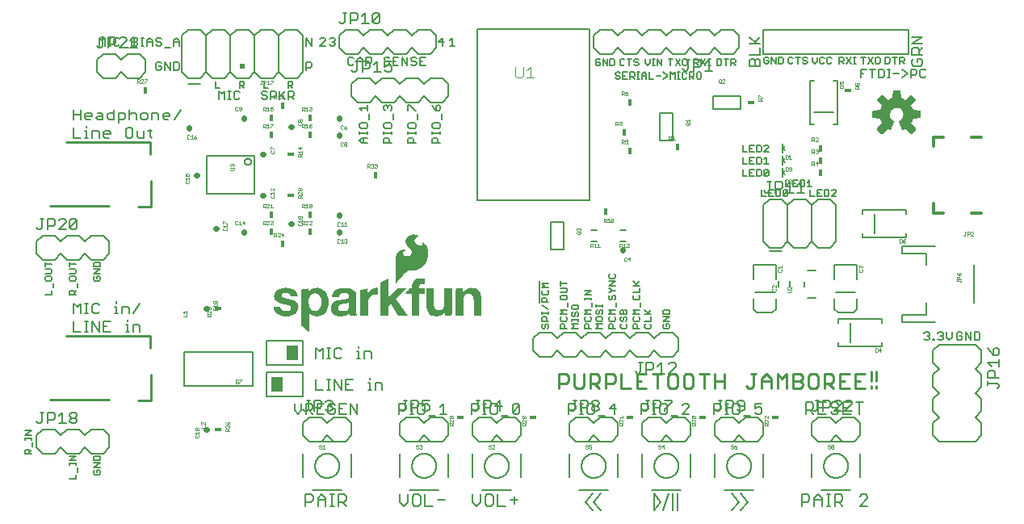
<source format=gbr>
G04 EAGLE Gerber RS-274X export*
G75*
%MOMM*%
%FSLAX34Y34*%
%LPD*%
%INSilkscreen Top*%
%IPPOS*%
%AMOC8*
5,1,8,0,0,1.08239X$1,22.5*%
G01*
%ADD10C,0.203200*%
%ADD11C,0.152400*%
%ADD12C,0.127000*%
%ADD13R,1.143000X1.524000*%
%ADD14C,0.279400*%
%ADD15C,0.101600*%
%ADD16C,0.025400*%
%ADD17R,0.457200X0.762000*%
%ADD18R,0.762000X0.457200*%
%ADD19C,0.558800*%
%ADD20C,0.254000*%
%ADD21C,0.304800*%
%ADD22R,0.508000X0.508000*%

G36*
X942577Y398666D02*
X942577Y398666D01*
X942685Y398676D01*
X942698Y398682D01*
X942712Y398684D01*
X942809Y398732D01*
X942908Y398777D01*
X942921Y398788D01*
X942930Y398792D01*
X942945Y398807D01*
X943022Y398870D01*
X947330Y403178D01*
X947393Y403266D01*
X947459Y403352D01*
X947464Y403365D01*
X947472Y403377D01*
X947503Y403480D01*
X947539Y403583D01*
X947539Y403597D01*
X947543Y403610D01*
X947539Y403718D01*
X947540Y403827D01*
X947535Y403840D01*
X947535Y403854D01*
X947497Y403955D01*
X947462Y404058D01*
X947453Y404073D01*
X947449Y404082D01*
X947435Y404099D01*
X947381Y404182D01*
X942567Y410085D01*
X943645Y412180D01*
X943652Y412199D01*
X943693Y412294D01*
X944411Y414538D01*
X951990Y415308D01*
X952094Y415336D01*
X952200Y415361D01*
X952212Y415368D01*
X952225Y415371D01*
X952315Y415432D01*
X952408Y415489D01*
X952416Y415500D01*
X952428Y415508D01*
X952494Y415594D01*
X952563Y415678D01*
X952567Y415691D01*
X952576Y415702D01*
X952610Y415805D01*
X952649Y415906D01*
X952650Y415924D01*
X952654Y415933D01*
X952653Y415954D01*
X952663Y416053D01*
X952663Y422147D01*
X952646Y422255D01*
X952632Y422362D01*
X952626Y422374D01*
X952624Y422388D01*
X952572Y422484D01*
X952525Y422581D01*
X952515Y422591D01*
X952509Y422603D01*
X952429Y422677D01*
X952353Y422754D01*
X952341Y422760D01*
X952331Y422770D01*
X952232Y422815D01*
X952134Y422863D01*
X952117Y422867D01*
X952108Y422871D01*
X952087Y422873D01*
X951990Y422892D01*
X944411Y423662D01*
X943693Y425906D01*
X943684Y425924D01*
X943645Y426020D01*
X942567Y428115D01*
X947381Y434019D01*
X947435Y434113D01*
X947492Y434205D01*
X947495Y434218D01*
X947502Y434230D01*
X947523Y434337D01*
X947548Y434442D01*
X947546Y434456D01*
X947549Y434470D01*
X947534Y434577D01*
X947524Y434685D01*
X947518Y434698D01*
X947516Y434712D01*
X947468Y434809D01*
X947423Y434908D01*
X947412Y434921D01*
X947408Y434930D01*
X947393Y434945D01*
X947330Y435022D01*
X943022Y439330D01*
X942934Y439393D01*
X942848Y439459D01*
X942835Y439464D01*
X942823Y439472D01*
X942720Y439503D01*
X942617Y439539D01*
X942603Y439539D01*
X942590Y439543D01*
X942482Y439539D01*
X942373Y439540D01*
X942360Y439535D01*
X942346Y439535D01*
X942245Y439497D01*
X942142Y439462D01*
X942127Y439453D01*
X942118Y439449D01*
X942101Y439435D01*
X942019Y439381D01*
X936115Y434567D01*
X934020Y435645D01*
X934001Y435652D01*
X933906Y435693D01*
X931662Y436411D01*
X930892Y443990D01*
X930864Y444094D01*
X930839Y444200D01*
X930832Y444212D01*
X930829Y444225D01*
X930768Y444315D01*
X930711Y444408D01*
X930700Y444416D01*
X930692Y444428D01*
X930606Y444494D01*
X930522Y444563D01*
X930509Y444567D01*
X930498Y444576D01*
X930395Y444610D01*
X930294Y444649D01*
X930276Y444650D01*
X930267Y444654D01*
X930246Y444653D01*
X930147Y444663D01*
X924053Y444663D01*
X923945Y444646D01*
X923838Y444632D01*
X923826Y444626D01*
X923812Y444624D01*
X923716Y444572D01*
X923619Y444525D01*
X923609Y444515D01*
X923597Y444509D01*
X923523Y444429D01*
X923446Y444353D01*
X923440Y444341D01*
X923430Y444331D01*
X923385Y444232D01*
X923337Y444134D01*
X923333Y444117D01*
X923329Y444108D01*
X923327Y444087D01*
X923308Y443990D01*
X922538Y436411D01*
X920294Y435693D01*
X920276Y435684D01*
X920180Y435645D01*
X918085Y434567D01*
X912182Y439381D01*
X912087Y439435D01*
X911995Y439492D01*
X911982Y439495D01*
X911970Y439502D01*
X911863Y439523D01*
X911758Y439548D01*
X911744Y439546D01*
X911730Y439549D01*
X911623Y439534D01*
X911515Y439524D01*
X911502Y439518D01*
X911489Y439516D01*
X911391Y439468D01*
X911292Y439423D01*
X911279Y439412D01*
X911270Y439408D01*
X911255Y439393D01*
X911178Y439330D01*
X906870Y435022D01*
X906807Y434934D01*
X906741Y434848D01*
X906736Y434835D01*
X906728Y434823D01*
X906697Y434720D01*
X906661Y434617D01*
X906661Y434603D01*
X906657Y434590D01*
X906661Y434482D01*
X906660Y434373D01*
X906665Y434360D01*
X906665Y434346D01*
X906703Y434245D01*
X906738Y434142D01*
X906747Y434127D01*
X906751Y434118D01*
X906765Y434101D01*
X906819Y434019D01*
X911633Y428115D01*
X910555Y426020D01*
X910548Y426001D01*
X910507Y425906D01*
X909789Y423662D01*
X902210Y422892D01*
X902106Y422864D01*
X902000Y422839D01*
X901988Y422832D01*
X901975Y422829D01*
X901885Y422768D01*
X901792Y422711D01*
X901784Y422700D01*
X901772Y422692D01*
X901706Y422606D01*
X901638Y422522D01*
X901633Y422509D01*
X901624Y422498D01*
X901590Y422395D01*
X901551Y422294D01*
X901550Y422276D01*
X901546Y422267D01*
X901547Y422246D01*
X901537Y422147D01*
X901537Y416053D01*
X901555Y415945D01*
X901568Y415838D01*
X901574Y415826D01*
X901576Y415812D01*
X901628Y415716D01*
X901675Y415619D01*
X901685Y415609D01*
X901691Y415597D01*
X901771Y415523D01*
X901847Y415446D01*
X901859Y415440D01*
X901870Y415430D01*
X901968Y415385D01*
X902066Y415337D01*
X902083Y415333D01*
X902092Y415329D01*
X902113Y415327D01*
X902210Y415308D01*
X909789Y414538D01*
X910507Y412294D01*
X910516Y412276D01*
X910555Y412180D01*
X911633Y410085D01*
X906819Y404182D01*
X906765Y404087D01*
X906708Y403995D01*
X906705Y403982D01*
X906698Y403970D01*
X906677Y403863D01*
X906652Y403758D01*
X906654Y403744D01*
X906651Y403730D01*
X906666Y403623D01*
X906676Y403515D01*
X906682Y403502D01*
X906684Y403489D01*
X906732Y403391D01*
X906777Y403292D01*
X906788Y403279D01*
X906792Y403270D01*
X906807Y403255D01*
X906870Y403178D01*
X911178Y398870D01*
X911266Y398807D01*
X911352Y398741D01*
X911365Y398736D01*
X911377Y398728D01*
X911480Y398697D01*
X911583Y398661D01*
X911597Y398661D01*
X911610Y398657D01*
X911718Y398661D01*
X911827Y398660D01*
X911840Y398665D01*
X911854Y398665D01*
X911955Y398703D01*
X912058Y398738D01*
X912073Y398747D01*
X912082Y398751D01*
X912099Y398765D01*
X912182Y398819D01*
X918085Y403633D01*
X920179Y402554D01*
X920232Y402537D01*
X920281Y402511D01*
X920347Y402500D01*
X920411Y402479D01*
X920467Y402480D01*
X920521Y402471D01*
X920588Y402482D01*
X920655Y402483D01*
X920707Y402501D01*
X920762Y402510D01*
X920821Y402542D01*
X920885Y402564D01*
X920929Y402599D01*
X920978Y402625D01*
X921023Y402674D01*
X921076Y402716D01*
X921107Y402763D01*
X921145Y402803D01*
X921201Y402908D01*
X921209Y402921D01*
X921210Y402926D01*
X921214Y402933D01*
X924802Y411595D01*
X924827Y411702D01*
X924856Y411808D01*
X924855Y411821D01*
X924858Y411833D01*
X924847Y411942D01*
X924840Y412052D01*
X924835Y412063D01*
X924834Y412076D01*
X924788Y412176D01*
X924747Y412277D01*
X924738Y412287D01*
X924733Y412298D01*
X924658Y412378D01*
X924586Y412461D01*
X924573Y412470D01*
X924566Y412476D01*
X924548Y412486D01*
X924463Y412543D01*
X923177Y413230D01*
X922108Y414108D01*
X921230Y415178D01*
X920577Y416398D01*
X920176Y417723D01*
X920040Y419098D01*
X920189Y420542D01*
X920629Y421923D01*
X921342Y423185D01*
X922298Y424275D01*
X923456Y425147D01*
X924768Y425763D01*
X926178Y426099D01*
X927627Y426140D01*
X929054Y425884D01*
X930398Y425342D01*
X931604Y424536D01*
X932619Y423502D01*
X933402Y422282D01*
X933919Y420927D01*
X934148Y419496D01*
X934081Y418048D01*
X933719Y416645D01*
X933078Y415344D01*
X932184Y414202D01*
X931077Y413267D01*
X929734Y412541D01*
X929649Y412475D01*
X929561Y412412D01*
X929552Y412400D01*
X929541Y412392D01*
X929481Y412302D01*
X929418Y412214D01*
X929414Y412200D01*
X929406Y412188D01*
X929379Y412084D01*
X929347Y411981D01*
X929348Y411966D01*
X929344Y411952D01*
X929352Y411844D01*
X929355Y411737D01*
X929360Y411719D01*
X929361Y411709D01*
X929370Y411688D01*
X929398Y411595D01*
X929913Y410353D01*
X929913Y410352D01*
X930223Y409604D01*
X930223Y409603D01*
X930533Y408854D01*
X930844Y408105D01*
X931464Y406606D01*
X931775Y405857D01*
X932085Y405108D01*
X932395Y404359D01*
X932395Y404358D01*
X932706Y403609D01*
X932986Y402933D01*
X933015Y402886D01*
X933036Y402834D01*
X933079Y402783D01*
X933115Y402726D01*
X933158Y402691D01*
X933194Y402648D01*
X933251Y402614D01*
X933303Y402571D01*
X933355Y402552D01*
X933403Y402523D01*
X933469Y402509D01*
X933532Y402485D01*
X933587Y402483D01*
X933642Y402472D01*
X933708Y402479D01*
X933775Y402477D01*
X933829Y402493D01*
X933884Y402500D01*
X933995Y402544D01*
X934009Y402548D01*
X934013Y402551D01*
X934021Y402554D01*
X936115Y403633D01*
X942019Y398819D01*
X942113Y398765D01*
X942205Y398708D01*
X942218Y398705D01*
X942230Y398698D01*
X942337Y398677D01*
X942442Y398652D01*
X942456Y398654D01*
X942470Y398651D01*
X942577Y398666D01*
G37*
G36*
X402402Y242397D02*
X402402Y242397D01*
X402404Y242398D01*
X402504Y242597D01*
X402804Y242997D01*
X403404Y243697D01*
X404104Y244597D01*
X405004Y245597D01*
X407204Y247997D01*
X408404Y249297D01*
X409604Y250697D01*
X410804Y251997D01*
X411803Y253096D01*
X412803Y253996D01*
X413903Y254696D01*
X414902Y255195D01*
X416101Y255495D01*
X419900Y255495D01*
X419901Y255495D01*
X422301Y255795D01*
X422301Y255796D01*
X422302Y255795D01*
X424502Y256495D01*
X426502Y257295D01*
X426502Y257296D01*
X426503Y257296D01*
X428403Y258496D01*
X430103Y259896D01*
X430103Y259897D01*
X430104Y259897D01*
X431604Y261497D01*
X433004Y263297D01*
X433004Y263298D01*
X435004Y266898D01*
X435005Y266899D01*
X436005Y270599D01*
X436005Y270600D01*
X436205Y274100D01*
X436205Y274101D01*
X435705Y277301D01*
X435704Y277301D01*
X435705Y277302D01*
X434705Y280202D01*
X434704Y280202D01*
X434704Y280203D01*
X433304Y282503D01*
X431704Y284203D01*
X431703Y284204D01*
X430003Y285204D01*
X430001Y285204D01*
X430001Y285205D01*
X429999Y285204D01*
X429996Y285203D01*
X429996Y285201D01*
X429995Y285200D01*
X429995Y285000D01*
X429996Y284999D01*
X429995Y284998D01*
X430095Y284699D01*
X430095Y283601D01*
X429895Y283002D01*
X429596Y282403D01*
X429097Y282004D01*
X428399Y281705D01*
X427800Y281705D01*
X427101Y281805D01*
X426302Y282105D01*
X425502Y282504D01*
X424803Y282904D01*
X424103Y283404D01*
X422904Y284603D01*
X422404Y285303D01*
X422005Y286002D01*
X421805Y286601D01*
X421805Y287799D01*
X422005Y288398D01*
X422304Y288897D01*
X422804Y289497D01*
X423503Y290096D01*
X424302Y290495D01*
X425201Y290795D01*
X426000Y290895D01*
X426700Y290895D01*
X427299Y290795D01*
X427699Y290695D01*
X427700Y290696D01*
X427700Y290695D01*
X427800Y290695D01*
X427801Y290696D01*
X427803Y290696D01*
X427803Y290698D01*
X427805Y290699D01*
X427803Y290701D01*
X427804Y290704D01*
X427604Y290904D01*
X427603Y290904D01*
X426803Y291504D01*
X426802Y291504D01*
X425602Y292104D01*
X425602Y292105D01*
X424102Y292805D01*
X424101Y292804D01*
X424101Y292805D01*
X422301Y293205D01*
X422300Y293205D01*
X422291Y293205D01*
X422290Y293205D01*
X422191Y293210D01*
X422092Y293215D01*
X421993Y293220D01*
X421992Y293220D01*
X421893Y293225D01*
X421794Y293230D01*
X421793Y293230D01*
X421694Y293235D01*
X421595Y293240D01*
X421496Y293245D01*
X421495Y293245D01*
X421396Y293250D01*
X421297Y293255D01*
X421198Y293260D01*
X421197Y293260D01*
X421098Y293265D01*
X420999Y293270D01*
X420998Y293270D01*
X420899Y293275D01*
X420800Y293280D01*
X420701Y293285D01*
X420700Y293285D01*
X420601Y293290D01*
X420502Y293295D01*
X420403Y293300D01*
X420402Y293300D01*
X420303Y293305D01*
X420300Y293305D01*
X420299Y293305D01*
X418099Y292805D01*
X418098Y292804D01*
X418098Y292805D01*
X415798Y291705D01*
X415797Y291704D01*
X414097Y290204D01*
X414097Y290203D01*
X414096Y290203D01*
X412996Y288603D01*
X412996Y288602D01*
X412995Y288602D01*
X412495Y287002D01*
X412496Y287001D01*
X412495Y287000D01*
X412495Y285300D01*
X412496Y285299D01*
X412495Y285299D01*
X412895Y283499D01*
X412896Y283498D01*
X412896Y283497D01*
X413896Y281797D01*
X415196Y279997D01*
X415197Y279997D01*
X415196Y279996D01*
X416896Y278296D01*
X418196Y276797D01*
X418795Y275299D01*
X418895Y273901D01*
X418396Y272703D01*
X417597Y271604D01*
X416398Y270905D01*
X414899Y270505D01*
X414872Y270503D01*
X414793Y270498D01*
X414713Y270493D01*
X414634Y270488D01*
X414554Y270483D01*
X414475Y270478D01*
X414395Y270473D01*
X414316Y270468D01*
X414236Y270464D01*
X414157Y270459D01*
X414077Y270454D01*
X413998Y270449D01*
X413918Y270444D01*
X413839Y270439D01*
X413759Y270434D01*
X413680Y270429D01*
X413600Y270424D01*
X413521Y270419D01*
X413441Y270414D01*
X413362Y270409D01*
X413301Y270405D01*
X412202Y270705D01*
X411303Y271104D01*
X410603Y271604D01*
X410104Y272203D01*
X409705Y272902D01*
X409505Y273501D01*
X409505Y274199D01*
X409705Y274798D01*
X410004Y275297D01*
X410403Y275696D01*
X410903Y275996D01*
X411403Y276296D01*
X411802Y276595D01*
X412201Y276695D01*
X412202Y276696D01*
X412203Y276696D01*
X412502Y276895D01*
X412600Y276895D01*
X412605Y276899D01*
X412600Y276905D01*
X412401Y276905D01*
X412102Y277005D01*
X411602Y277205D01*
X411601Y277204D01*
X411601Y277205D01*
X410901Y277305D01*
X410900Y277305D01*
X409200Y277305D01*
X409199Y277305D01*
X408099Y277105D01*
X407099Y276805D01*
X407098Y276805D01*
X406098Y276405D01*
X406098Y276404D01*
X406097Y276404D01*
X405197Y275804D01*
X404297Y275104D01*
X404297Y275103D01*
X404296Y275103D01*
X403596Y274103D01*
X403596Y274102D01*
X403595Y274102D01*
X403095Y273002D01*
X403096Y273002D01*
X403095Y273002D01*
X402595Y271602D01*
X402596Y271601D01*
X402595Y271601D01*
X402395Y270001D01*
X402395Y270000D01*
X402395Y242400D01*
X402397Y242398D01*
X402397Y242396D01*
X402398Y242396D01*
X402399Y242395D01*
X402402Y242397D01*
G37*
G36*
X311001Y191496D02*
X311001Y191496D01*
X311003Y191496D01*
X311003Y191499D01*
X311005Y191500D01*
X311005Y211886D01*
X311796Y210897D01*
X312596Y209997D01*
X312597Y209997D01*
X312597Y209996D01*
X313597Y209296D01*
X313598Y209296D01*
X314698Y208696D01*
X314698Y208695D01*
X315798Y208195D01*
X315799Y208196D01*
X315799Y208195D01*
X316999Y207895D01*
X318199Y207695D01*
X318200Y207695D01*
X319500Y207595D01*
X319501Y207595D01*
X322401Y207895D01*
X322401Y207896D01*
X322402Y207895D01*
X324902Y208795D01*
X324902Y208796D01*
X324903Y208796D01*
X327103Y210196D01*
X327103Y210197D01*
X327104Y210197D01*
X328804Y212097D01*
X330204Y214297D01*
X330204Y214298D01*
X330205Y214298D01*
X331105Y216698D01*
X331105Y216699D01*
X331705Y219399D01*
X331705Y219400D01*
X331708Y219437D01*
X331709Y219452D01*
X331713Y219507D01*
X331714Y219522D01*
X331718Y219576D01*
X331719Y219591D01*
X331723Y219646D01*
X331724Y219661D01*
X331728Y219715D01*
X331729Y219730D01*
X331732Y219785D01*
X331733Y219785D01*
X331732Y219785D01*
X331734Y219800D01*
X331737Y219854D01*
X331739Y219869D01*
X331742Y219924D01*
X331743Y219939D01*
X331744Y219939D01*
X331747Y219994D01*
X331748Y220008D01*
X331752Y220063D01*
X331753Y220078D01*
X331757Y220133D01*
X331758Y220148D01*
X331762Y220202D01*
X331763Y220217D01*
X331767Y220272D01*
X331768Y220287D01*
X331772Y220341D01*
X331773Y220356D01*
X331777Y220411D01*
X331778Y220426D01*
X331782Y220480D01*
X331782Y220481D01*
X331783Y220495D01*
X331787Y220550D01*
X331788Y220565D01*
X331792Y220620D01*
X331793Y220635D01*
X331797Y220689D01*
X331798Y220704D01*
X331802Y220759D01*
X331803Y220774D01*
X331807Y220828D01*
X331808Y220843D01*
X331812Y220898D01*
X331813Y220913D01*
X331817Y220967D01*
X331818Y220982D01*
X331822Y221037D01*
X331823Y221052D01*
X331827Y221107D01*
X331828Y221121D01*
X331832Y221176D01*
X331833Y221191D01*
X331837Y221246D01*
X331838Y221261D01*
X331842Y221315D01*
X331843Y221330D01*
X331847Y221385D01*
X331848Y221400D01*
X331852Y221454D01*
X331853Y221469D01*
X331857Y221524D01*
X331858Y221539D01*
X331862Y221593D01*
X331862Y221594D01*
X331863Y221608D01*
X331867Y221663D01*
X331868Y221678D01*
X331872Y221733D01*
X331873Y221748D01*
X331877Y221802D01*
X331878Y221817D01*
X331882Y221872D01*
X331883Y221887D01*
X331887Y221941D01*
X331888Y221956D01*
X331891Y222011D01*
X331892Y222011D01*
X331891Y222011D01*
X331893Y222026D01*
X331896Y222080D01*
X331898Y222095D01*
X331901Y222150D01*
X331902Y222165D01*
X331903Y222165D01*
X331905Y222200D01*
X331705Y225200D01*
X331705Y225201D01*
X331105Y228001D01*
X331105Y228002D01*
X330205Y230502D01*
X330204Y230502D01*
X330204Y230503D01*
X328804Y232803D01*
X327004Y234703D01*
X327003Y234704D01*
X324803Y236204D01*
X324802Y236204D01*
X324802Y236205D01*
X322102Y237105D01*
X322101Y237104D01*
X322100Y237105D01*
X319000Y237405D01*
X317800Y237305D01*
X317760Y237302D01*
X317696Y237297D01*
X317631Y237292D01*
X317566Y237287D01*
X317502Y237282D01*
X317437Y237277D01*
X317373Y237272D01*
X317308Y237267D01*
X317243Y237262D01*
X317179Y237257D01*
X317114Y237252D01*
X317050Y237247D01*
X316985Y237242D01*
X316921Y237237D01*
X316920Y237237D01*
X316856Y237232D01*
X316791Y237227D01*
X316727Y237222D01*
X316662Y237217D01*
X316598Y237213D01*
X316533Y237208D01*
X316500Y237205D01*
X316499Y237204D01*
X316498Y237205D01*
X315298Y236805D01*
X314198Y236405D01*
X314198Y236404D01*
X314197Y236404D01*
X313197Y235804D01*
X312297Y235004D01*
X312296Y235004D01*
X311396Y234104D01*
X311396Y234103D01*
X310605Y233015D01*
X310605Y236600D01*
X310601Y236605D01*
X310600Y236604D01*
X310599Y236605D01*
X309699Y236505D01*
X308699Y236305D01*
X307799Y236105D01*
X306899Y236005D01*
X305999Y235805D01*
X305000Y235705D01*
X304999Y235705D01*
X303199Y235305D01*
X303196Y235301D01*
X303195Y235300D01*
X303195Y198400D01*
X303197Y198398D01*
X303197Y198396D01*
X304197Y197496D01*
X305097Y196696D01*
X306097Y195796D01*
X307097Y194996D01*
X307996Y194096D01*
X307997Y194096D01*
X308997Y193196D01*
X309997Y192396D01*
X310997Y191496D01*
X310998Y191496D01*
X310999Y191495D01*
X311001Y191496D01*
G37*
G36*
X344400Y207495D02*
X344400Y207495D01*
X344401Y207495D01*
X345101Y207595D01*
X345700Y207595D01*
X345701Y207595D01*
X346401Y207695D01*
X347001Y207795D01*
X347701Y207995D01*
X348301Y208095D01*
X348301Y208096D01*
X348302Y208095D01*
X349502Y208495D01*
X349502Y208496D01*
X351302Y209396D01*
X351303Y209396D01*
X351803Y209696D01*
X352303Y210096D01*
X352303Y210097D01*
X352304Y210096D01*
X352803Y210596D01*
X353295Y210990D01*
X353295Y210200D01*
X353296Y210199D01*
X353296Y210198D01*
X353395Y209999D01*
X353395Y209600D01*
X353397Y209598D01*
X353396Y209596D01*
X353495Y209498D01*
X353495Y209100D01*
X353497Y209098D01*
X353496Y209096D01*
X353596Y208997D01*
X353695Y208799D01*
X353695Y208600D01*
X353697Y208598D01*
X353696Y208596D01*
X353795Y208498D01*
X353795Y208300D01*
X353799Y208295D01*
X353800Y208295D01*
X361700Y208295D01*
X361701Y208296D01*
X361702Y208295D01*
X361702Y208297D01*
X361705Y208299D01*
X361704Y208301D01*
X361704Y208302D01*
X361605Y208502D01*
X361505Y208802D01*
X361504Y208802D01*
X361504Y208803D01*
X361305Y209102D01*
X361205Y209401D01*
X361205Y209700D01*
X361205Y209701D01*
X361204Y209701D01*
X361205Y209701D01*
X360905Y210901D01*
X360905Y211300D01*
X360905Y211301D01*
X360805Y211800D01*
X360805Y213100D01*
X360805Y213101D01*
X360705Y213600D01*
X360705Y230500D01*
X360704Y230501D01*
X360705Y230501D01*
X360405Y231601D01*
X360105Y232601D01*
X360104Y232602D01*
X360104Y232603D01*
X359604Y233403D01*
X359004Y234203D01*
X359003Y234203D01*
X359003Y234204D01*
X358303Y234804D01*
X357503Y235404D01*
X357502Y235404D01*
X356602Y235904D01*
X356602Y235905D01*
X355702Y236305D01*
X355702Y236304D01*
X355701Y236305D01*
X354701Y236605D01*
X353701Y236805D01*
X351501Y237205D01*
X350501Y237305D01*
X350500Y237305D01*
X347100Y237305D01*
X345900Y237205D01*
X344800Y237105D01*
X344799Y237105D01*
X343599Y236905D01*
X341399Y236305D01*
X341398Y236304D01*
X340398Y235804D01*
X339498Y235304D01*
X339497Y235304D01*
X337697Y234104D01*
X337697Y234103D01*
X337696Y234103D01*
X336996Y233303D01*
X336396Y232403D01*
X336396Y232402D01*
X335896Y231402D01*
X335895Y231402D01*
X335495Y230402D01*
X335496Y230402D01*
X335496Y230401D01*
X335495Y230401D01*
X335195Y229201D01*
X334995Y227901D01*
X334995Y227900D01*
X334999Y227895D01*
X334999Y227896D01*
X335000Y227895D01*
X342800Y227895D01*
X342805Y227899D01*
X342805Y227900D01*
X342805Y228399D01*
X343005Y228898D01*
X343004Y228899D01*
X343005Y228899D01*
X343006Y228905D01*
X343011Y228930D01*
X343016Y228954D01*
X343021Y228979D01*
X343026Y229004D01*
X343031Y229029D01*
X343036Y229054D01*
X343041Y229079D01*
X343046Y229103D01*
X343046Y229104D01*
X343051Y229128D01*
X343056Y229153D01*
X343061Y229178D01*
X343066Y229203D01*
X343071Y229228D01*
X343076Y229253D01*
X343081Y229277D01*
X343086Y229302D01*
X343090Y229327D01*
X343091Y229327D01*
X343095Y229352D01*
X343100Y229377D01*
X343105Y229398D01*
X343304Y229798D01*
X343704Y230597D01*
X344303Y231196D01*
X344702Y231396D01*
X344703Y231396D01*
X345002Y231596D01*
X345402Y231795D01*
X345901Y231895D01*
X346301Y231995D01*
X346801Y232095D01*
X347400Y232195D01*
X348900Y232195D01*
X349899Y231995D01*
X349900Y231995D01*
X350299Y231995D01*
X350698Y231796D01*
X350699Y231796D01*
X350699Y231795D01*
X351098Y231695D01*
X351498Y231496D01*
X351797Y231296D01*
X352096Y230997D01*
X352296Y230698D01*
X352695Y229898D01*
X352795Y229499D01*
X352895Y228900D01*
X352895Y228301D01*
X352795Y227302D01*
X352197Y226504D01*
X351298Y226005D01*
X350098Y225605D01*
X348799Y225205D01*
X347199Y225005D01*
X345499Y224805D01*
X343699Y224605D01*
X341899Y224305D01*
X340199Y223905D01*
X340199Y223904D01*
X340198Y223905D01*
X338598Y223305D01*
X338598Y223304D01*
X338597Y223304D01*
X337197Y222404D01*
X335897Y221304D01*
X335897Y221303D01*
X335896Y221303D01*
X334996Y219903D01*
X334996Y219902D01*
X334995Y219902D01*
X334395Y218202D01*
X334396Y218201D01*
X334395Y218201D01*
X334395Y218198D01*
X334393Y218183D01*
X334391Y218169D01*
X334391Y218168D01*
X334389Y218154D01*
X334382Y218104D01*
X334380Y218089D01*
X334378Y218074D01*
X334376Y218059D01*
X334367Y217995D01*
X334365Y217980D01*
X334363Y217965D01*
X334361Y217950D01*
X334352Y217885D01*
X334350Y217870D01*
X334348Y217856D01*
X334348Y217855D01*
X334346Y217841D01*
X334344Y217826D01*
X334337Y217776D01*
X334335Y217761D01*
X334333Y217746D01*
X334331Y217731D01*
X334322Y217667D01*
X334320Y217652D01*
X334318Y217637D01*
X334316Y217622D01*
X334307Y217557D01*
X334305Y217542D01*
X334303Y217528D01*
X334301Y217513D01*
X334292Y217448D01*
X334290Y217433D01*
X334288Y217418D01*
X334286Y217403D01*
X334284Y217388D01*
X334278Y217339D01*
X334276Y217324D01*
X334275Y217324D01*
X334276Y217324D01*
X334273Y217309D01*
X334271Y217294D01*
X334269Y217279D01*
X334263Y217229D01*
X334261Y217215D01*
X334261Y217214D01*
X334259Y217200D01*
X334257Y217185D01*
X334248Y217120D01*
X334246Y217105D01*
X334244Y217090D01*
X334242Y217075D01*
X334233Y217011D01*
X334231Y216996D01*
X334229Y216981D01*
X334227Y216966D01*
X334218Y216902D01*
X334218Y216901D01*
X334216Y216887D01*
X334214Y216872D01*
X334212Y216857D01*
X334203Y216792D01*
X334201Y216777D01*
X334199Y216762D01*
X334197Y216747D01*
X334195Y216733D01*
X334188Y216683D01*
X334186Y216668D01*
X334184Y216653D01*
X334182Y216638D01*
X334180Y216623D01*
X334173Y216574D01*
X334171Y216559D01*
X334169Y216544D01*
X334167Y216529D01*
X334165Y216514D01*
X334158Y216464D01*
X334156Y216449D01*
X334154Y216434D01*
X334152Y216420D01*
X334152Y216419D01*
X334150Y216405D01*
X334143Y216355D01*
X334141Y216340D01*
X334139Y216325D01*
X334137Y216310D01*
X334128Y216246D01*
X334126Y216231D01*
X334124Y216216D01*
X334122Y216201D01*
X334114Y216136D01*
X334112Y216121D01*
X334110Y216107D01*
X334109Y216106D01*
X334110Y216106D01*
X334107Y216092D01*
X334099Y216027D01*
X334097Y216012D01*
X334095Y216001D01*
X334096Y216000D01*
X334095Y216000D01*
X334195Y214900D01*
X334195Y214899D01*
X334295Y213999D01*
X334296Y213999D01*
X334295Y213999D01*
X334595Y212999D01*
X334595Y212998D01*
X334895Y212198D01*
X334896Y212198D01*
X335296Y211398D01*
X335296Y211397D01*
X335796Y210797D01*
X336296Y210097D01*
X336297Y210097D01*
X336297Y210096D01*
X336897Y209596D01*
X337597Y209096D01*
X337598Y209096D01*
X338298Y208696D01*
X339098Y208296D01*
X339098Y208295D01*
X339998Y207995D01*
X339999Y207995D01*
X341799Y207595D01*
X341800Y207595D01*
X342800Y207495D01*
X344400Y207495D01*
X344400Y207495D01*
G37*
G36*
X394105Y208399D02*
X394105Y208399D01*
X394105Y208400D01*
X394105Y218098D01*
X397099Y220992D01*
X404896Y208397D01*
X404899Y208396D01*
X404900Y208395D01*
X414300Y208395D01*
X414301Y208396D01*
X414302Y208396D01*
X414303Y208397D01*
X414305Y208399D01*
X414304Y208401D01*
X414304Y208403D01*
X402406Y226199D01*
X413103Y236596D01*
X413104Y236598D01*
X413105Y236599D01*
X413104Y236601D01*
X413104Y236603D01*
X413102Y236603D01*
X413100Y236605D01*
X403900Y236605D01*
X403898Y236603D01*
X403896Y236603D01*
X394105Y226512D01*
X394105Y247400D01*
X394104Y247401D01*
X394105Y247402D01*
X394103Y247403D01*
X394101Y247405D01*
X394100Y247405D01*
X394099Y247405D01*
X394099Y247404D01*
X394098Y247404D01*
X386298Y243104D01*
X386297Y243101D01*
X386295Y243100D01*
X386295Y208400D01*
X386299Y208395D01*
X386300Y208395D01*
X394100Y208395D01*
X394105Y208399D01*
G37*
G36*
X472805Y208399D02*
X472805Y208399D01*
X472805Y208400D01*
X472805Y223200D01*
X472810Y223291D01*
X472810Y223296D01*
X472814Y223390D01*
X472815Y223390D01*
X472815Y223395D01*
X472819Y223489D01*
X472820Y223494D01*
X472824Y223589D01*
X472825Y223594D01*
X472829Y223688D01*
X472830Y223693D01*
X472834Y223788D01*
X472835Y223793D01*
X472839Y223887D01*
X472840Y223892D01*
X472844Y223986D01*
X472845Y223991D01*
X472849Y224086D01*
X472850Y224091D01*
X472854Y224185D01*
X472854Y224190D01*
X472855Y224190D01*
X472854Y224190D01*
X472859Y224284D01*
X472859Y224289D01*
X472864Y224384D01*
X472864Y224389D01*
X472869Y224483D01*
X472869Y224488D01*
X472874Y224583D01*
X472874Y224588D01*
X472879Y224682D01*
X472879Y224687D01*
X472884Y224781D01*
X472884Y224786D01*
X472889Y224881D01*
X472889Y224886D01*
X472894Y224980D01*
X472894Y224985D01*
X472899Y225079D01*
X472899Y225084D01*
X472904Y225179D01*
X472904Y225184D01*
X472905Y225199D01*
X472919Y225278D01*
X472934Y225363D01*
X472949Y225447D01*
X472964Y225532D01*
X472978Y225616D01*
X472979Y225616D01*
X472993Y225701D01*
X473008Y225785D01*
X473023Y225869D01*
X473023Y225870D01*
X473038Y225954D01*
X473053Y226038D01*
X473068Y226123D01*
X473083Y226207D01*
X473098Y226292D01*
X473113Y226376D01*
X473128Y226461D01*
X473142Y226545D01*
X473157Y226630D01*
X473172Y226714D01*
X473187Y226799D01*
X473202Y226883D01*
X473205Y226899D01*
X473605Y228298D01*
X474204Y229397D01*
X475103Y230196D01*
X476102Y230795D01*
X477401Y231195D01*
X478800Y231295D01*
X480099Y231195D01*
X481098Y230795D01*
X481997Y230296D01*
X482696Y229597D01*
X483195Y228598D01*
X483495Y227399D01*
X483695Y225999D01*
X483795Y224300D01*
X483795Y208400D01*
X483799Y208395D01*
X483800Y208395D01*
X491600Y208395D01*
X491605Y208399D01*
X491605Y208400D01*
X491605Y225800D01*
X491505Y228300D01*
X491505Y228301D01*
X491105Y230501D01*
X490505Y232501D01*
X490504Y232502D01*
X490504Y232503D01*
X489504Y234203D01*
X489504Y234204D01*
X488104Y235604D01*
X488103Y235604D01*
X488102Y235604D01*
X486302Y236604D01*
X486301Y236605D01*
X484001Y237205D01*
X484000Y237205D01*
X483947Y237209D01*
X483877Y237214D01*
X483808Y237219D01*
X483807Y237219D01*
X483738Y237224D01*
X483668Y237229D01*
X483599Y237234D01*
X483529Y237239D01*
X483460Y237244D01*
X483390Y237249D01*
X483321Y237254D01*
X483320Y237254D01*
X483251Y237259D01*
X483181Y237263D01*
X483112Y237268D01*
X483042Y237273D01*
X482973Y237278D01*
X482903Y237283D01*
X482834Y237288D01*
X482764Y237293D01*
X482695Y237298D01*
X482694Y237298D01*
X482625Y237303D01*
X482555Y237308D01*
X482486Y237313D01*
X482416Y237318D01*
X482347Y237323D01*
X482277Y237328D01*
X482208Y237333D01*
X482207Y237333D01*
X482138Y237338D01*
X482068Y237343D01*
X481999Y237348D01*
X481929Y237353D01*
X481860Y237358D01*
X481790Y237363D01*
X481721Y237368D01*
X481651Y237373D01*
X481582Y237378D01*
X481581Y237378D01*
X481512Y237383D01*
X481442Y237388D01*
X481373Y237393D01*
X481303Y237398D01*
X481234Y237403D01*
X481200Y237405D01*
X480000Y237305D01*
X479999Y237305D01*
X478799Y237105D01*
X477599Y236805D01*
X477598Y236804D01*
X477598Y236805D01*
X476398Y236305D01*
X476398Y236304D01*
X476397Y236304D01*
X475297Y235604D01*
X474297Y234804D01*
X474297Y234803D01*
X474296Y234803D01*
X473396Y233803D01*
X472597Y232705D01*
X472505Y232705D01*
X472505Y236600D01*
X472501Y236605D01*
X472500Y236605D01*
X465100Y236605D01*
X465095Y236601D01*
X465095Y236600D01*
X464995Y233100D01*
X464995Y208400D01*
X464999Y208395D01*
X465000Y208395D01*
X472800Y208395D01*
X472805Y208399D01*
G37*
G36*
X445900Y207695D02*
X445900Y207695D01*
X445901Y207695D01*
X447201Y207895D01*
X448401Y208195D01*
X448402Y208196D01*
X448402Y208195D01*
X449502Y208695D01*
X449502Y208696D01*
X449503Y208696D01*
X450603Y209396D01*
X451603Y210196D01*
X451603Y210197D01*
X451604Y210196D01*
X452604Y211196D01*
X452604Y211197D01*
X453395Y212285D01*
X453395Y208400D01*
X453399Y208395D01*
X453400Y208395D01*
X460800Y208395D01*
X460805Y208399D01*
X460805Y208400D01*
X460905Y211900D01*
X460905Y236600D01*
X460901Y236605D01*
X460900Y236605D01*
X453100Y236605D01*
X453095Y236601D01*
X453095Y236600D01*
X453095Y219801D01*
X453092Y219784D01*
X453077Y219700D01*
X453062Y219615D01*
X453047Y219531D01*
X453033Y219446D01*
X453032Y219446D01*
X453018Y219362D01*
X453003Y219277D01*
X452988Y219193D01*
X452973Y219108D01*
X452958Y219024D01*
X452943Y218939D01*
X452928Y218855D01*
X452913Y218770D01*
X452898Y218686D01*
X452883Y218601D01*
X452869Y218517D01*
X452854Y218433D01*
X452854Y218432D01*
X452839Y218348D01*
X452824Y218264D01*
X452809Y218179D01*
X452795Y218101D01*
X452295Y216702D01*
X451696Y215603D01*
X450897Y214804D01*
X449798Y214205D01*
X448599Y213805D01*
X448540Y213801D01*
X448466Y213796D01*
X448465Y213796D01*
X448391Y213791D01*
X448317Y213786D01*
X448316Y213786D01*
X448242Y213781D01*
X448167Y213776D01*
X448093Y213771D01*
X448018Y213766D01*
X447944Y213761D01*
X447869Y213756D01*
X447795Y213751D01*
X447720Y213746D01*
X447646Y213741D01*
X447571Y213736D01*
X447497Y213731D01*
X447422Y213726D01*
X447348Y213722D01*
X447273Y213717D01*
X447199Y213712D01*
X447198Y213712D01*
X447124Y213707D01*
X447100Y213705D01*
X445901Y213805D01*
X444802Y214105D01*
X443903Y214704D01*
X443304Y215403D01*
X442805Y216402D01*
X442405Y217601D01*
X442205Y219001D01*
X442105Y220700D01*
X442105Y236600D01*
X442101Y236605D01*
X442100Y236605D01*
X434400Y236605D01*
X434395Y236601D01*
X434395Y236600D01*
X434395Y219200D01*
X434495Y216700D01*
X434495Y216699D01*
X434795Y214499D01*
X434796Y214499D01*
X434795Y214498D01*
X435495Y212498D01*
X435496Y212498D01*
X436396Y210798D01*
X436397Y210797D01*
X436396Y210796D01*
X437796Y209396D01*
X437797Y209396D01*
X437798Y209396D01*
X439598Y208396D01*
X439599Y208395D01*
X441899Y207795D01*
X441900Y207795D01*
X444700Y207595D01*
X445900Y207695D01*
G37*
G36*
X289500Y207695D02*
X289500Y207695D01*
X289501Y207695D01*
X291801Y208095D01*
X294001Y208695D01*
X294002Y208696D01*
X296002Y209696D01*
X296003Y209696D01*
X297603Y211096D01*
X297603Y211097D01*
X297604Y211097D01*
X298904Y212797D01*
X298904Y212798D01*
X298905Y212798D01*
X299705Y214898D01*
X299704Y214899D01*
X299705Y214899D01*
X299705Y214903D01*
X299706Y214908D01*
X299710Y214938D01*
X299710Y214943D01*
X299711Y214948D01*
X299711Y214953D01*
X299712Y214958D01*
X299713Y214963D01*
X299713Y214968D01*
X299714Y214973D01*
X299717Y215003D01*
X299718Y215008D01*
X299719Y215013D01*
X299719Y215018D01*
X299720Y215023D01*
X299720Y215028D01*
X299721Y215033D01*
X299725Y215062D01*
X299725Y215067D01*
X299726Y215072D01*
X299726Y215077D01*
X299727Y215082D01*
X299727Y215087D01*
X299728Y215087D01*
X299727Y215087D01*
X299728Y215092D01*
X299729Y215097D01*
X299732Y215127D01*
X299733Y215132D01*
X299733Y215137D01*
X299734Y215142D01*
X299735Y215147D01*
X299735Y215152D01*
X299736Y215157D01*
X299739Y215187D01*
X299740Y215192D01*
X299741Y215197D01*
X299741Y215202D01*
X299742Y215206D01*
X299742Y215207D01*
X299742Y215211D01*
X299742Y215212D01*
X299743Y215216D01*
X299744Y215221D01*
X299747Y215251D01*
X299748Y215256D01*
X299748Y215261D01*
X299749Y215266D01*
X299750Y215271D01*
X299750Y215276D01*
X299751Y215281D01*
X299754Y215311D01*
X299755Y215316D01*
X299756Y215321D01*
X299756Y215326D01*
X299757Y215331D01*
X299757Y215336D01*
X299758Y215341D01*
X299758Y215346D01*
X299759Y215346D01*
X299762Y215375D01*
X299763Y215380D01*
X299763Y215385D01*
X299764Y215390D01*
X299764Y215395D01*
X299765Y215400D01*
X299766Y215405D01*
X299769Y215435D01*
X299770Y215440D01*
X299770Y215445D01*
X299771Y215450D01*
X299772Y215455D01*
X299772Y215460D01*
X299773Y215465D01*
X299773Y215470D01*
X299777Y215500D01*
X299778Y215505D01*
X299778Y215510D01*
X299779Y215515D01*
X299779Y215520D01*
X299780Y215524D01*
X299780Y215525D01*
X299781Y215529D01*
X299781Y215530D01*
X299784Y215559D01*
X299785Y215564D01*
X299785Y215569D01*
X299786Y215574D01*
X299787Y215579D01*
X299787Y215584D01*
X299788Y215589D01*
X299788Y215594D01*
X299792Y215624D01*
X299792Y215629D01*
X299793Y215629D01*
X299792Y215629D01*
X299793Y215634D01*
X299794Y215639D01*
X299794Y215644D01*
X299795Y215649D01*
X299795Y215654D01*
X299799Y215683D01*
X299799Y215684D01*
X299800Y215688D01*
X299800Y215689D01*
X299800Y215693D01*
X299801Y215698D01*
X299801Y215703D01*
X299802Y215708D01*
X299803Y215713D01*
X299803Y215718D01*
X299807Y215748D01*
X299807Y215753D01*
X299808Y215758D01*
X299809Y215763D01*
X299809Y215768D01*
X299810Y215773D01*
X299810Y215778D01*
X299814Y215808D01*
X299815Y215813D01*
X299815Y215818D01*
X299816Y215823D01*
X299816Y215828D01*
X299817Y215833D01*
X299818Y215838D01*
X299818Y215842D01*
X299818Y215843D01*
X299822Y215872D01*
X299822Y215877D01*
X299823Y215882D01*
X299823Y215887D01*
X299824Y215887D01*
X299823Y215887D01*
X299824Y215892D01*
X299825Y215897D01*
X299825Y215902D01*
X299829Y215932D01*
X299829Y215937D01*
X299830Y215942D01*
X299831Y215947D01*
X299831Y215952D01*
X299832Y215957D01*
X299832Y215962D01*
X299833Y215967D01*
X299837Y215997D01*
X299837Y216001D01*
X299837Y216002D01*
X299838Y216006D01*
X299838Y216007D01*
X299838Y216011D01*
X299839Y216016D01*
X299840Y216021D01*
X299840Y216026D01*
X299844Y216056D01*
X299844Y216061D01*
X299845Y216066D01*
X299846Y216071D01*
X299846Y216076D01*
X299847Y216081D01*
X299847Y216086D01*
X299848Y216091D01*
X299852Y216121D01*
X299852Y216126D01*
X299853Y216131D01*
X299853Y216136D01*
X299854Y216141D01*
X299854Y216146D01*
X299855Y216146D01*
X299854Y216146D01*
X299855Y216151D01*
X299859Y216180D01*
X299859Y216185D01*
X299860Y216190D01*
X299860Y216195D01*
X299861Y216200D01*
X299862Y216205D01*
X299862Y216210D01*
X299863Y216215D01*
X299866Y216245D01*
X299867Y216250D01*
X299868Y216255D01*
X299868Y216260D01*
X299869Y216265D01*
X299869Y216270D01*
X299870Y216275D01*
X299874Y216305D01*
X299874Y216310D01*
X299875Y216315D01*
X299875Y216319D01*
X299875Y216320D01*
X299876Y216324D01*
X299876Y216325D01*
X299877Y216329D01*
X299877Y216334D01*
X299878Y216339D01*
X299881Y216369D01*
X299882Y216374D01*
X299883Y216379D01*
X299883Y216384D01*
X299884Y216389D01*
X299884Y216394D01*
X299885Y216399D01*
X299888Y216429D01*
X299889Y216429D01*
X299888Y216429D01*
X299889Y216434D01*
X299890Y216439D01*
X299890Y216444D01*
X299891Y216449D01*
X299891Y216454D01*
X299892Y216459D01*
X299893Y216464D01*
X299896Y216493D01*
X299897Y216498D01*
X299897Y216503D01*
X299898Y216508D01*
X299899Y216513D01*
X299899Y216518D01*
X299900Y216523D01*
X299903Y216553D01*
X299904Y216558D01*
X299905Y216563D01*
X299905Y216568D01*
X299906Y216573D01*
X299906Y216578D01*
X299907Y216583D01*
X299908Y216588D01*
X299911Y216618D01*
X299912Y216623D01*
X299912Y216628D01*
X299913Y216633D01*
X299914Y216637D01*
X299914Y216638D01*
X299914Y216642D01*
X299914Y216643D01*
X299915Y216647D01*
X299918Y216677D01*
X299919Y216682D01*
X299919Y216687D01*
X299920Y216687D01*
X299919Y216687D01*
X299920Y216692D01*
X299921Y216697D01*
X299921Y216702D01*
X299922Y216707D01*
X299922Y216712D01*
X299926Y216742D01*
X299927Y216747D01*
X299927Y216752D01*
X299928Y216757D01*
X299928Y216762D01*
X299929Y216767D01*
X299930Y216772D01*
X299933Y216801D01*
X299933Y216802D01*
X299934Y216806D01*
X299934Y216811D01*
X299935Y216816D01*
X299936Y216821D01*
X299936Y216826D01*
X299937Y216831D01*
X299937Y216836D01*
X299941Y216866D01*
X299942Y216871D01*
X299942Y216876D01*
X299943Y216881D01*
X299943Y216886D01*
X299944Y216891D01*
X299945Y216896D01*
X299948Y216926D01*
X299949Y216931D01*
X299949Y216936D01*
X299950Y216941D01*
X299950Y216946D01*
X299951Y216946D01*
X299950Y216946D01*
X299951Y216951D01*
X299952Y216955D01*
X299952Y216956D01*
X299952Y216960D01*
X299952Y216961D01*
X299956Y216990D01*
X299956Y216995D01*
X299957Y217000D01*
X299958Y217005D01*
X299958Y217010D01*
X299959Y217015D01*
X299959Y217020D01*
X299963Y217050D01*
X299964Y217055D01*
X299964Y217060D01*
X299965Y217065D01*
X299965Y217070D01*
X299966Y217075D01*
X299967Y217080D01*
X299967Y217085D01*
X299971Y217114D01*
X299971Y217115D01*
X299971Y217119D01*
X299971Y217120D01*
X299972Y217124D01*
X299973Y217129D01*
X299973Y217134D01*
X299974Y217139D01*
X299974Y217144D01*
X299978Y217174D01*
X299979Y217179D01*
X299979Y217184D01*
X299980Y217189D01*
X299980Y217194D01*
X299981Y217199D01*
X299981Y217204D01*
X299982Y217204D01*
X299981Y217204D01*
X299982Y217209D01*
X299986Y217239D01*
X299986Y217244D01*
X299987Y217249D01*
X299987Y217254D01*
X299988Y217259D01*
X299989Y217264D01*
X299989Y217269D01*
X299993Y217298D01*
X299993Y217303D01*
X299994Y217308D01*
X299995Y217313D01*
X299995Y217318D01*
X299996Y217323D01*
X299996Y217328D01*
X299997Y217333D01*
X300001Y217363D01*
X300001Y217368D01*
X300002Y217373D01*
X300002Y217378D01*
X300003Y217383D01*
X300004Y217388D01*
X300004Y217393D01*
X300005Y217399D01*
X300005Y217400D01*
X300005Y217401D01*
X299805Y219201D01*
X299804Y219201D01*
X299805Y219202D01*
X299305Y220702D01*
X299304Y220702D01*
X299304Y220703D01*
X298404Y222003D01*
X298403Y222003D01*
X298403Y222004D01*
X297203Y223004D01*
X295903Y223804D01*
X295902Y223804D01*
X295902Y223805D01*
X294402Y224405D01*
X294401Y224405D01*
X292701Y224905D01*
X291102Y225405D01*
X291101Y225405D01*
X289401Y225705D01*
X287801Y226105D01*
X286301Y226405D01*
X285002Y226805D01*
X283902Y227304D01*
X283003Y227904D01*
X282405Y228602D01*
X282205Y229600D01*
X282405Y230398D01*
X282704Y230997D01*
X283103Y231396D01*
X283702Y231795D01*
X284401Y231995D01*
X285101Y232095D01*
X285900Y232195D01*
X287599Y232195D01*
X288499Y231995D01*
X289398Y231795D01*
X290197Y231396D01*
X290796Y230897D01*
X291296Y230197D01*
X291695Y229398D01*
X291895Y228399D01*
X291899Y228396D01*
X291900Y228395D01*
X299300Y228395D01*
X299301Y228396D01*
X299305Y228399D01*
X299304Y228400D01*
X299305Y228401D01*
X298805Y230801D01*
X298804Y230802D01*
X298805Y230802D01*
X297905Y232702D01*
X297904Y232702D01*
X297904Y232703D01*
X296704Y234303D01*
X296703Y234303D01*
X296703Y234304D01*
X295103Y235504D01*
X295102Y235504D01*
X293302Y236404D01*
X293301Y236405D01*
X291201Y237005D01*
X289101Y237305D01*
X289100Y237305D01*
X289027Y237308D01*
X288913Y237313D01*
X288799Y237318D01*
X288798Y237318D01*
X288685Y237323D01*
X288684Y237323D01*
X288570Y237328D01*
X288456Y237333D01*
X288342Y237338D01*
X288341Y237338D01*
X288227Y237343D01*
X288113Y237348D01*
X287999Y237353D01*
X287998Y237353D01*
X287885Y237358D01*
X287884Y237358D01*
X287770Y237363D01*
X287656Y237368D01*
X287542Y237373D01*
X287541Y237373D01*
X287428Y237378D01*
X287427Y237378D01*
X287313Y237383D01*
X287199Y237388D01*
X287198Y237388D01*
X287085Y237393D01*
X287084Y237393D01*
X286970Y237398D01*
X286856Y237403D01*
X286800Y237405D01*
X286744Y237403D01*
X286630Y237398D01*
X286516Y237393D01*
X286515Y237393D01*
X286402Y237388D01*
X286401Y237388D01*
X286287Y237383D01*
X286173Y237378D01*
X286059Y237373D01*
X286058Y237373D01*
X285944Y237368D01*
X285830Y237363D01*
X285716Y237358D01*
X285715Y237358D01*
X285602Y237353D01*
X285601Y237353D01*
X285487Y237348D01*
X285373Y237343D01*
X285259Y237338D01*
X285258Y237338D01*
X285145Y237333D01*
X285144Y237333D01*
X285030Y237328D01*
X284916Y237323D01*
X284915Y237323D01*
X284802Y237318D01*
X284801Y237318D01*
X284687Y237313D01*
X284573Y237308D01*
X284500Y237305D01*
X284499Y237305D01*
X282299Y237005D01*
X280199Y236405D01*
X280198Y236404D01*
X280198Y236405D01*
X278398Y235605D01*
X278398Y235604D01*
X278397Y235604D01*
X276797Y234404D01*
X276797Y234403D01*
X276796Y234403D01*
X275496Y232803D01*
X275496Y232802D01*
X275495Y232802D01*
X274795Y230802D01*
X274796Y230801D01*
X274795Y230801D01*
X274795Y230800D01*
X274791Y230770D01*
X274791Y230765D01*
X274790Y230760D01*
X274790Y230755D01*
X274789Y230750D01*
X274788Y230745D01*
X274788Y230740D01*
X274784Y230710D01*
X274784Y230705D01*
X274783Y230700D01*
X274782Y230695D01*
X274782Y230690D01*
X274781Y230685D01*
X274781Y230680D01*
X274780Y230676D01*
X274780Y230675D01*
X274776Y230646D01*
X274776Y230641D01*
X274775Y230636D01*
X274775Y230631D01*
X274774Y230626D01*
X274774Y230621D01*
X274773Y230621D01*
X274774Y230621D01*
X274773Y230616D01*
X274769Y230586D01*
X274769Y230581D01*
X274768Y230576D01*
X274768Y230571D01*
X274767Y230566D01*
X274766Y230561D01*
X274766Y230556D01*
X274765Y230551D01*
X274762Y230521D01*
X274761Y230517D01*
X274761Y230516D01*
X274760Y230512D01*
X274760Y230511D01*
X274760Y230507D01*
X274759Y230502D01*
X274759Y230497D01*
X274758Y230492D01*
X274754Y230462D01*
X274754Y230457D01*
X274753Y230452D01*
X274753Y230447D01*
X274752Y230442D01*
X274751Y230437D01*
X274751Y230432D01*
X274750Y230427D01*
X274747Y230397D01*
X274746Y230392D01*
X274745Y230387D01*
X274745Y230382D01*
X274744Y230377D01*
X274744Y230372D01*
X274743Y230367D01*
X274740Y230338D01*
X274739Y230338D01*
X274740Y230338D01*
X274739Y230333D01*
X274738Y230328D01*
X274738Y230323D01*
X274737Y230318D01*
X274737Y230313D01*
X274736Y230308D01*
X274735Y230303D01*
X274732Y230273D01*
X274731Y230268D01*
X274731Y230263D01*
X274730Y230258D01*
X274729Y230253D01*
X274729Y230248D01*
X274728Y230243D01*
X274725Y230213D01*
X274724Y230208D01*
X274723Y230203D01*
X274723Y230199D01*
X274723Y230198D01*
X274722Y230194D01*
X274722Y230193D01*
X274722Y230189D01*
X274721Y230184D01*
X274720Y230179D01*
X274717Y230149D01*
X274716Y230144D01*
X274716Y230139D01*
X274715Y230134D01*
X274714Y230129D01*
X274714Y230124D01*
X274713Y230119D01*
X274710Y230089D01*
X274709Y230084D01*
X274709Y230079D01*
X274708Y230079D01*
X274709Y230079D01*
X274708Y230074D01*
X274707Y230069D01*
X274707Y230064D01*
X274706Y230059D01*
X274706Y230054D01*
X274702Y230025D01*
X274701Y230020D01*
X274701Y230015D01*
X274700Y230010D01*
X274700Y230005D01*
X274699Y230000D01*
X274698Y229995D01*
X274695Y229965D01*
X274694Y229960D01*
X274694Y229955D01*
X274693Y229950D01*
X274692Y229945D01*
X274692Y229940D01*
X274691Y229935D01*
X274691Y229930D01*
X274687Y229900D01*
X274686Y229895D01*
X274686Y229890D01*
X274685Y229885D01*
X274685Y229881D01*
X274685Y229880D01*
X274684Y229876D01*
X274684Y229875D01*
X274683Y229871D01*
X274680Y229841D01*
X274679Y229836D01*
X274679Y229831D01*
X274678Y229826D01*
X274678Y229821D01*
X274677Y229821D01*
X274678Y229821D01*
X274677Y229816D01*
X274676Y229811D01*
X274676Y229806D01*
X274672Y229776D01*
X274672Y229771D01*
X274671Y229766D01*
X274670Y229761D01*
X274670Y229756D01*
X274669Y229751D01*
X274669Y229746D01*
X274665Y229717D01*
X274665Y229716D01*
X274664Y229712D01*
X274664Y229707D01*
X274663Y229702D01*
X274663Y229697D01*
X274662Y229692D01*
X274661Y229687D01*
X274661Y229682D01*
X274657Y229652D01*
X274657Y229647D01*
X274656Y229642D01*
X274655Y229637D01*
X274655Y229632D01*
X274654Y229627D01*
X274654Y229622D01*
X274650Y229592D01*
X274649Y229587D01*
X274649Y229582D01*
X274648Y229577D01*
X274648Y229572D01*
X274647Y229567D01*
X274647Y229563D01*
X274646Y229562D01*
X274647Y229562D01*
X274646Y229558D01*
X274646Y229557D01*
X274642Y229528D01*
X274642Y229523D01*
X274641Y229518D01*
X274641Y229513D01*
X274640Y229508D01*
X274639Y229503D01*
X274639Y229498D01*
X274635Y229468D01*
X274635Y229463D01*
X274634Y229458D01*
X274633Y229453D01*
X274633Y229448D01*
X274632Y229443D01*
X274632Y229438D01*
X274631Y229433D01*
X274627Y229404D01*
X274627Y229403D01*
X274627Y229399D01*
X274627Y229398D01*
X274626Y229394D01*
X274626Y229389D01*
X274625Y229384D01*
X274624Y229379D01*
X274624Y229374D01*
X274620Y229344D01*
X274620Y229339D01*
X274619Y229334D01*
X274618Y229329D01*
X274618Y229324D01*
X274617Y229319D01*
X274617Y229314D01*
X274616Y229309D01*
X274613Y229279D01*
X274612Y229279D01*
X274613Y229279D01*
X274612Y229274D01*
X274611Y229269D01*
X274611Y229264D01*
X274610Y229259D01*
X274610Y229254D01*
X274609Y229249D01*
X274605Y229220D01*
X274605Y229215D01*
X274604Y229210D01*
X274604Y229205D01*
X274603Y229200D01*
X274602Y229195D01*
X274602Y229190D01*
X274601Y229185D01*
X274598Y229155D01*
X274597Y229150D01*
X274596Y229145D01*
X274596Y229140D01*
X274595Y229135D01*
X274595Y229130D01*
X274594Y229125D01*
X274590Y229095D01*
X274590Y229090D01*
X274589Y229086D01*
X274589Y229085D01*
X274589Y229081D01*
X274589Y229080D01*
X274588Y229076D01*
X274587Y229071D01*
X274587Y229066D01*
X274586Y229061D01*
X274583Y229031D01*
X274582Y229026D01*
X274582Y229021D01*
X274581Y229021D01*
X274582Y229021D01*
X274581Y229016D01*
X274580Y229011D01*
X274580Y229006D01*
X274579Y229001D01*
X274576Y228971D01*
X274575Y228966D01*
X274574Y228961D01*
X274574Y228956D01*
X274573Y228951D01*
X274573Y228946D01*
X274572Y228941D01*
X274571Y228936D01*
X274568Y228907D01*
X274567Y228902D01*
X274567Y228897D01*
X274566Y228892D01*
X274565Y228887D01*
X274565Y228882D01*
X274564Y228877D01*
X274561Y228847D01*
X274560Y228842D01*
X274559Y228837D01*
X274559Y228832D01*
X274558Y228827D01*
X274558Y228822D01*
X274557Y228817D01*
X274556Y228812D01*
X274553Y228782D01*
X274552Y228777D01*
X274552Y228772D01*
X274551Y228768D01*
X274551Y228767D01*
X274551Y228763D01*
X274550Y228763D01*
X274551Y228762D01*
X274550Y228758D01*
X274549Y228753D01*
X274546Y228723D01*
X274545Y228718D01*
X274545Y228713D01*
X274544Y228708D01*
X274543Y228703D01*
X274543Y228698D01*
X274542Y228693D01*
X274542Y228688D01*
X274538Y228658D01*
X274537Y228653D01*
X274537Y228648D01*
X274536Y228643D01*
X274536Y228638D01*
X274535Y228633D01*
X274534Y228628D01*
X274531Y228599D01*
X274530Y228594D01*
X274530Y228589D01*
X274529Y228584D01*
X274528Y228579D01*
X274528Y228574D01*
X274527Y228569D01*
X274527Y228564D01*
X274523Y228534D01*
X274522Y228529D01*
X274522Y228524D01*
X274521Y228519D01*
X274521Y228514D01*
X274520Y228509D01*
X274520Y228504D01*
X274519Y228504D01*
X274516Y228474D01*
X274515Y228469D01*
X274515Y228464D01*
X274514Y228459D01*
X274514Y228454D01*
X274513Y228450D01*
X274513Y228449D01*
X274512Y228445D01*
X274512Y228444D01*
X274512Y228440D01*
X274508Y228410D01*
X274508Y228405D01*
X274507Y228400D01*
X274506Y228395D01*
X274506Y228390D01*
X274505Y228385D01*
X274505Y228380D01*
X274501Y228350D01*
X274500Y228345D01*
X274500Y228340D01*
X274499Y228335D01*
X274499Y228330D01*
X274498Y228325D01*
X274497Y228320D01*
X274497Y228315D01*
X274495Y228301D01*
X274495Y228300D01*
X274496Y228300D01*
X274495Y228299D01*
X274695Y226599D01*
X274696Y226599D01*
X274695Y226598D01*
X275195Y225198D01*
X275196Y225198D01*
X275196Y225197D01*
X276096Y223997D01*
X276097Y223997D01*
X276097Y223996D01*
X277297Y222996D01*
X277298Y222996D01*
X278598Y222296D01*
X278598Y222295D01*
X280098Y221695D01*
X280098Y221696D01*
X280099Y221695D01*
X281799Y221195D01*
X285399Y220295D01*
X287199Y219895D01*
X288698Y219495D01*
X289898Y218996D01*
X290897Y218496D01*
X291696Y217897D01*
X292095Y217198D01*
X292295Y216400D01*
X292095Y215501D01*
X291796Y214703D01*
X291197Y214004D01*
X290498Y213604D01*
X289698Y213205D01*
X288899Y213005D01*
X287999Y212805D01*
X287200Y212805D01*
X286001Y212905D01*
X285001Y213105D01*
X284002Y213405D01*
X283103Y213904D01*
X282304Y214603D01*
X281704Y215403D01*
X281305Y216401D01*
X281205Y217500D01*
X281200Y217505D01*
X273800Y217505D01*
X273795Y217501D01*
X273796Y217500D01*
X273795Y217499D01*
X274195Y214999D01*
X274196Y214999D01*
X274195Y214998D01*
X275095Y212798D01*
X275096Y212798D01*
X275096Y212797D01*
X276396Y211097D01*
X276397Y211097D01*
X276397Y211096D01*
X278097Y209796D01*
X278098Y209796D01*
X280098Y208796D01*
X280099Y208795D01*
X282299Y208095D01*
X284699Y207695D01*
X284700Y207695D01*
X287100Y207595D01*
X289500Y207695D01*
G37*
G36*
X426805Y208399D02*
X426805Y208399D01*
X426805Y208400D01*
X426805Y231395D01*
X432100Y231395D01*
X432105Y231399D01*
X432105Y231400D01*
X432105Y236600D01*
X432101Y236605D01*
X432100Y236605D01*
X426805Y236605D01*
X426805Y239100D01*
X426905Y239799D01*
X427104Y240398D01*
X427404Y240797D01*
X427803Y241196D01*
X428401Y241395D01*
X429001Y241495D01*
X429701Y241595D01*
X430099Y241595D01*
X430398Y241495D01*
X430399Y241496D01*
X430400Y241495D01*
X432199Y241495D01*
X432599Y241395D01*
X432600Y241396D01*
X432605Y241398D01*
X432604Y241399D01*
X432605Y241400D01*
X432605Y247200D01*
X432601Y247205D01*
X432600Y247205D01*
X432100Y247205D01*
X431601Y247305D01*
X431600Y247305D01*
X430500Y247305D01*
X430001Y247405D01*
X430000Y247405D01*
X428500Y247405D01*
X426200Y247205D01*
X426199Y247205D01*
X424299Y246805D01*
X424298Y246804D01*
X422698Y246004D01*
X422697Y246004D01*
X421297Y245004D01*
X421297Y245003D01*
X421296Y245003D01*
X420296Y243703D01*
X420296Y243702D01*
X419596Y242302D01*
X419595Y242301D01*
X419095Y240601D01*
X419096Y240601D01*
X419095Y240600D01*
X418995Y238800D01*
X418995Y236605D01*
X416600Y236605D01*
X416598Y236603D01*
X416596Y236604D01*
X415296Y235304D01*
X414597Y234704D01*
X414597Y234703D01*
X414596Y234703D01*
X413996Y234004D01*
X413297Y233404D01*
X413297Y233403D01*
X413296Y233403D01*
X412696Y232704D01*
X411997Y232104D01*
X411996Y232104D01*
X411296Y231404D01*
X411296Y231402D01*
X411295Y231401D01*
X411296Y231399D01*
X411296Y231397D01*
X411298Y231397D01*
X411300Y231395D01*
X418995Y231395D01*
X418995Y208400D01*
X418999Y208395D01*
X419000Y208395D01*
X426800Y208395D01*
X426805Y208399D01*
G37*
G36*
X372805Y208299D02*
X372805Y208299D01*
X372805Y208300D01*
X372805Y221100D01*
X372807Y221129D01*
X372808Y221158D01*
X372808Y221159D01*
X372810Y221188D01*
X372812Y221218D01*
X372813Y221248D01*
X372815Y221278D01*
X372817Y221308D01*
X372818Y221337D01*
X372820Y221367D01*
X372821Y221397D01*
X372822Y221397D01*
X372821Y221397D01*
X372823Y221427D01*
X372825Y221457D01*
X372826Y221486D01*
X372828Y221516D01*
X372830Y221546D01*
X372831Y221576D01*
X372833Y221606D01*
X372835Y221635D01*
X372835Y221636D01*
X372836Y221665D01*
X372838Y221695D01*
X372840Y221725D01*
X372841Y221755D01*
X372843Y221785D01*
X372845Y221814D01*
X372846Y221844D01*
X372848Y221874D01*
X372850Y221904D01*
X372851Y221934D01*
X372853Y221963D01*
X372855Y221993D01*
X372856Y222023D01*
X372858Y222053D01*
X372860Y222083D01*
X372861Y222112D01*
X372861Y222113D01*
X372863Y222142D01*
X372865Y222172D01*
X372866Y222202D01*
X372868Y222232D01*
X372870Y222262D01*
X372871Y222291D01*
X372873Y222321D01*
X372874Y222351D01*
X372875Y222351D01*
X372874Y222351D01*
X372876Y222381D01*
X372878Y222411D01*
X372879Y222440D01*
X372881Y222470D01*
X372883Y222500D01*
X372884Y222530D01*
X372886Y222560D01*
X372888Y222589D01*
X372888Y222590D01*
X372889Y222619D01*
X372891Y222649D01*
X372893Y222679D01*
X372894Y222709D01*
X372896Y222739D01*
X372898Y222768D01*
X372899Y222798D01*
X372901Y222828D01*
X372903Y222858D01*
X372904Y222888D01*
X372905Y222899D01*
X372912Y222937D01*
X372927Y223022D01*
X372941Y223106D01*
X372956Y223191D01*
X372971Y223275D01*
X372986Y223360D01*
X373001Y223444D01*
X373016Y223529D01*
X373031Y223613D01*
X373046Y223697D01*
X373046Y223698D01*
X373061Y223782D01*
X373076Y223866D01*
X373091Y223951D01*
X373105Y224035D01*
X373120Y224120D01*
X373135Y224204D01*
X373150Y224289D01*
X373165Y224373D01*
X373180Y224458D01*
X373195Y224542D01*
X373205Y224599D01*
X373705Y226198D01*
X374504Y227497D01*
X375503Y228596D01*
X376902Y229495D01*
X378501Y229995D01*
X380501Y230195D01*
X381199Y230195D01*
X381599Y230095D01*
X381600Y230096D01*
X381600Y230095D01*
X382299Y230095D01*
X382699Y229995D01*
X382700Y229996D01*
X382700Y229995D01*
X382999Y229995D01*
X383298Y229895D01*
X383299Y229896D01*
X383299Y229895D01*
X383301Y229896D01*
X383305Y229898D01*
X383304Y229899D01*
X383305Y229900D01*
X383305Y237100D01*
X383303Y237103D01*
X383302Y237104D01*
X383102Y237204D01*
X383101Y237204D01*
X383100Y237205D01*
X382901Y237205D01*
X382602Y237305D01*
X382601Y237304D01*
X382600Y237305D01*
X382401Y237305D01*
X382202Y237404D01*
X382201Y237404D01*
X382200Y237405D01*
X381600Y237405D01*
X381555Y237402D01*
X381480Y237397D01*
X381406Y237392D01*
X381405Y237392D01*
X381331Y237387D01*
X381257Y237382D01*
X381256Y237382D01*
X381182Y237377D01*
X381107Y237372D01*
X381033Y237367D01*
X380958Y237362D01*
X380884Y237357D01*
X380809Y237352D01*
X380735Y237347D01*
X380660Y237342D01*
X380586Y237337D01*
X380511Y237332D01*
X380437Y237327D01*
X380362Y237322D01*
X380288Y237318D01*
X380213Y237313D01*
X380139Y237308D01*
X380138Y237308D01*
X380100Y237305D01*
X380099Y237305D01*
X378699Y237005D01*
X378699Y237004D01*
X378698Y237005D01*
X377398Y236405D01*
X377398Y236404D01*
X376198Y235704D01*
X376197Y235704D01*
X374997Y234804D01*
X374996Y234804D01*
X373996Y233804D01*
X373996Y233803D01*
X373196Y232703D01*
X373196Y232702D01*
X372505Y231420D01*
X372505Y236600D01*
X372501Y236605D01*
X372500Y236604D01*
X372499Y236605D01*
X371599Y236505D01*
X370599Y236305D01*
X369699Y236105D01*
X368799Y236005D01*
X366999Y235605D01*
X366000Y235505D01*
X365999Y235505D01*
X365099Y235305D01*
X365096Y235301D01*
X365095Y235300D01*
X364995Y231900D01*
X364995Y208300D01*
X364999Y208295D01*
X365000Y208295D01*
X372800Y208295D01*
X372805Y208299D01*
G37*
%LPC*%
G36*
X315701Y213605D02*
X315701Y213605D01*
X314203Y214204D01*
X313003Y215104D01*
X312104Y216203D01*
X311405Y217602D01*
X311005Y219101D01*
X310705Y220701D01*
X310605Y222400D01*
X310608Y222455D01*
X310609Y222470D01*
X310613Y222539D01*
X310614Y222554D01*
X310618Y222624D01*
X310619Y222639D01*
X310623Y222708D01*
X310624Y222723D01*
X310628Y222793D01*
X310629Y222807D01*
X310633Y222877D01*
X310634Y222892D01*
X310638Y222961D01*
X310638Y222962D01*
X310639Y222976D01*
X310643Y223046D01*
X310644Y223061D01*
X310648Y223130D01*
X310649Y223145D01*
X310653Y223215D01*
X310654Y223230D01*
X310658Y223299D01*
X310659Y223314D01*
X310663Y223384D01*
X310664Y223399D01*
X310668Y223468D01*
X310669Y223483D01*
X310673Y223553D01*
X310674Y223568D01*
X310678Y223637D01*
X310679Y223652D01*
X310683Y223722D01*
X310684Y223737D01*
X310688Y223806D01*
X310689Y223821D01*
X310693Y223891D01*
X310694Y223906D01*
X310698Y223975D01*
X310699Y223990D01*
X310703Y224060D01*
X310703Y224074D01*
X310704Y224074D01*
X310704Y224075D01*
X310705Y224099D01*
X310711Y224134D01*
X310726Y224219D01*
X310741Y224303D01*
X310756Y224387D01*
X310756Y224388D01*
X310771Y224472D01*
X310786Y224556D01*
X310801Y224641D01*
X310815Y224725D01*
X310830Y224810D01*
X310845Y224894D01*
X310860Y224979D01*
X310875Y225063D01*
X310890Y225148D01*
X310905Y225232D01*
X310920Y225317D01*
X310935Y225401D01*
X310950Y225486D01*
X310964Y225570D01*
X310965Y225570D01*
X310979Y225655D01*
X310994Y225739D01*
X311005Y225799D01*
X311405Y227298D01*
X312104Y228697D01*
X313004Y229897D01*
X314102Y230796D01*
X315601Y231295D01*
X317300Y231495D01*
X319099Y231295D01*
X320498Y230796D01*
X321696Y229896D01*
X322596Y228697D01*
X323295Y227298D01*
X323795Y225799D01*
X323995Y224099D01*
X324095Y222400D01*
X324092Y222340D01*
X324091Y222340D01*
X324092Y222340D01*
X324091Y222325D01*
X324087Y222256D01*
X324086Y222241D01*
X324082Y222171D01*
X324081Y222156D01*
X324077Y222087D01*
X324076Y222072D01*
X324072Y222002D01*
X324071Y221987D01*
X324067Y221918D01*
X324066Y221903D01*
X324062Y221833D01*
X324061Y221818D01*
X324057Y221749D01*
X324056Y221734D01*
X324052Y221664D01*
X324051Y221649D01*
X324047Y221580D01*
X324046Y221565D01*
X324042Y221495D01*
X324041Y221480D01*
X324037Y221411D01*
X324036Y221396D01*
X324032Y221326D01*
X324031Y221312D01*
X324031Y221311D01*
X324027Y221242D01*
X324026Y221227D01*
X324022Y221158D01*
X324022Y221157D01*
X324021Y221143D01*
X324017Y221073D01*
X324016Y221058D01*
X324012Y220989D01*
X324011Y220974D01*
X324007Y220904D01*
X324006Y220889D01*
X324002Y220820D01*
X324001Y220805D01*
X323997Y220735D01*
X323996Y220720D01*
X323995Y220700D01*
X323991Y220671D01*
X323991Y220666D01*
X323990Y220661D01*
X323986Y220631D01*
X323986Y220626D01*
X323985Y220621D01*
X323981Y220591D01*
X323981Y220586D01*
X323980Y220581D01*
X323976Y220551D01*
X323976Y220546D01*
X323975Y220541D01*
X323971Y220512D01*
X323971Y220507D01*
X323970Y220502D01*
X323966Y220472D01*
X323966Y220467D01*
X323965Y220462D01*
X323962Y220432D01*
X323961Y220432D01*
X323962Y220432D01*
X323961Y220427D01*
X323960Y220422D01*
X323957Y220392D01*
X323956Y220387D01*
X323955Y220382D01*
X323952Y220353D01*
X323951Y220348D01*
X323950Y220343D01*
X323947Y220313D01*
X323946Y220308D01*
X323945Y220303D01*
X323942Y220273D01*
X323941Y220268D01*
X323940Y220263D01*
X323937Y220233D01*
X323936Y220228D01*
X323935Y220223D01*
X323932Y220194D01*
X323931Y220189D01*
X323930Y220184D01*
X323927Y220154D01*
X323926Y220149D01*
X323925Y220144D01*
X323922Y220114D01*
X323921Y220109D01*
X323921Y220104D01*
X323920Y220104D01*
X323921Y220104D01*
X323917Y220074D01*
X323916Y220069D01*
X323916Y220064D01*
X323912Y220035D01*
X323911Y220030D01*
X323911Y220025D01*
X323907Y219995D01*
X323906Y219990D01*
X323906Y219985D01*
X323902Y219955D01*
X323901Y219950D01*
X323901Y219945D01*
X323897Y219915D01*
X323896Y219910D01*
X323896Y219905D01*
X323892Y219876D01*
X323891Y219871D01*
X323891Y219866D01*
X323887Y219836D01*
X323886Y219831D01*
X323886Y219826D01*
X323882Y219796D01*
X323881Y219791D01*
X323881Y219786D01*
X323877Y219756D01*
X323876Y219751D01*
X323876Y219746D01*
X323872Y219717D01*
X323871Y219712D01*
X323871Y219707D01*
X323867Y219677D01*
X323866Y219672D01*
X323866Y219667D01*
X323862Y219637D01*
X323862Y219632D01*
X323861Y219632D01*
X323862Y219632D01*
X323861Y219627D01*
X323857Y219597D01*
X323857Y219592D01*
X323856Y219587D01*
X323852Y219558D01*
X323852Y219553D01*
X323851Y219548D01*
X323847Y219518D01*
X323847Y219513D01*
X323846Y219508D01*
X323842Y219478D01*
X323842Y219473D01*
X323841Y219468D01*
X323837Y219438D01*
X323837Y219433D01*
X323836Y219428D01*
X323832Y219399D01*
X323832Y219394D01*
X323831Y219389D01*
X323827Y219359D01*
X323827Y219354D01*
X323826Y219349D01*
X323822Y219319D01*
X323822Y219314D01*
X323821Y219309D01*
X323817Y219279D01*
X323817Y219274D01*
X323816Y219269D01*
X323812Y219240D01*
X323812Y219235D01*
X323811Y219230D01*
X323807Y219200D01*
X323807Y219195D01*
X323806Y219190D01*
X323803Y219160D01*
X323802Y219160D01*
X323803Y219160D01*
X323802Y219155D01*
X323801Y219150D01*
X323798Y219120D01*
X323797Y219115D01*
X323796Y219110D01*
X323795Y219101D01*
X323295Y217602D01*
X322696Y216203D01*
X321797Y215104D01*
X320597Y214204D01*
X319199Y213605D01*
X317400Y213405D01*
X315701Y213605D01*
G37*
%LPD*%
%LPC*%
G36*
X345300Y212805D02*
X345300Y212805D01*
X344801Y212905D01*
X344402Y213005D01*
X344002Y213204D01*
X344002Y213205D01*
X343702Y213305D01*
X343302Y213504D01*
X343003Y213704D01*
X342704Y214003D01*
X342304Y214602D01*
X342105Y215002D01*
X342005Y215401D01*
X341905Y215900D01*
X341905Y216900D01*
X341906Y216905D01*
X341911Y216930D01*
X341916Y216955D01*
X341921Y216980D01*
X341926Y217005D01*
X341931Y217029D01*
X341936Y217054D01*
X341941Y217079D01*
X341946Y217104D01*
X341951Y217129D01*
X341956Y217154D01*
X341961Y217178D01*
X341961Y217179D01*
X341966Y217203D01*
X341971Y217228D01*
X341976Y217253D01*
X341981Y217278D01*
X341986Y217303D01*
X341991Y217328D01*
X341996Y217352D01*
X342001Y217377D01*
X342005Y217399D01*
X342105Y217798D01*
X342304Y218198D01*
X342704Y218797D01*
X343303Y219396D01*
X343602Y219596D01*
X344002Y219795D01*
X344401Y219895D01*
X344402Y219896D01*
X344802Y220095D01*
X346001Y220395D01*
X346501Y220495D01*
X346901Y220595D01*
X347401Y220695D01*
X347901Y220795D01*
X348300Y220795D01*
X348301Y220795D01*
X348801Y220895D01*
X349201Y220995D01*
X349700Y220995D01*
X349701Y220995D01*
X350501Y221195D01*
X351001Y221295D01*
X351002Y221295D01*
X351301Y221395D01*
X352101Y221595D01*
X352102Y221596D01*
X352103Y221596D01*
X352703Y221996D01*
X352703Y221997D01*
X352704Y221996D01*
X352895Y222188D01*
X352895Y218001D01*
X352892Y217985D01*
X352887Y217960D01*
X352882Y217935D01*
X352877Y217910D01*
X352872Y217885D01*
X352867Y217860D01*
X352862Y217836D01*
X352857Y217811D01*
X352852Y217786D01*
X352847Y217761D01*
X352842Y217736D01*
X352837Y217711D01*
X352832Y217687D01*
X352827Y217662D01*
X352822Y217637D01*
X352817Y217612D01*
X352812Y217587D01*
X352807Y217562D01*
X352802Y217538D01*
X352802Y217537D01*
X352797Y217513D01*
X352795Y217501D01*
X352793Y217488D01*
X352792Y217488D01*
X352788Y217463D01*
X352783Y217438D01*
X352778Y217413D01*
X352773Y217388D01*
X352768Y217364D01*
X352763Y217339D01*
X352758Y217314D01*
X352753Y217289D01*
X352748Y217264D01*
X352743Y217239D01*
X352738Y217215D01*
X352738Y217214D01*
X352733Y217190D01*
X352728Y217165D01*
X352723Y217140D01*
X352718Y217115D01*
X352713Y217090D01*
X352708Y217065D01*
X352703Y217041D01*
X352698Y217016D01*
X352695Y217001D01*
X352693Y216991D01*
X352688Y216966D01*
X352683Y216941D01*
X352678Y216916D01*
X352673Y216892D01*
X352668Y216867D01*
X352663Y216842D01*
X352658Y216817D01*
X352653Y216792D01*
X352648Y216767D01*
X352643Y216743D01*
X352643Y216742D01*
X352638Y216718D01*
X352634Y216693D01*
X352633Y216693D01*
X352629Y216668D01*
X352624Y216643D01*
X352619Y216618D01*
X352614Y216593D01*
X352609Y216569D01*
X352604Y216544D01*
X352599Y216519D01*
X352595Y216502D01*
X352296Y215902D01*
X352295Y215902D01*
X352096Y215403D01*
X351696Y214903D01*
X351296Y214403D01*
X350797Y213904D01*
X350198Y213604D01*
X349498Y213205D01*
X348699Y213005D01*
X347700Y212805D01*
X345300Y212805D01*
G37*
%LPD*%
D10*
X307204Y8636D02*
X307204Y20838D01*
X313306Y20838D01*
X315339Y18805D01*
X315339Y14737D01*
X313306Y12703D01*
X307204Y12703D01*
X320302Y8636D02*
X320302Y16771D01*
X324369Y20838D01*
X328437Y16771D01*
X328437Y8636D01*
X328437Y14737D02*
X320302Y14737D01*
X333399Y8636D02*
X337466Y8636D01*
X335433Y8636D02*
X335433Y20838D01*
X337466Y20838D02*
X333399Y20838D01*
X342130Y20838D02*
X342130Y8636D01*
X342130Y20838D02*
X348232Y20838D01*
X350265Y18805D01*
X350265Y14737D01*
X348232Y12703D01*
X342130Y12703D01*
X346198Y12703D02*
X350265Y8636D01*
X406621Y12703D02*
X406621Y20838D01*
X406621Y12703D02*
X410689Y8636D01*
X414756Y12703D01*
X414756Y20838D01*
X421752Y20838D02*
X425820Y20838D01*
X421752Y20838D02*
X419719Y18805D01*
X419719Y10670D01*
X421752Y8636D01*
X425820Y8636D01*
X427854Y10670D01*
X427854Y18805D01*
X425820Y20838D01*
X432816Y20838D02*
X432816Y8636D01*
X440951Y8636D01*
X445913Y14737D02*
X454048Y14737D01*
X482821Y12703D02*
X482821Y20838D01*
X482821Y12703D02*
X486889Y8636D01*
X490956Y12703D01*
X490956Y20838D01*
X497952Y20838D02*
X502020Y20838D01*
X497952Y20838D02*
X495919Y18805D01*
X495919Y10670D01*
X497952Y8636D01*
X502020Y8636D01*
X504054Y10670D01*
X504054Y18805D01*
X502020Y20838D01*
X509016Y20838D02*
X509016Y8636D01*
X517151Y8636D01*
X522113Y14737D02*
X530248Y14737D01*
X526181Y10670D02*
X526181Y18805D01*
X600710Y12700D02*
X608330Y21590D01*
X600710Y12700D02*
X608330Y3810D01*
X609600Y12700D02*
X617220Y21590D01*
X609600Y12700D02*
X617220Y3810D01*
X673100Y3810D02*
X673100Y21590D01*
X679450Y12700D02*
X673100Y3810D01*
X679450Y12700D02*
X673100Y21590D01*
X688340Y21590D02*
X681990Y3810D01*
X692150Y3810D02*
X692150Y21590D01*
X697230Y21590D02*
X697230Y3810D01*
X763270Y3810D02*
X770890Y12700D01*
X763270Y21590D01*
X762000Y12700D02*
X754380Y3810D01*
X762000Y12700D02*
X754380Y21590D01*
D11*
X955940Y189575D02*
X957381Y191015D01*
X960262Y191015D01*
X961703Y189575D01*
X961703Y188134D01*
X960262Y186694D01*
X958822Y186694D01*
X960262Y186694D02*
X961703Y185253D01*
X961703Y183813D01*
X960262Y182372D01*
X957381Y182372D01*
X955940Y183813D01*
X965296Y183813D02*
X965296Y182372D01*
X965296Y183813D02*
X966736Y183813D01*
X966736Y182372D01*
X965296Y182372D01*
X969973Y189575D02*
X971414Y191015D01*
X974295Y191015D01*
X975735Y189575D01*
X975735Y188134D01*
X974295Y186694D01*
X972854Y186694D01*
X974295Y186694D02*
X975735Y185253D01*
X975735Y183813D01*
X974295Y182372D01*
X971414Y182372D01*
X969973Y183813D01*
X979328Y185253D02*
X979328Y191015D01*
X979328Y185253D02*
X982210Y182372D01*
X985091Y185253D01*
X985091Y191015D01*
X994351Y191015D02*
X995791Y189575D01*
X994351Y191015D02*
X991470Y191015D01*
X990029Y189575D01*
X990029Y183813D01*
X991470Y182372D01*
X994351Y182372D01*
X995791Y183813D01*
X995791Y186694D01*
X992910Y186694D01*
X999384Y191015D02*
X999384Y182372D01*
X1005147Y182372D02*
X999384Y191015D01*
X1005147Y191015D02*
X1005147Y182372D01*
X1008740Y182372D02*
X1008740Y191015D01*
X1008740Y182372D02*
X1013061Y182372D01*
X1014502Y183813D01*
X1014502Y189575D01*
X1013061Y191015D01*
X1008740Y191015D01*
X889460Y457962D02*
X889460Y466605D01*
X895223Y466605D01*
X892342Y462284D02*
X889460Y462284D01*
X901697Y457962D02*
X901697Y466605D01*
X898816Y466605D02*
X904578Y466605D01*
X908171Y466605D02*
X908171Y457962D01*
X912493Y457962D01*
X913933Y459403D01*
X913933Y465165D01*
X912493Y466605D01*
X908171Y466605D01*
X917526Y457962D02*
X920407Y457962D01*
X918967Y457962D02*
X918967Y466605D01*
X920407Y466605D02*
X917526Y466605D01*
X923763Y462284D02*
X929525Y462284D01*
X933118Y466605D02*
X938880Y462284D01*
X933118Y457962D01*
X942473Y457962D02*
X942473Y466605D01*
X946795Y466605D01*
X948235Y465165D01*
X948235Y462284D01*
X946795Y460843D01*
X942473Y460843D01*
X956150Y466605D02*
X957591Y465165D01*
X956150Y466605D02*
X953269Y466605D01*
X951828Y465165D01*
X951828Y459403D01*
X953269Y457962D01*
X956150Y457962D01*
X957591Y459403D01*
D12*
X616285Y476255D02*
X615141Y477399D01*
X612853Y477399D01*
X611709Y476255D01*
X611709Y471679D01*
X612853Y470535D01*
X615141Y470535D01*
X616285Y471679D01*
X616285Y473967D01*
X613997Y473967D01*
X619193Y470535D02*
X619193Y477399D01*
X623769Y470535D01*
X623769Y477399D01*
X626677Y477399D02*
X626677Y470535D01*
X630109Y470535D01*
X631253Y471679D01*
X631253Y476255D01*
X630109Y477399D01*
X626677Y477399D01*
X640541Y477399D02*
X641685Y476255D01*
X640541Y477399D02*
X638253Y477399D01*
X637109Y476255D01*
X637109Y471679D01*
X638253Y470535D01*
X640541Y470535D01*
X641685Y471679D01*
X646881Y470535D02*
X646881Y477399D01*
X644593Y477399D02*
X649169Y477399D01*
X655509Y477399D02*
X656653Y476255D01*
X655509Y477399D02*
X653221Y477399D01*
X652077Y476255D01*
X652077Y475111D01*
X653221Y473967D01*
X655509Y473967D01*
X656653Y472823D01*
X656653Y471679D01*
X655509Y470535D01*
X653221Y470535D01*
X652077Y471679D01*
X663756Y472823D02*
X663756Y477399D01*
X663756Y472823D02*
X666044Y470535D01*
X668332Y472823D01*
X668332Y477399D01*
X671240Y470535D02*
X673528Y470535D01*
X672384Y470535D02*
X672384Y477399D01*
X671240Y477399D02*
X673528Y477399D01*
X676230Y477399D02*
X676230Y470535D01*
X680806Y470535D02*
X676230Y477399D01*
X680806Y477399D02*
X680806Y470535D01*
X690197Y470535D02*
X690197Y477399D01*
X687909Y477399D02*
X692485Y477399D01*
X695393Y477399D02*
X699969Y470535D01*
X695393Y470535D02*
X699969Y477399D01*
X704021Y477399D02*
X706309Y477399D01*
X704021Y477399D02*
X702877Y476255D01*
X702877Y471679D01*
X704021Y470535D01*
X706309Y470535D01*
X707453Y471679D01*
X707453Y476255D01*
X706309Y477399D01*
X714556Y477399D02*
X714556Y470535D01*
X714556Y477399D02*
X717988Y477399D01*
X719132Y476255D01*
X719132Y473967D01*
X717988Y472823D01*
X714556Y472823D01*
X716844Y472823D02*
X719132Y470535D01*
X722040Y477399D02*
X726616Y470535D01*
X722040Y470535D02*
X726616Y477399D01*
X729524Y470535D02*
X731812Y470535D01*
X730668Y470535D02*
X730668Y477399D01*
X729524Y477399D02*
X731812Y477399D01*
X738709Y477399D02*
X738709Y470535D01*
X742141Y470535D01*
X743285Y471679D01*
X743285Y476255D01*
X742141Y477399D01*
X738709Y477399D01*
X748481Y477399D02*
X748481Y470535D01*
X746193Y477399D02*
X750769Y477399D01*
X753677Y477399D02*
X753677Y470535D01*
X753677Y477399D02*
X757109Y477399D01*
X758253Y476255D01*
X758253Y473967D01*
X757109Y472823D01*
X753677Y472823D01*
X755965Y472823D02*
X758253Y470535D01*
X637239Y462285D02*
X636095Y463429D01*
X633807Y463429D01*
X632663Y462285D01*
X632663Y461141D01*
X633807Y459997D01*
X636095Y459997D01*
X637239Y458853D01*
X637239Y457709D01*
X636095Y456565D01*
X633807Y456565D01*
X632663Y457709D01*
X640147Y463429D02*
X644723Y463429D01*
X640147Y463429D02*
X640147Y456565D01*
X644723Y456565D01*
X642435Y459997D02*
X640147Y459997D01*
X647631Y456565D02*
X647631Y463429D01*
X651063Y463429D01*
X652207Y462285D01*
X652207Y459997D01*
X651063Y458853D01*
X647631Y458853D01*
X649919Y458853D02*
X652207Y456565D01*
X655115Y456565D02*
X657403Y456565D01*
X656259Y456565D02*
X656259Y463429D01*
X655115Y463429D02*
X657403Y463429D01*
X660105Y461141D02*
X660105Y456565D01*
X660105Y461141D02*
X662393Y463429D01*
X664681Y461141D01*
X664681Y456565D01*
X664681Y459997D02*
X660105Y459997D01*
X667589Y463429D02*
X667589Y456565D01*
X672165Y456565D01*
X675073Y459997D02*
X679649Y459997D01*
X682557Y463429D02*
X687133Y459997D01*
X682557Y456565D01*
X690041Y456565D02*
X690041Y463429D01*
X692329Y461141D01*
X694617Y463429D01*
X694617Y456565D01*
X697525Y456565D02*
X699813Y456565D01*
X698669Y456565D02*
X698669Y463429D01*
X697525Y463429D02*
X699813Y463429D01*
X705947Y463429D02*
X707091Y462285D01*
X705947Y463429D02*
X703659Y463429D01*
X702515Y462285D01*
X702515Y457709D01*
X703659Y456565D01*
X705947Y456565D01*
X707091Y457709D01*
X709999Y456565D02*
X709999Y463429D01*
X713431Y463429D01*
X714575Y462285D01*
X714575Y459997D01*
X713431Y458853D01*
X709999Y458853D01*
X712287Y458853D02*
X714575Y456565D01*
X718627Y463429D02*
X720915Y463429D01*
X718627Y463429D02*
X717483Y462285D01*
X717483Y457709D01*
X718627Y456565D01*
X720915Y456565D01*
X722059Y457709D01*
X722059Y462285D01*
X720915Y463429D01*
D10*
X64516Y424443D02*
X64516Y413766D01*
X64516Y419105D02*
X71634Y419105D01*
X71634Y424443D02*
X71634Y413766D01*
X77989Y413766D02*
X81549Y413766D01*
X77989Y413766D02*
X76210Y415546D01*
X76210Y419105D01*
X77989Y420884D01*
X81549Y420884D01*
X83328Y419105D01*
X83328Y417325D01*
X76210Y417325D01*
X89683Y420884D02*
X93243Y420884D01*
X95022Y419105D01*
X95022Y413766D01*
X89683Y413766D01*
X87904Y415546D01*
X89683Y417325D01*
X95022Y417325D01*
X106716Y413766D02*
X106716Y424443D01*
X106716Y413766D02*
X101377Y413766D01*
X99598Y415546D01*
X99598Y419105D01*
X101377Y420884D01*
X106716Y420884D01*
X111292Y420884D02*
X111292Y410207D01*
X111292Y420884D02*
X116630Y420884D01*
X118410Y419105D01*
X118410Y415546D01*
X116630Y413766D01*
X111292Y413766D01*
X122986Y413766D02*
X122986Y424443D01*
X124765Y420884D02*
X122986Y419105D01*
X124765Y420884D02*
X128324Y420884D01*
X130104Y419105D01*
X130104Y413766D01*
X136459Y413766D02*
X140018Y413766D01*
X141798Y415546D01*
X141798Y419105D01*
X140018Y420884D01*
X136459Y420884D01*
X134680Y419105D01*
X134680Y415546D01*
X136459Y413766D01*
X146374Y413766D02*
X146374Y420884D01*
X151712Y420884D01*
X153492Y419105D01*
X153492Y413766D01*
X159847Y413766D02*
X163406Y413766D01*
X159847Y413766D02*
X158068Y415546D01*
X158068Y419105D01*
X159847Y420884D01*
X163406Y420884D01*
X165186Y419105D01*
X165186Y417325D01*
X158068Y417325D01*
X169762Y413766D02*
X176880Y424443D01*
X64516Y405393D02*
X64516Y394716D01*
X71634Y394716D01*
X76210Y401834D02*
X77989Y401834D01*
X77989Y394716D01*
X76210Y394716D02*
X79769Y394716D01*
X77989Y405393D02*
X77989Y407173D01*
X84006Y401834D02*
X84006Y394716D01*
X84006Y401834D02*
X89345Y401834D01*
X91124Y400055D01*
X91124Y394716D01*
X97479Y394716D02*
X101038Y394716D01*
X97479Y394716D02*
X95700Y396496D01*
X95700Y400055D01*
X97479Y401834D01*
X101038Y401834D01*
X102818Y400055D01*
X102818Y398275D01*
X95700Y398275D01*
X120867Y405393D02*
X124426Y405393D01*
X120867Y405393D02*
X119088Y403614D01*
X119088Y396496D01*
X120867Y394716D01*
X124426Y394716D01*
X126206Y396496D01*
X126206Y403614D01*
X124426Y405393D01*
X130782Y401834D02*
X130782Y396496D01*
X132561Y394716D01*
X137900Y394716D01*
X137900Y401834D01*
X144255Y403614D02*
X144255Y396496D01*
X146035Y394716D01*
X146035Y401834D02*
X142476Y401834D01*
X64516Y221243D02*
X64516Y210566D01*
X68075Y217684D02*
X64516Y221243D01*
X68075Y217684D02*
X71634Y221243D01*
X71634Y210566D01*
X76210Y210566D02*
X79769Y210566D01*
X77989Y210566D02*
X77989Y221243D01*
X76210Y221243D02*
X79769Y221243D01*
X89345Y221243D02*
X91124Y219464D01*
X89345Y221243D02*
X85785Y221243D01*
X84006Y219464D01*
X84006Y212346D01*
X85785Y210566D01*
X89345Y210566D01*
X91124Y212346D01*
X107394Y217684D02*
X109173Y217684D01*
X109173Y210566D01*
X107394Y210566D02*
X110953Y210566D01*
X109173Y221243D02*
X109173Y223023D01*
X115190Y217684D02*
X115190Y210566D01*
X115190Y217684D02*
X120528Y217684D01*
X122308Y215905D01*
X122308Y210566D01*
X126884Y210566D02*
X134002Y221243D01*
X64516Y202193D02*
X64516Y191516D01*
X71634Y191516D01*
X76210Y191516D02*
X79769Y191516D01*
X77989Y191516D02*
X77989Y202193D01*
X76210Y202193D02*
X79769Y202193D01*
X84006Y202193D02*
X84006Y191516D01*
X91124Y191516D02*
X84006Y202193D01*
X91124Y202193D02*
X91124Y191516D01*
X95700Y202193D02*
X102818Y202193D01*
X95700Y202193D02*
X95700Y191516D01*
X102818Y191516D01*
X99259Y196855D02*
X95700Y196855D01*
X119088Y198634D02*
X120867Y198634D01*
X120867Y191516D01*
X119088Y191516D02*
X122647Y191516D01*
X120867Y202193D02*
X120867Y203973D01*
X126884Y198634D02*
X126884Y191516D01*
X126884Y198634D02*
X132222Y198634D01*
X134002Y196855D01*
X134002Y191516D01*
X266700Y181610D02*
X266700Y156210D01*
X304800Y156210D01*
X304800Y181610D01*
X266700Y181610D01*
D13*
X294005Y168910D03*
D10*
X304800Y148590D02*
X266700Y148590D01*
X304800Y148590D02*
X304800Y123190D01*
X266700Y123190D01*
X266700Y148590D01*
D13*
X277495Y135890D03*
D10*
X318516Y163576D02*
X318516Y174253D01*
X322075Y170694D01*
X325634Y174253D01*
X325634Y163576D01*
X330210Y163576D02*
X333769Y163576D01*
X331989Y163576D02*
X331989Y174253D01*
X330210Y174253D02*
X333769Y174253D01*
X343345Y174253D02*
X345124Y172474D01*
X343345Y174253D02*
X339785Y174253D01*
X338006Y172474D01*
X338006Y165356D01*
X339785Y163576D01*
X343345Y163576D01*
X345124Y165356D01*
X361394Y170694D02*
X363173Y170694D01*
X363173Y163576D01*
X361394Y163576D02*
X364953Y163576D01*
X363173Y174253D02*
X363173Y176033D01*
X369190Y170694D02*
X369190Y163576D01*
X369190Y170694D02*
X374528Y170694D01*
X376308Y168915D01*
X376308Y163576D01*
X318516Y141233D02*
X318516Y130556D01*
X325634Y130556D01*
X330210Y130556D02*
X333769Y130556D01*
X331989Y130556D02*
X331989Y141233D01*
X330210Y141233D02*
X333769Y141233D01*
X338006Y141233D02*
X338006Y130556D01*
X345124Y130556D02*
X338006Y141233D01*
X345124Y141233D02*
X345124Y130556D01*
X349700Y141233D02*
X356818Y141233D01*
X349700Y141233D02*
X349700Y130556D01*
X356818Y130556D01*
X353259Y135895D02*
X349700Y135895D01*
X373088Y137674D02*
X374867Y137674D01*
X374867Y130556D01*
X373088Y130556D02*
X376647Y130556D01*
X374867Y141233D02*
X374867Y143013D01*
X380884Y137674D02*
X380884Y130556D01*
X380884Y137674D02*
X386222Y137674D01*
X388002Y135895D01*
X388002Y130556D01*
D12*
X552831Y221752D02*
X552831Y244204D01*
X556509Y199521D02*
X555365Y198377D01*
X555365Y196089D01*
X556509Y194945D01*
X557653Y194945D01*
X558797Y196089D01*
X558797Y198377D01*
X559941Y199521D01*
X561085Y199521D01*
X562229Y198377D01*
X562229Y196089D01*
X561085Y194945D01*
X562229Y202429D02*
X555365Y202429D01*
X555365Y205861D01*
X556509Y207005D01*
X558797Y207005D01*
X559941Y205861D01*
X559941Y202429D01*
X562229Y209913D02*
X562229Y212201D01*
X562229Y211057D02*
X555365Y211057D01*
X555365Y209913D02*
X555365Y212201D01*
X555365Y219479D02*
X562229Y214903D01*
X562229Y222387D02*
X555365Y222387D01*
X555365Y225819D01*
X556509Y226963D01*
X558797Y226963D01*
X559941Y225819D01*
X559941Y222387D01*
X555365Y233303D02*
X556509Y234447D01*
X555365Y233303D02*
X555365Y231015D01*
X556509Y229871D01*
X561085Y229871D01*
X562229Y231015D01*
X562229Y233303D01*
X561085Y234447D01*
X562229Y237355D02*
X555365Y237355D01*
X557653Y239643D01*
X555365Y241931D01*
X562229Y241931D01*
X574669Y194945D02*
X581533Y194945D01*
X574669Y194945D02*
X574669Y198377D01*
X575813Y199521D01*
X578101Y199521D01*
X579245Y198377D01*
X579245Y194945D01*
X574669Y205861D02*
X575813Y207005D01*
X574669Y205861D02*
X574669Y203573D01*
X575813Y202429D01*
X580389Y202429D01*
X581533Y203573D01*
X581533Y205861D01*
X580389Y207005D01*
X581533Y209913D02*
X574669Y209913D01*
X576957Y212201D01*
X574669Y214489D01*
X581533Y214489D01*
X582677Y217397D02*
X582677Y221973D01*
X574669Y226026D02*
X574669Y228314D01*
X574669Y226026D02*
X575813Y224882D01*
X580389Y224882D01*
X581533Y226026D01*
X581533Y228314D01*
X580389Y229458D01*
X575813Y229458D01*
X574669Y228314D01*
X574669Y232366D02*
X580389Y232366D01*
X581533Y233510D01*
X581533Y235798D01*
X580389Y236942D01*
X574669Y236942D01*
X574669Y242138D02*
X581533Y242138D01*
X574669Y239850D02*
X574669Y244426D01*
X586861Y194945D02*
X593725Y194945D01*
X589149Y197233D02*
X586861Y194945D01*
X589149Y197233D02*
X586861Y199521D01*
X593725Y199521D01*
X593725Y202429D02*
X593725Y204717D01*
X593725Y203573D02*
X586861Y203573D01*
X586861Y202429D02*
X586861Y204717D01*
X586861Y210851D02*
X588005Y211995D01*
X586861Y210851D02*
X586861Y208563D01*
X588005Y207419D01*
X589149Y207419D01*
X590293Y208563D01*
X590293Y210851D01*
X591437Y211995D01*
X592581Y211995D01*
X593725Y210851D01*
X593725Y208563D01*
X592581Y207419D01*
X586861Y216047D02*
X586861Y218335D01*
X586861Y216047D02*
X588005Y214903D01*
X592581Y214903D01*
X593725Y216047D01*
X593725Y218335D01*
X592581Y219479D01*
X588005Y219479D01*
X586861Y218335D01*
X600069Y194945D02*
X606933Y194945D01*
X600069Y194945D02*
X600069Y198377D01*
X601213Y199521D01*
X603501Y199521D01*
X604645Y198377D01*
X604645Y194945D01*
X600069Y205861D02*
X601213Y207005D01*
X600069Y205861D02*
X600069Y203573D01*
X601213Y202429D01*
X605789Y202429D01*
X606933Y203573D01*
X606933Y205861D01*
X605789Y207005D01*
X606933Y209913D02*
X600069Y209913D01*
X602357Y212201D01*
X600069Y214489D01*
X606933Y214489D01*
X608077Y217397D02*
X608077Y221973D01*
X606933Y224882D02*
X606933Y227170D01*
X606933Y226026D02*
X600069Y226026D01*
X600069Y224882D02*
X600069Y227170D01*
X600069Y229871D02*
X606933Y229871D01*
X606933Y234447D02*
X600069Y229871D01*
X600069Y234447D02*
X606933Y234447D01*
X612261Y194945D02*
X619125Y194945D01*
X614549Y197233D02*
X612261Y194945D01*
X614549Y197233D02*
X612261Y199521D01*
X619125Y199521D01*
X612261Y203573D02*
X612261Y205861D01*
X612261Y203573D02*
X613405Y202429D01*
X617981Y202429D01*
X619125Y203573D01*
X619125Y205861D01*
X617981Y207005D01*
X613405Y207005D01*
X612261Y205861D01*
X612261Y213345D02*
X613405Y214489D01*
X612261Y213345D02*
X612261Y211057D01*
X613405Y209913D01*
X614549Y209913D01*
X615693Y211057D01*
X615693Y213345D01*
X616837Y214489D01*
X617981Y214489D01*
X619125Y213345D01*
X619125Y211057D01*
X617981Y209913D01*
X619125Y217397D02*
X619125Y219685D01*
X619125Y218541D02*
X612261Y218541D01*
X612261Y217397D02*
X612261Y219685D01*
X625469Y194945D02*
X632333Y194945D01*
X625469Y194945D02*
X625469Y198377D01*
X626613Y199521D01*
X628901Y199521D01*
X630045Y198377D01*
X630045Y194945D01*
X625469Y205861D02*
X626613Y207005D01*
X625469Y205861D02*
X625469Y203573D01*
X626613Y202429D01*
X631189Y202429D01*
X632333Y203573D01*
X632333Y205861D01*
X631189Y207005D01*
X632333Y209913D02*
X625469Y209913D01*
X627757Y212201D01*
X625469Y214489D01*
X632333Y214489D01*
X633477Y217397D02*
X633477Y221973D01*
X626613Y229458D02*
X625469Y228314D01*
X625469Y226026D01*
X626613Y224882D01*
X627757Y224882D01*
X628901Y226026D01*
X628901Y228314D01*
X630045Y229458D01*
X631189Y229458D01*
X632333Y228314D01*
X632333Y226026D01*
X631189Y224882D01*
X626613Y232366D02*
X625469Y232366D01*
X626613Y232366D02*
X628901Y234654D01*
X626613Y236942D01*
X625469Y236942D01*
X628901Y234654D02*
X632333Y234654D01*
X632333Y239850D02*
X625469Y239850D01*
X632333Y244426D01*
X625469Y244426D01*
X625469Y250766D02*
X626613Y251910D01*
X625469Y250766D02*
X625469Y248478D01*
X626613Y247334D01*
X631189Y247334D01*
X632333Y248478D01*
X632333Y250766D01*
X631189Y251910D01*
X638805Y199521D02*
X637661Y198377D01*
X637661Y196089D01*
X638805Y194945D01*
X643381Y194945D01*
X644525Y196089D01*
X644525Y198377D01*
X643381Y199521D01*
X637661Y205861D02*
X638805Y207005D01*
X637661Y205861D02*
X637661Y203573D01*
X638805Y202429D01*
X639949Y202429D01*
X641093Y203573D01*
X641093Y205861D01*
X642237Y207005D01*
X643381Y207005D01*
X644525Y205861D01*
X644525Y203573D01*
X643381Y202429D01*
X644525Y209913D02*
X637661Y209913D01*
X637661Y213345D01*
X638805Y214489D01*
X639949Y214489D01*
X641093Y213345D01*
X642237Y214489D01*
X643381Y214489D01*
X644525Y213345D01*
X644525Y209913D01*
X641093Y209913D02*
X641093Y213345D01*
X650869Y194945D02*
X657733Y194945D01*
X650869Y194945D02*
X650869Y198377D01*
X652013Y199521D01*
X654301Y199521D01*
X655445Y198377D01*
X655445Y194945D01*
X650869Y205861D02*
X652013Y207005D01*
X650869Y205861D02*
X650869Y203573D01*
X652013Y202429D01*
X656589Y202429D01*
X657733Y203573D01*
X657733Y205861D01*
X656589Y207005D01*
X657733Y209913D02*
X650869Y209913D01*
X653157Y212201D01*
X650869Y214489D01*
X657733Y214489D01*
X658877Y217397D02*
X658877Y221973D01*
X652013Y229458D02*
X650869Y228314D01*
X650869Y226026D01*
X652013Y224882D01*
X656589Y224882D01*
X657733Y226026D01*
X657733Y228314D01*
X656589Y229458D01*
X657733Y232366D02*
X650869Y232366D01*
X657733Y232366D02*
X657733Y236942D01*
X657733Y239850D02*
X650869Y239850D01*
X655445Y239850D02*
X650869Y244426D01*
X654301Y240994D02*
X657733Y244426D01*
X664205Y199521D02*
X663061Y198377D01*
X663061Y196089D01*
X664205Y194945D01*
X668781Y194945D01*
X669925Y196089D01*
X669925Y198377D01*
X668781Y199521D01*
X669925Y202429D02*
X663061Y202429D01*
X669925Y202429D02*
X669925Y207005D01*
X669925Y209913D02*
X663061Y209913D01*
X667637Y209913D02*
X663061Y214489D01*
X666493Y211057D02*
X669925Y214489D01*
X683509Y199521D02*
X682365Y198377D01*
X682365Y196089D01*
X683509Y194945D01*
X688085Y194945D01*
X689229Y196089D01*
X689229Y198377D01*
X688085Y199521D01*
X685797Y199521D01*
X685797Y197233D01*
X689229Y202429D02*
X682365Y202429D01*
X689229Y207005D01*
X682365Y207005D01*
X682365Y209913D02*
X689229Y209913D01*
X689229Y213345D01*
X688085Y214489D01*
X683509Y214489D01*
X682365Y213345D01*
X682365Y209913D01*
X765718Y354711D02*
X765718Y361575D01*
X765718Y354711D02*
X770294Y354711D01*
X773203Y361575D02*
X777778Y361575D01*
X773203Y361575D02*
X773203Y354711D01*
X777778Y354711D01*
X775490Y358143D02*
X773203Y358143D01*
X780687Y361575D02*
X780687Y354711D01*
X784119Y354711D01*
X785263Y355855D01*
X785263Y360431D01*
X784119Y361575D01*
X780687Y361575D01*
X788171Y360431D02*
X788171Y355855D01*
X788171Y360431D02*
X789315Y361575D01*
X791603Y361575D01*
X792747Y360431D01*
X792747Y355855D01*
X791603Y354711D01*
X789315Y354711D01*
X788171Y355855D01*
X792747Y360431D01*
X765718Y367411D02*
X765718Y374275D01*
X765718Y367411D02*
X770294Y367411D01*
X773203Y374275D02*
X777778Y374275D01*
X773203Y374275D02*
X773203Y367411D01*
X777778Y367411D01*
X775490Y370843D02*
X773203Y370843D01*
X780687Y374275D02*
X780687Y367411D01*
X784119Y367411D01*
X785263Y368555D01*
X785263Y373131D01*
X784119Y374275D01*
X780687Y374275D01*
X788171Y371987D02*
X790459Y374275D01*
X790459Y367411D01*
X788171Y367411D02*
X792747Y367411D01*
X765718Y380111D02*
X765718Y386975D01*
X765718Y380111D02*
X770294Y380111D01*
X773203Y386975D02*
X777778Y386975D01*
X773203Y386975D02*
X773203Y380111D01*
X777778Y380111D01*
X775490Y383543D02*
X773203Y383543D01*
X780687Y386975D02*
X780687Y380111D01*
X784119Y380111D01*
X785263Y381255D01*
X785263Y385831D01*
X784119Y386975D01*
X780687Y386975D01*
X788171Y380111D02*
X792747Y380111D01*
X788171Y380111D02*
X792747Y384687D01*
X792747Y385831D01*
X791603Y386975D01*
X789315Y386975D01*
X788171Y385831D01*
X785767Y340239D02*
X785767Y333375D01*
X790343Y333375D01*
X793251Y340239D02*
X797827Y340239D01*
X793251Y340239D02*
X793251Y333375D01*
X797827Y333375D01*
X795539Y336807D02*
X793251Y336807D01*
X800735Y340239D02*
X800735Y333375D01*
X804167Y333375D01*
X805311Y334519D01*
X805311Y339095D01*
X804167Y340239D01*
X800735Y340239D01*
X808219Y339095D02*
X808219Y334519D01*
X808219Y339095D02*
X809363Y340239D01*
X811651Y340239D01*
X812795Y339095D01*
X812795Y334519D01*
X811651Y333375D01*
X809363Y333375D01*
X808219Y334519D01*
X812795Y339095D01*
X811167Y343535D02*
X811167Y350399D01*
X811167Y343535D02*
X815743Y343535D01*
X818651Y350399D02*
X823227Y350399D01*
X818651Y350399D02*
X818651Y343535D01*
X823227Y343535D01*
X820939Y346967D02*
X818651Y346967D01*
X826135Y350399D02*
X826135Y343535D01*
X829567Y343535D01*
X830711Y344679D01*
X830711Y349255D01*
X829567Y350399D01*
X826135Y350399D01*
X833619Y348111D02*
X835907Y350399D01*
X835907Y343535D01*
X833619Y343535D02*
X838195Y343535D01*
X836567Y340239D02*
X836567Y333375D01*
X841143Y333375D01*
X844051Y340239D02*
X848627Y340239D01*
X844051Y340239D02*
X844051Y333375D01*
X848627Y333375D01*
X846339Y336807D02*
X844051Y336807D01*
X851535Y340239D02*
X851535Y333375D01*
X854967Y333375D01*
X856111Y334519D01*
X856111Y339095D01*
X854967Y340239D01*
X851535Y340239D01*
X859019Y333375D02*
X863595Y333375D01*
X859019Y333375D02*
X863595Y337951D01*
X863595Y339095D01*
X862451Y340239D01*
X860163Y340239D01*
X859019Y339095D01*
D11*
X308102Y490982D02*
X308102Y499625D01*
X313864Y490982D01*
X313864Y499625D01*
X308102Y474225D02*
X308102Y465582D01*
X308102Y474225D02*
X312424Y474225D01*
X313864Y472785D01*
X313864Y469904D01*
X312424Y468463D01*
X308102Y468463D01*
X216888Y443745D02*
X216888Y435102D01*
X219770Y440864D02*
X216888Y443745D01*
X219770Y440864D02*
X222651Y443745D01*
X222651Y435102D01*
X226244Y435102D02*
X229125Y435102D01*
X227684Y435102D02*
X227684Y443745D01*
X226244Y443745D02*
X229125Y443745D01*
X236802Y443745D02*
X238243Y442305D01*
X236802Y443745D02*
X233921Y443745D01*
X232480Y442305D01*
X232480Y436543D01*
X233921Y435102D01*
X236802Y435102D01*
X238243Y436543D01*
X265773Y443745D02*
X267214Y442305D01*
X265773Y443745D02*
X262892Y443745D01*
X261452Y442305D01*
X261452Y440864D01*
X262892Y439424D01*
X265773Y439424D01*
X267214Y437983D01*
X267214Y436543D01*
X265773Y435102D01*
X262892Y435102D01*
X261452Y436543D01*
X270807Y435102D02*
X270807Y443745D01*
X275129Y443745D01*
X276569Y442305D01*
X276569Y439424D01*
X275129Y437983D01*
X270807Y437983D01*
X280162Y435102D02*
X280162Y443745D01*
X280162Y437983D02*
X285924Y443745D01*
X281603Y439424D02*
X285924Y435102D01*
X289517Y435102D02*
X289517Y443745D01*
X293839Y443745D01*
X295279Y442305D01*
X295279Y439424D01*
X293839Y437983D01*
X289517Y437983D01*
X292398Y437983D02*
X295279Y435102D01*
D12*
X212793Y447167D02*
X212793Y454031D01*
X212793Y447167D02*
X217369Y447167D01*
X263593Y447167D02*
X263593Y454031D01*
X263593Y447167D02*
X268169Y447167D01*
X238193Y447167D02*
X238193Y454031D01*
X241625Y454031D01*
X242769Y452887D01*
X242769Y450599D01*
X241625Y449455D01*
X238193Y449455D01*
X240481Y449455D02*
X242769Y447167D01*
X288993Y447167D02*
X288993Y454031D01*
X292425Y454031D01*
X293569Y452887D01*
X293569Y450599D01*
X292425Y449455D01*
X288993Y449455D01*
X291281Y449455D02*
X293569Y447167D01*
D11*
X156259Y472785D02*
X154818Y474225D01*
X151937Y474225D01*
X150496Y472785D01*
X150496Y467023D01*
X151937Y465582D01*
X154818Y465582D01*
X156259Y467023D01*
X156259Y469904D01*
X153378Y469904D01*
X159852Y474225D02*
X159852Y465582D01*
X165614Y465582D02*
X159852Y474225D01*
X165614Y474225D02*
X165614Y465582D01*
X169207Y465582D02*
X169207Y474225D01*
X169207Y465582D02*
X173529Y465582D01*
X174969Y467023D01*
X174969Y472785D01*
X173529Y474225D01*
X169207Y474225D01*
X91247Y490982D02*
X91247Y499625D01*
X94128Y496744D01*
X97009Y499625D01*
X97009Y490982D01*
X100602Y490982D02*
X103483Y490982D01*
X102043Y490982D02*
X102043Y499625D01*
X103483Y499625D02*
X100602Y499625D01*
X111161Y499625D02*
X112601Y498185D01*
X111161Y499625D02*
X108279Y499625D01*
X106839Y498185D01*
X106839Y492423D01*
X108279Y490982D01*
X111161Y490982D01*
X112601Y492423D01*
X116194Y489541D02*
X121956Y489541D01*
X125549Y490982D02*
X125549Y499625D01*
X129871Y499625D01*
X131311Y498185D01*
X131311Y496744D01*
X129871Y495304D01*
X131311Y493863D01*
X131311Y492423D01*
X129871Y490982D01*
X125549Y490982D01*
X125549Y495304D02*
X129871Y495304D01*
X134904Y490982D02*
X137786Y490982D01*
X136345Y490982D02*
X136345Y499625D01*
X134904Y499625D02*
X137786Y499625D01*
X141141Y496744D02*
X141141Y490982D01*
X141141Y496744D02*
X144022Y499625D01*
X146903Y496744D01*
X146903Y490982D01*
X146903Y495304D02*
X141141Y495304D01*
X154818Y499625D02*
X156259Y498185D01*
X154818Y499625D02*
X151937Y499625D01*
X150496Y498185D01*
X150496Y496744D01*
X151937Y495304D01*
X154818Y495304D01*
X156259Y493863D01*
X156259Y492423D01*
X154818Y490982D01*
X151937Y490982D01*
X150496Y492423D01*
X159852Y489541D02*
X165614Y489541D01*
X169207Y490982D02*
X169207Y496744D01*
X172088Y499625D01*
X174969Y496744D01*
X174969Y490982D01*
X174969Y495304D02*
X169207Y495304D01*
X356685Y479305D02*
X358126Y477865D01*
X356685Y479305D02*
X353804Y479305D01*
X352364Y477865D01*
X352364Y472103D01*
X353804Y470662D01*
X356685Y470662D01*
X358126Y472103D01*
X361719Y470662D02*
X361719Y476424D01*
X364600Y479305D01*
X367481Y476424D01*
X367481Y470662D01*
X367481Y474984D02*
X361719Y474984D01*
X371074Y479305D02*
X371074Y470662D01*
X371074Y479305D02*
X375396Y479305D01*
X376836Y477865D01*
X376836Y474984D01*
X375396Y473543D01*
X371074Y473543D01*
X394106Y479305D02*
X395547Y477865D01*
X394106Y479305D02*
X391225Y479305D01*
X389784Y477865D01*
X389784Y476424D01*
X391225Y474984D01*
X394106Y474984D01*
X395547Y473543D01*
X395547Y472103D01*
X394106Y470662D01*
X391225Y470662D01*
X389784Y472103D01*
X399140Y479305D02*
X404902Y479305D01*
X399140Y479305D02*
X399140Y470662D01*
X404902Y470662D01*
X402021Y474984D02*
X399140Y474984D01*
X408495Y479305D02*
X408495Y470662D01*
X414257Y470662D02*
X408495Y479305D01*
X414257Y479305D02*
X414257Y470662D01*
X422172Y479305D02*
X423612Y477865D01*
X422172Y479305D02*
X419291Y479305D01*
X417850Y477865D01*
X417850Y476424D01*
X419291Y474984D01*
X422172Y474984D01*
X423612Y473543D01*
X423612Y472103D01*
X422172Y470662D01*
X419291Y470662D01*
X417850Y472103D01*
X427205Y479305D02*
X432967Y479305D01*
X427205Y479305D02*
X427205Y470662D01*
X432967Y470662D01*
X430086Y474984D02*
X427205Y474984D01*
X328237Y490982D02*
X322474Y490982D01*
X328237Y496744D01*
X328237Y498185D01*
X326796Y499625D01*
X323915Y499625D01*
X322474Y498185D01*
X332634Y498185D02*
X334075Y499625D01*
X336956Y499625D01*
X338397Y498185D01*
X338397Y496744D01*
X336956Y495304D01*
X335516Y495304D01*
X336956Y495304D02*
X338397Y493863D01*
X338397Y492423D01*
X336956Y490982D01*
X334075Y490982D01*
X332634Y492423D01*
X451256Y490982D02*
X451256Y499625D01*
X446934Y495304D01*
X452697Y495304D01*
X458364Y496744D02*
X461246Y499625D01*
X461246Y490982D01*
X464127Y490982D02*
X458364Y490982D01*
X372618Y388904D02*
X366856Y388904D01*
X363975Y391786D01*
X366856Y394667D01*
X372618Y394667D01*
X368296Y394667D02*
X368296Y388904D01*
X372618Y398260D02*
X372618Y401141D01*
X372618Y399700D02*
X363975Y399700D01*
X363975Y398260D02*
X363975Y401141D01*
X363975Y405937D02*
X363975Y408818D01*
X363975Y405937D02*
X365415Y404496D01*
X371177Y404496D01*
X372618Y405937D01*
X372618Y408818D01*
X371177Y410259D01*
X365415Y410259D01*
X363975Y408818D01*
X374059Y413852D02*
X374059Y419614D01*
X366856Y423207D02*
X363975Y426088D01*
X372618Y426088D01*
X372618Y423207D02*
X372618Y428969D01*
X389375Y388904D02*
X398018Y388904D01*
X389375Y388904D02*
X389375Y393226D01*
X390815Y394667D01*
X393696Y394667D01*
X395137Y393226D01*
X395137Y388904D01*
X398018Y398260D02*
X398018Y401141D01*
X398018Y399700D02*
X389375Y399700D01*
X389375Y398260D02*
X389375Y401141D01*
X389375Y405937D02*
X389375Y408818D01*
X389375Y405937D02*
X390815Y404496D01*
X396577Y404496D01*
X398018Y405937D01*
X398018Y408818D01*
X396577Y410259D01*
X390815Y410259D01*
X389375Y408818D01*
X399459Y413852D02*
X399459Y419614D01*
X390815Y423207D02*
X389375Y424647D01*
X389375Y427528D01*
X390815Y428969D01*
X392256Y428969D01*
X393696Y427528D01*
X393696Y426088D01*
X393696Y427528D02*
X395137Y428969D01*
X396577Y428969D01*
X398018Y427528D01*
X398018Y424647D01*
X396577Y423207D01*
X414775Y388904D02*
X423418Y388904D01*
X414775Y388904D02*
X414775Y393226D01*
X416215Y394667D01*
X419096Y394667D01*
X420537Y393226D01*
X420537Y388904D01*
X423418Y398260D02*
X423418Y401141D01*
X423418Y399700D02*
X414775Y399700D01*
X414775Y398260D02*
X414775Y401141D01*
X414775Y405937D02*
X414775Y408818D01*
X414775Y405937D02*
X416215Y404496D01*
X421977Y404496D01*
X423418Y405937D01*
X423418Y408818D01*
X421977Y410259D01*
X416215Y410259D01*
X414775Y408818D01*
X424859Y413852D02*
X424859Y419614D01*
X414775Y423207D02*
X414775Y428969D01*
X416215Y428969D01*
X421977Y423207D01*
X423418Y423207D01*
X440175Y388904D02*
X448818Y388904D01*
X440175Y388904D02*
X440175Y393226D01*
X441615Y394667D01*
X444496Y394667D01*
X445937Y393226D01*
X445937Y388904D01*
X448818Y398260D02*
X448818Y401141D01*
X448818Y399700D02*
X440175Y399700D01*
X440175Y398260D02*
X440175Y401141D01*
X440175Y405937D02*
X440175Y408818D01*
X440175Y405937D02*
X441615Y404496D01*
X447377Y404496D01*
X448818Y405937D01*
X448818Y408818D01*
X447377Y410259D01*
X441615Y410259D01*
X440175Y408818D01*
X450259Y413852D02*
X450259Y419614D01*
X441615Y426088D02*
X440175Y428969D01*
X441615Y426088D02*
X444496Y423207D01*
X447377Y423207D01*
X448818Y424647D01*
X448818Y427528D01*
X447377Y428969D01*
X445937Y428969D01*
X444496Y427528D01*
X444496Y423207D01*
D14*
X572897Y147206D02*
X572897Y132207D01*
X572897Y147206D02*
X580396Y147206D01*
X582896Y144706D01*
X582896Y139706D01*
X580396Y137207D01*
X572897Y137207D01*
X589269Y134707D02*
X589269Y147206D01*
X589269Y134707D02*
X591768Y132207D01*
X596768Y132207D01*
X599268Y134707D01*
X599268Y147206D01*
X605640Y147206D02*
X605640Y132207D01*
X605640Y147206D02*
X613140Y147206D01*
X615639Y144706D01*
X615639Y139706D01*
X613140Y137207D01*
X605640Y137207D01*
X610640Y137207D02*
X615639Y132207D01*
X622012Y132207D02*
X622012Y147206D01*
X629511Y147206D01*
X632011Y144706D01*
X632011Y139706D01*
X629511Y137207D01*
X622012Y137207D01*
X638383Y132207D02*
X638383Y147206D01*
X638383Y132207D02*
X648382Y132207D01*
X654755Y147206D02*
X664754Y147206D01*
X654755Y147206D02*
X654755Y132207D01*
X664754Y132207D01*
X659754Y139706D02*
X654755Y139706D01*
X676126Y132207D02*
X676126Y147206D01*
X671126Y147206D02*
X681126Y147206D01*
X689998Y147206D02*
X694997Y147206D01*
X689998Y147206D02*
X687498Y144706D01*
X687498Y134707D01*
X689998Y132207D01*
X694997Y132207D01*
X697497Y134707D01*
X697497Y144706D01*
X694997Y147206D01*
X706369Y147206D02*
X711369Y147206D01*
X706369Y147206D02*
X703870Y144706D01*
X703870Y134707D01*
X706369Y132207D01*
X711369Y132207D01*
X713869Y134707D01*
X713869Y144706D01*
X711369Y147206D01*
X725241Y147206D02*
X725241Y132207D01*
X720241Y147206D02*
X730240Y147206D01*
X736613Y147206D02*
X736613Y132207D01*
X736613Y139706D02*
X746612Y139706D01*
X746612Y132207D02*
X746612Y147206D01*
X769356Y134707D02*
X771856Y132207D01*
X774355Y132207D01*
X776855Y134707D01*
X776855Y147206D01*
X774355Y147206D02*
X779355Y147206D01*
X785727Y142206D02*
X785727Y132207D01*
X785727Y142206D02*
X790727Y147206D01*
X795727Y142206D01*
X795727Y132207D01*
X795727Y139706D02*
X785727Y139706D01*
X802099Y132207D02*
X802099Y147206D01*
X807098Y142206D01*
X812098Y147206D01*
X812098Y132207D01*
X818470Y132207D02*
X818470Y147206D01*
X825970Y147206D01*
X828470Y144706D01*
X828470Y142206D01*
X825970Y139706D01*
X828470Y137207D01*
X828470Y134707D01*
X825970Y132207D01*
X818470Y132207D01*
X818470Y139706D02*
X825970Y139706D01*
X837342Y147206D02*
X842341Y147206D01*
X837342Y147206D02*
X834842Y144706D01*
X834842Y134707D01*
X837342Y132207D01*
X842341Y132207D01*
X844841Y134707D01*
X844841Y144706D01*
X842341Y147206D01*
X851214Y147206D02*
X851214Y132207D01*
X851214Y147206D02*
X858713Y147206D01*
X861213Y144706D01*
X861213Y139706D01*
X858713Y137207D01*
X851214Y137207D01*
X856213Y137207D02*
X861213Y132207D01*
X867585Y147206D02*
X877584Y147206D01*
X867585Y147206D02*
X867585Y132207D01*
X877584Y132207D01*
X872585Y139706D02*
X867585Y139706D01*
X883957Y147206D02*
X893956Y147206D01*
X883957Y147206D02*
X883957Y132207D01*
X893956Y132207D01*
X888956Y139706D02*
X883957Y139706D01*
X900328Y134707D02*
X900328Y132207D01*
X900328Y139706D02*
X900328Y149706D01*
X905785Y134707D02*
X905785Y132207D01*
X905785Y139706D02*
X905785Y149706D01*
D12*
X41529Y229914D02*
X34665Y229914D01*
X41529Y229914D02*
X41529Y234490D01*
X42673Y237398D02*
X42673Y241974D01*
X34665Y246027D02*
X34665Y248314D01*
X34665Y246027D02*
X35809Y244883D01*
X40385Y244883D01*
X41529Y246027D01*
X41529Y248314D01*
X40385Y249458D01*
X35809Y249458D01*
X34665Y248314D01*
X34665Y252367D02*
X40385Y252367D01*
X41529Y253511D01*
X41529Y255799D01*
X40385Y256943D01*
X34665Y256943D01*
X34665Y262139D02*
X41529Y262139D01*
X34665Y259851D02*
X34665Y264427D01*
X60065Y229914D02*
X66929Y229914D01*
X60065Y229914D02*
X60065Y233346D01*
X61209Y234490D01*
X63497Y234490D01*
X64641Y233346D01*
X64641Y229914D01*
X64641Y232202D02*
X66929Y234490D01*
X68073Y237398D02*
X68073Y241974D01*
X60065Y246027D02*
X60065Y248314D01*
X60065Y246027D02*
X61209Y244883D01*
X65785Y244883D01*
X66929Y246027D01*
X66929Y248314D01*
X65785Y249458D01*
X61209Y249458D01*
X60065Y248314D01*
X60065Y252367D02*
X65785Y252367D01*
X66929Y253511D01*
X66929Y255799D01*
X65785Y256943D01*
X60065Y256943D01*
X60065Y262139D02*
X66929Y262139D01*
X60065Y259851D02*
X60065Y264427D01*
X85465Y248314D02*
X86609Y249458D01*
X85465Y248314D02*
X85465Y246027D01*
X86609Y244883D01*
X91185Y244883D01*
X92329Y246027D01*
X92329Y248314D01*
X91185Y249458D01*
X88897Y249458D01*
X88897Y247170D01*
X92329Y252367D02*
X85465Y252367D01*
X92329Y256943D01*
X85465Y256943D01*
X85465Y259851D02*
X92329Y259851D01*
X92329Y263283D01*
X91185Y264427D01*
X86609Y264427D01*
X85465Y263283D01*
X85465Y259851D01*
X20193Y63114D02*
X13329Y63114D01*
X13329Y66546D01*
X14473Y67690D01*
X16761Y67690D01*
X17905Y66546D01*
X17905Y63114D01*
X17905Y65402D02*
X20193Y67690D01*
X21337Y70598D02*
X21337Y75174D01*
X20193Y78082D02*
X20193Y80370D01*
X20193Y79226D02*
X13329Y79226D01*
X13329Y78082D02*
X13329Y80370D01*
X13329Y83072D02*
X20193Y83072D01*
X20193Y87648D02*
X13329Y83072D01*
X13329Y87648D02*
X20193Y87648D01*
X60065Y36693D02*
X66929Y36693D01*
X66929Y41269D01*
X68073Y44177D02*
X68073Y48753D01*
X66929Y51661D02*
X66929Y53949D01*
X66929Y52805D02*
X60065Y52805D01*
X60065Y51661D02*
X60065Y53949D01*
X60065Y56651D02*
X66929Y56651D01*
X66929Y61227D02*
X60065Y56651D01*
X60065Y61227D02*
X66929Y61227D01*
X85465Y45114D02*
X86609Y46258D01*
X85465Y45114D02*
X85465Y42827D01*
X86609Y41683D01*
X91185Y41683D01*
X92329Y42827D01*
X92329Y45114D01*
X91185Y46258D01*
X88897Y46258D01*
X88897Y43970D01*
X92329Y49167D02*
X85465Y49167D01*
X92329Y53743D01*
X85465Y53743D01*
X85465Y56651D02*
X92329Y56651D01*
X92329Y60083D01*
X91185Y61227D01*
X86609Y61227D01*
X85465Y60083D01*
X85465Y56651D01*
D10*
X827507Y20838D02*
X827507Y8636D01*
X827507Y20838D02*
X833608Y20838D01*
X835642Y18805D01*
X835642Y14737D01*
X833608Y12703D01*
X827507Y12703D01*
X840604Y8636D02*
X840604Y16771D01*
X844672Y20838D01*
X848739Y16771D01*
X848739Y8636D01*
X848739Y14737D02*
X840604Y14737D01*
X853702Y8636D02*
X857769Y8636D01*
X855735Y8636D02*
X855735Y20838D01*
X853702Y20838D02*
X857769Y20838D01*
X862433Y20838D02*
X862433Y8636D01*
X862433Y20838D02*
X868534Y20838D01*
X870568Y18805D01*
X870568Y14737D01*
X868534Y12703D01*
X862433Y12703D01*
X866501Y12703D02*
X870568Y8636D01*
X888628Y8636D02*
X896763Y8636D01*
X888628Y8636D02*
X896763Y16771D01*
X896763Y18805D01*
X894729Y20838D01*
X890661Y20838D01*
X888628Y18805D01*
X296134Y108715D02*
X296134Y115833D01*
X296134Y108715D02*
X299693Y105156D01*
X303252Y108715D01*
X303252Y115833D01*
X307828Y115833D02*
X307828Y105156D01*
X307828Y115833D02*
X313167Y115833D01*
X314946Y114054D01*
X314946Y110495D01*
X313167Y108715D01*
X307828Y108715D01*
X311387Y108715D02*
X314946Y105156D01*
X319522Y115833D02*
X326640Y115833D01*
X319522Y115833D02*
X319522Y105156D01*
X326640Y105156D01*
X323081Y110495D02*
X319522Y110495D01*
X336555Y115833D02*
X338334Y114054D01*
X336555Y115833D02*
X332995Y115833D01*
X331216Y114054D01*
X331216Y106936D01*
X332995Y105156D01*
X336555Y105156D01*
X338334Y106936D01*
X338334Y110495D01*
X334775Y110495D01*
X342910Y115833D02*
X350028Y115833D01*
X342910Y115833D02*
X342910Y105156D01*
X350028Y105156D01*
X346469Y110495D02*
X342910Y110495D01*
X354604Y115833D02*
X354604Y105156D01*
X361722Y105156D02*
X354604Y115833D01*
X361722Y115833D02*
X361722Y105156D01*
X405530Y105156D02*
X405530Y115833D01*
X410869Y115833D01*
X412648Y114054D01*
X412648Y110495D01*
X410869Y108715D01*
X405530Y108715D01*
X417224Y105156D02*
X420783Y105156D01*
X419004Y105156D02*
X419004Y115833D01*
X420783Y115833D02*
X417224Y115833D01*
X426799Y115833D02*
X430359Y115833D01*
X426799Y115833D02*
X425020Y114054D01*
X425020Y106936D01*
X426799Y105156D01*
X430359Y105156D01*
X432138Y106936D01*
X432138Y114054D01*
X430359Y115833D01*
X436714Y103377D02*
X443832Y103377D01*
X448408Y112274D02*
X451967Y115833D01*
X451967Y105156D01*
X448408Y105156D02*
X455526Y105156D01*
X481730Y105156D02*
X481730Y115833D01*
X487069Y115833D01*
X488848Y114054D01*
X488848Y110495D01*
X487069Y108715D01*
X481730Y108715D01*
X493424Y105156D02*
X496983Y105156D01*
X495204Y105156D02*
X495204Y115833D01*
X496983Y115833D02*
X493424Y115833D01*
X502999Y115833D02*
X506559Y115833D01*
X502999Y115833D02*
X501220Y114054D01*
X501220Y106936D01*
X502999Y105156D01*
X506559Y105156D01*
X508338Y106936D01*
X508338Y114054D01*
X506559Y115833D01*
X512914Y103377D02*
X520032Y103377D01*
X524608Y106936D02*
X524608Y114054D01*
X526387Y115833D01*
X529946Y115833D01*
X531726Y114054D01*
X531726Y106936D01*
X529946Y105156D01*
X526387Y105156D01*
X524608Y106936D01*
X531726Y114054D01*
X583330Y115833D02*
X583330Y105156D01*
X583330Y115833D02*
X588669Y115833D01*
X590448Y114054D01*
X590448Y110495D01*
X588669Y108715D01*
X583330Y108715D01*
X595024Y105156D02*
X598583Y105156D01*
X596804Y105156D02*
X596804Y115833D01*
X598583Y115833D02*
X595024Y115833D01*
X604599Y115833D02*
X608159Y115833D01*
X604599Y115833D02*
X602820Y114054D01*
X602820Y106936D01*
X604599Y105156D01*
X608159Y105156D01*
X609938Y106936D01*
X609938Y114054D01*
X608159Y115833D01*
X614514Y103377D02*
X621632Y103377D01*
X631546Y105156D02*
X631546Y115833D01*
X626208Y110495D01*
X633326Y110495D01*
X659530Y105156D02*
X659530Y115833D01*
X664869Y115833D01*
X666648Y114054D01*
X666648Y110495D01*
X664869Y108715D01*
X659530Y108715D01*
X671224Y105156D02*
X674783Y105156D01*
X673004Y105156D02*
X673004Y115833D01*
X674783Y115833D02*
X671224Y115833D01*
X680799Y115833D02*
X684359Y115833D01*
X680799Y115833D02*
X679020Y114054D01*
X679020Y106936D01*
X680799Y105156D01*
X684359Y105156D01*
X686138Y106936D01*
X686138Y114054D01*
X684359Y115833D01*
X690714Y103377D02*
X697832Y103377D01*
X702408Y105156D02*
X709526Y105156D01*
X702408Y105156D02*
X709526Y112274D01*
X709526Y114054D01*
X707746Y115833D01*
X704187Y115833D01*
X702408Y114054D01*
X735730Y115833D02*
X735730Y105156D01*
X735730Y115833D02*
X741069Y115833D01*
X742848Y114054D01*
X742848Y110495D01*
X741069Y108715D01*
X735730Y108715D01*
X747424Y105156D02*
X750983Y105156D01*
X749204Y105156D02*
X749204Y115833D01*
X750983Y115833D02*
X747424Y115833D01*
X756999Y115833D02*
X760559Y115833D01*
X756999Y115833D02*
X755220Y114054D01*
X755220Y106936D01*
X756999Y105156D01*
X760559Y105156D01*
X762338Y106936D01*
X762338Y114054D01*
X760559Y115833D01*
X766914Y103377D02*
X774032Y103377D01*
X778608Y115833D02*
X785726Y115833D01*
X778608Y115833D02*
X778608Y110495D01*
X782167Y112274D01*
X783946Y112274D01*
X785726Y110495D01*
X785726Y106936D01*
X783946Y105156D01*
X780387Y105156D01*
X778608Y106936D01*
X831873Y105156D02*
X831873Y117358D01*
X837974Y117358D01*
X840008Y115325D01*
X840008Y111257D01*
X837974Y109223D01*
X831873Y109223D01*
X835940Y109223D02*
X840008Y105156D01*
X844970Y117358D02*
X853105Y117358D01*
X844970Y117358D02*
X844970Y105156D01*
X853105Y105156D01*
X849038Y111257D02*
X844970Y111257D01*
X864169Y117358D02*
X866202Y115325D01*
X864169Y117358D02*
X860101Y117358D01*
X858067Y115325D01*
X858067Y113291D01*
X860101Y111257D01*
X864169Y111257D01*
X866202Y109223D01*
X866202Y107190D01*
X864169Y105156D01*
X860101Y105156D01*
X858067Y107190D01*
X871165Y117358D02*
X879300Y117358D01*
X871165Y117358D02*
X871165Y105156D01*
X879300Y105156D01*
X875232Y111257D02*
X871165Y111257D01*
X888329Y105156D02*
X888329Y117358D01*
X884262Y117358D02*
X892397Y117358D01*
D12*
X487100Y329100D02*
X487100Y509100D01*
X605100Y509100D01*
X605100Y329100D01*
X487100Y329100D01*
D15*
X527608Y459557D02*
X527608Y469302D01*
X527608Y459557D02*
X529557Y457608D01*
X533455Y457608D01*
X535404Y459557D01*
X535404Y469302D01*
X539302Y465404D02*
X543200Y469302D01*
X543200Y457608D01*
X539302Y457608D02*
X547098Y457608D01*
D11*
X679196Y392176D02*
X692404Y392176D01*
X679196Y392176D02*
X679196Y420624D01*
X692404Y420624D01*
X692404Y392176D01*
D16*
X706879Y407933D02*
X709421Y407933D01*
X706879Y407933D02*
X706244Y408568D01*
X706244Y409839D01*
X706879Y410475D01*
X709421Y410475D01*
X710057Y409839D01*
X710057Y408568D01*
X709421Y407933D01*
X708786Y409204D02*
X710057Y410475D01*
X707515Y411675D02*
X706244Y412946D01*
X710057Y412946D01*
X710057Y411675D02*
X710057Y414217D01*
D10*
X833906Y255524D02*
X842494Y255524D01*
X842494Y227076D02*
X833906Y227076D01*
X830096Y238616D02*
X830096Y243984D01*
D16*
X815847Y232537D02*
X812670Y232537D01*
X815847Y232537D02*
X816483Y233173D01*
X816483Y234444D01*
X815847Y235079D01*
X812670Y235079D01*
X816483Y236279D02*
X816483Y238821D01*
X816483Y236279D02*
X813941Y238821D01*
X813305Y238821D01*
X812670Y238186D01*
X812670Y236915D01*
X813305Y236279D01*
D17*
X697230Y384810D03*
D16*
X688467Y392557D02*
X688467Y396370D01*
X690374Y396370D01*
X691009Y395735D01*
X691009Y394464D01*
X690374Y393828D01*
X688467Y393828D01*
X689738Y393828D02*
X691009Y392557D01*
X692209Y395099D02*
X693480Y396370D01*
X693480Y392557D01*
X692209Y392557D02*
X694751Y392557D01*
D17*
X847090Y383540D03*
D16*
X838327Y391287D02*
X838327Y395100D01*
X840234Y395100D01*
X840869Y394465D01*
X840869Y393194D01*
X840234Y392558D01*
X838327Y392558D01*
X839598Y392558D02*
X840869Y391287D01*
X842069Y391287D02*
X844611Y391287D01*
X842069Y391287D02*
X844611Y393829D01*
X844611Y394465D01*
X843976Y395100D01*
X842705Y395100D01*
X842069Y394465D01*
D11*
X802990Y244300D02*
X802990Y238300D01*
X814990Y238300D02*
X814990Y244300D01*
D16*
X797430Y236349D02*
X796795Y235714D01*
X796795Y234443D01*
X797430Y233807D01*
X799972Y233807D01*
X800608Y234443D01*
X800608Y235714D01*
X799972Y236349D01*
X800608Y237549D02*
X800608Y240091D01*
X800608Y237549D02*
X798066Y240091D01*
X797430Y240091D01*
X796795Y239456D01*
X796795Y238185D01*
X797430Y237549D01*
D10*
X861760Y246220D02*
X861760Y261220D01*
X885760Y261220D01*
X885760Y246220D01*
X861760Y226220D02*
X861760Y215220D01*
X865760Y211220D01*
X881760Y211220D01*
X885760Y215220D01*
X885760Y226220D01*
D12*
X883920Y232410D02*
X863600Y232410D01*
D16*
X887694Y256169D02*
X888329Y256805D01*
X887694Y256169D02*
X887694Y254898D01*
X888329Y254263D01*
X890871Y254263D01*
X891507Y254898D01*
X891507Y256169D01*
X890871Y256805D01*
X888329Y258005D02*
X887694Y258640D01*
X887694Y259912D01*
X888329Y260547D01*
X888965Y260547D01*
X889600Y259912D01*
X889600Y259276D01*
X889600Y259912D02*
X890236Y260547D01*
X890871Y260547D01*
X891507Y259912D01*
X891507Y258640D01*
X890871Y258005D01*
D10*
X807290Y383540D02*
X807290Y388140D01*
X807290Y383540D02*
X807290Y378940D01*
X807290Y383540D02*
X810390Y385878D01*
X807444Y383286D02*
X810390Y381356D01*
D16*
X810523Y376431D02*
X810523Y372618D01*
X812429Y372618D01*
X813065Y373254D01*
X813065Y375796D01*
X812429Y376431D01*
X810523Y376431D01*
X814265Y375160D02*
X815536Y376431D01*
X815536Y372618D01*
X814265Y372618D02*
X816807Y372618D01*
D10*
X807290Y362740D02*
X807290Y358140D01*
X807290Y353540D01*
X807290Y358140D02*
X810390Y360478D01*
X807444Y357886D02*
X810390Y355956D01*
D16*
X810523Y351031D02*
X810523Y347218D01*
X812429Y347218D01*
X813065Y347854D01*
X813065Y350396D01*
X812429Y351031D01*
X810523Y351031D01*
X814265Y347218D02*
X816807Y347218D01*
X814265Y347218D02*
X816807Y349760D01*
X816807Y350396D01*
X816172Y351031D01*
X814900Y351031D01*
X814265Y350396D01*
D10*
X807290Y370840D02*
X807290Y375440D01*
X807290Y370840D02*
X807290Y366240D01*
X807290Y370840D02*
X810390Y373178D01*
X807444Y370586D02*
X810390Y368656D01*
D16*
X810523Y363731D02*
X810523Y359918D01*
X812429Y359918D01*
X813065Y360554D01*
X813065Y363096D01*
X812429Y363731D01*
X810523Y363731D01*
X814265Y363096D02*
X814900Y363731D01*
X816172Y363731D01*
X816807Y363096D01*
X816807Y362460D01*
X816172Y361825D01*
X815536Y361825D01*
X816172Y361825D02*
X816807Y361189D01*
X816807Y360554D01*
X816172Y359918D01*
X814900Y359918D01*
X814265Y360554D01*
D17*
X847090Y370840D03*
D16*
X838327Y378587D02*
X838327Y382400D01*
X840234Y382400D01*
X840869Y381765D01*
X840869Y380494D01*
X840234Y379858D01*
X838327Y379858D01*
X839598Y379858D02*
X840869Y378587D01*
X842069Y381765D02*
X842705Y382400D01*
X843976Y382400D01*
X844611Y381765D01*
X844611Y381129D01*
X843976Y380494D01*
X843340Y380494D01*
X843976Y380494D02*
X844611Y379858D01*
X844611Y379223D01*
X843976Y378587D01*
X842705Y378587D01*
X842069Y379223D01*
D17*
X847090Y358140D03*
D16*
X838327Y365887D02*
X838327Y369700D01*
X840234Y369700D01*
X840869Y369065D01*
X840869Y367794D01*
X840234Y367158D01*
X838327Y367158D01*
X839598Y367158D02*
X840869Y365887D01*
X843976Y365887D02*
X843976Y369700D01*
X842069Y367794D01*
X844611Y367794D01*
D18*
X876300Y444500D03*
D16*
X884044Y446033D02*
X887857Y446033D01*
X884044Y446033D02*
X884044Y447939D01*
X884679Y448575D01*
X885950Y448575D01*
X886586Y447939D01*
X886586Y446033D01*
X886586Y447304D02*
X887857Y448575D01*
X884044Y449775D02*
X884044Y452317D01*
X884044Y449775D02*
X885950Y449775D01*
X885315Y451046D01*
X885315Y451682D01*
X885950Y452317D01*
X887221Y452317D01*
X887857Y451682D01*
X887857Y450410D01*
X887221Y449775D01*
D11*
X763524Y438404D02*
X763524Y425196D01*
X735076Y425196D01*
X735076Y438404D01*
X763524Y438404D01*
D16*
X740537Y452883D02*
X740537Y455425D01*
X741173Y456060D01*
X742444Y456060D01*
X743079Y455425D01*
X743079Y452883D01*
X742444Y452247D01*
X741173Y452247D01*
X740537Y452883D01*
X741808Y453518D02*
X743079Y452247D01*
X744279Y452247D02*
X746821Y452247D01*
X744279Y452247D02*
X746821Y454789D01*
X746821Y455425D01*
X746186Y456060D01*
X744915Y456060D01*
X744279Y455425D01*
D17*
X647700Y431800D03*
D16*
X638937Y439547D02*
X638937Y443360D01*
X640844Y443360D01*
X641479Y442725D01*
X641479Y441454D01*
X640844Y440818D01*
X638937Y440818D01*
X640208Y440818D02*
X641479Y439547D01*
X643950Y442725D02*
X645221Y443360D01*
X643950Y442725D02*
X642679Y441454D01*
X642679Y440183D01*
X643315Y439547D01*
X644586Y439547D01*
X645221Y440183D01*
X645221Y440818D01*
X644586Y441454D01*
X642679Y441454D01*
D18*
X774700Y431800D03*
D16*
X782444Y433333D02*
X786257Y433333D01*
X782444Y433333D02*
X782444Y435239D01*
X783079Y435875D01*
X784350Y435875D01*
X784986Y435239D01*
X784986Y433333D01*
X784986Y434604D02*
X786257Y435875D01*
X782444Y437075D02*
X782444Y439617D01*
X783079Y439617D01*
X785621Y437075D01*
X786257Y437075D01*
D10*
X776670Y261220D02*
X776670Y246220D01*
X776670Y261220D02*
X800670Y261220D01*
X800670Y246220D01*
X776670Y226220D02*
X776670Y215220D01*
X780670Y211220D01*
X796670Y211220D01*
X800670Y215220D01*
X800670Y226220D01*
D12*
X798830Y232410D02*
X778510Y232410D01*
D16*
X802604Y256169D02*
X803239Y256805D01*
X802604Y256169D02*
X802604Y254898D01*
X803239Y254263D01*
X805781Y254263D01*
X806417Y254898D01*
X806417Y256169D01*
X805781Y256805D01*
X803875Y258005D02*
X802604Y259276D01*
X806417Y259276D01*
X806417Y258005D02*
X806417Y260547D01*
D17*
X641350Y400050D03*
D16*
X632587Y407797D02*
X632587Y411610D01*
X634494Y411610D01*
X635129Y410975D01*
X635129Y409704D01*
X634494Y409068D01*
X632587Y409068D01*
X633858Y409068D02*
X635129Y407797D01*
X636329Y410975D02*
X636965Y411610D01*
X638236Y411610D01*
X638871Y410975D01*
X638871Y410339D01*
X638236Y409704D01*
X638871Y409068D01*
X638871Y408433D01*
X638236Y407797D01*
X636965Y407797D01*
X636329Y408433D01*
X636329Y409068D01*
X636965Y409704D01*
X636329Y410339D01*
X636329Y410975D01*
X636965Y409704D02*
X638236Y409704D01*
D17*
X647700Y381000D03*
D16*
X638937Y388747D02*
X638937Y392560D01*
X640844Y392560D01*
X641479Y391925D01*
X641479Y390654D01*
X640844Y390018D01*
X638937Y390018D01*
X640208Y390018D02*
X641479Y388747D01*
X642679Y389383D02*
X643315Y388747D01*
X644586Y388747D01*
X645221Y389383D01*
X645221Y391925D01*
X644586Y392560D01*
X643315Y392560D01*
X642679Y391925D01*
X642679Y391289D01*
X643315Y390654D01*
X645221Y390654D01*
D10*
X628650Y482600D02*
X635000Y488950D01*
X628650Y482600D02*
X615950Y482600D01*
X609600Y488950D01*
X609600Y501650D02*
X615950Y508000D01*
X628650Y508000D01*
X635000Y501650D01*
X666750Y482600D02*
X679450Y482600D01*
X666750Y482600D02*
X660400Y488950D01*
X660400Y501650D02*
X666750Y508000D01*
X660400Y488950D02*
X654050Y482600D01*
X641350Y482600D01*
X635000Y488950D01*
X635000Y501650D02*
X641350Y508000D01*
X654050Y508000D01*
X660400Y501650D01*
X704850Y482600D02*
X711200Y488950D01*
X704850Y482600D02*
X692150Y482600D01*
X685800Y488950D01*
X685800Y501650D02*
X692150Y508000D01*
X704850Y508000D01*
X711200Y501650D01*
X685800Y488950D02*
X679450Y482600D01*
X685800Y501650D02*
X679450Y508000D01*
X666750Y508000D01*
X742950Y482600D02*
X755650Y482600D01*
X742950Y482600D02*
X736600Y488950D01*
X736600Y501650D02*
X742950Y508000D01*
X736600Y488950D02*
X730250Y482600D01*
X717550Y482600D01*
X711200Y488950D01*
X711200Y501650D02*
X717550Y508000D01*
X730250Y508000D01*
X736600Y501650D01*
X762000Y501650D02*
X762000Y488950D01*
X755650Y482600D01*
X762000Y501650D02*
X755650Y508000D01*
X742950Y508000D01*
X609600Y501650D02*
X609600Y488950D01*
D12*
X702915Y466854D02*
X704822Y464947D01*
X706728Y464947D01*
X708635Y466854D01*
X708635Y476387D01*
X706728Y476387D02*
X710542Y476387D01*
X714609Y476387D02*
X714609Y464947D01*
X714609Y476387D02*
X720329Y476387D01*
X722236Y474480D01*
X722236Y470667D01*
X720329Y468760D01*
X714609Y468760D01*
X726303Y472574D02*
X730116Y476387D01*
X730116Y464947D01*
X726303Y464947D02*
X733929Y464947D01*
D17*
X622300Y317500D03*
D16*
X620091Y309756D02*
X620091Y305943D01*
X620091Y309756D02*
X621997Y309756D01*
X622633Y309121D01*
X622633Y307850D01*
X621997Y307214D01*
X620091Y307214D01*
X621362Y307214D02*
X622633Y305943D01*
X623833Y308485D02*
X625104Y309756D01*
X625104Y305943D01*
X623833Y305943D02*
X626375Y305943D01*
X627575Y306579D02*
X627575Y309121D01*
X628210Y309756D01*
X629482Y309756D01*
X630117Y309121D01*
X630117Y306579D01*
X629482Y305943D01*
X628210Y305943D01*
X627575Y306579D01*
X630117Y309121D01*
D11*
X578104Y277876D02*
X564896Y277876D01*
X564896Y306324D01*
X578104Y306324D01*
X578104Y277876D01*
D16*
X592579Y293633D02*
X595121Y293633D01*
X592579Y293633D02*
X591944Y294268D01*
X591944Y295539D01*
X592579Y296175D01*
X595121Y296175D01*
X595757Y295539D01*
X595757Y294268D01*
X595121Y293633D01*
X594486Y294904D02*
X595757Y296175D01*
X592579Y297375D02*
X591944Y298010D01*
X591944Y299282D01*
X592579Y299917D01*
X593215Y299917D01*
X593850Y299282D01*
X593850Y298646D01*
X593850Y299282D02*
X594486Y299917D01*
X595121Y299917D01*
X595757Y299282D01*
X595757Y298010D01*
X595121Y297375D01*
D11*
X606600Y286100D02*
X612600Y286100D01*
X612600Y298100D02*
X606600Y298100D01*
D16*
X606121Y283721D02*
X606121Y279908D01*
X606121Y283721D02*
X608027Y283721D01*
X608663Y283086D01*
X608663Y281815D01*
X608027Y281179D01*
X606121Y281179D01*
X607392Y281179D02*
X608663Y279908D01*
X609863Y282450D02*
X611134Y283721D01*
X611134Y279908D01*
X609863Y279908D02*
X612405Y279908D01*
X613605Y282450D02*
X614876Y283721D01*
X614876Y279908D01*
X613605Y279908D02*
X616147Y279908D01*
D11*
X637080Y286100D02*
X643080Y286100D01*
X643080Y298100D02*
X637080Y298100D01*
D16*
X636601Y283721D02*
X636601Y279908D01*
X636601Y283721D02*
X638507Y283721D01*
X639143Y283086D01*
X639143Y281815D01*
X638507Y281179D01*
X636601Y281179D01*
X637872Y281179D02*
X639143Y279908D01*
X640343Y282450D02*
X641614Y283721D01*
X641614Y279908D01*
X640343Y279908D02*
X642885Y279908D01*
X644085Y279908D02*
X646627Y279908D01*
X644085Y279908D02*
X646627Y282450D01*
X646627Y283086D01*
X645992Y283721D01*
X644720Y283721D01*
X644085Y283086D01*
D19*
X640080Y277165D02*
X640080Y276555D01*
D16*
X643519Y269116D02*
X644155Y268481D01*
X643519Y269116D02*
X642248Y269116D01*
X641613Y268481D01*
X641613Y265939D01*
X642248Y265303D01*
X643519Y265303D01*
X644155Y265939D01*
X647262Y265303D02*
X647262Y269116D01*
X645355Y267210D01*
X647897Y267210D01*
D10*
X912000Y180500D02*
X912000Y176000D01*
X866000Y176000D01*
X866000Y180500D01*
X866000Y200500D02*
X866000Y205000D01*
X912000Y205000D01*
X912000Y200500D01*
X879000Y200500D02*
X879000Y180500D01*
D16*
X904503Y173866D02*
X904503Y170053D01*
X906409Y170053D01*
X907045Y170689D01*
X907045Y173231D01*
X906409Y173866D01*
X904503Y173866D01*
X910152Y173866D02*
X910152Y170053D01*
X908245Y171960D02*
X910152Y173866D01*
X910787Y171960D02*
X908245Y171960D01*
D10*
X865400Y454800D02*
X860900Y454800D01*
X865400Y454800D02*
X865400Y408800D01*
X860900Y408800D01*
X840900Y408800D02*
X836400Y408800D01*
X836400Y454800D01*
X840900Y454800D01*
X840900Y421800D02*
X860900Y421800D01*
D16*
X867534Y447303D02*
X871347Y447303D01*
X871347Y449209D01*
X870711Y449845D01*
X868169Y449845D01*
X867534Y449209D01*
X867534Y447303D01*
X867534Y451045D02*
X867534Y453587D01*
X867534Y451045D02*
X869440Y451045D01*
X868805Y452316D01*
X868805Y452952D01*
X869440Y453587D01*
X870711Y453587D01*
X871347Y452952D01*
X871347Y451680D01*
X870711Y451045D01*
D10*
X937400Y294800D02*
X937400Y290300D01*
X891400Y290300D01*
X891400Y294800D01*
X891400Y314800D02*
X891400Y319300D01*
X937400Y319300D01*
X937400Y314800D01*
X904400Y314800D02*
X904400Y294800D01*
D16*
X929903Y288166D02*
X929903Y284353D01*
X931809Y284353D01*
X932445Y284989D01*
X932445Y287531D01*
X931809Y288166D01*
X929903Y288166D01*
X934916Y287531D02*
X936187Y288166D01*
X934916Y287531D02*
X933645Y286260D01*
X933645Y284989D01*
X934280Y284353D01*
X935552Y284353D01*
X936187Y284989D01*
X936187Y285624D01*
X935552Y286260D01*
X933645Y286260D01*
D10*
X932900Y281300D02*
X967900Y281300D01*
X932900Y281300D02*
X932900Y273300D01*
X957900Y273300D01*
X957900Y261300D01*
X957900Y221300D02*
X957900Y209300D01*
X932900Y209300D01*
X932900Y201300D01*
X967900Y201300D01*
X1007900Y221300D02*
X1007900Y261300D01*
D16*
X994537Y243536D02*
X993901Y242901D01*
X994537Y243536D02*
X994537Y244172D01*
X993901Y244807D01*
X990724Y244807D01*
X990724Y244172D02*
X990724Y245443D01*
X990724Y246643D02*
X994537Y246643D01*
X990724Y246643D02*
X990724Y248549D01*
X991359Y249185D01*
X992630Y249185D01*
X993266Y248549D01*
X993266Y246643D01*
X991359Y251656D02*
X990724Y252927D01*
X991359Y251656D02*
X992630Y250385D01*
X993901Y250385D01*
X994537Y251020D01*
X994537Y252292D01*
X993901Y252927D01*
X993266Y252927D01*
X992630Y252292D01*
X992630Y250385D01*
D20*
X101346Y323088D02*
X39878Y323088D01*
X145288Y322580D02*
X145288Y349250D01*
X145288Y322580D02*
X131572Y322580D01*
X144780Y377698D02*
X144780Y389890D01*
X56896Y389890D01*
X39878Y119888D02*
X101346Y119888D01*
X145288Y119380D02*
X145288Y146050D01*
X145288Y119380D02*
X131572Y119380D01*
X144780Y174498D02*
X144780Y186690D01*
X56896Y186690D01*
D12*
X253600Y335600D02*
X253600Y375600D01*
X203600Y375600D01*
X203600Y335600D01*
X253600Y335600D01*
X243746Y369600D02*
X243748Y369716D01*
X243754Y369831D01*
X243764Y369947D01*
X243778Y370062D01*
X243796Y370176D01*
X243818Y370290D01*
X243843Y370403D01*
X243873Y370515D01*
X243907Y370625D01*
X243944Y370735D01*
X243985Y370843D01*
X244030Y370950D01*
X244078Y371055D01*
X244130Y371159D01*
X244186Y371260D01*
X244245Y371360D01*
X244307Y371457D01*
X244373Y371553D01*
X244442Y371646D01*
X244514Y371736D01*
X244589Y371824D01*
X244668Y371909D01*
X244749Y371992D01*
X244833Y372072D01*
X244920Y372149D01*
X245009Y372222D01*
X245101Y372293D01*
X245195Y372360D01*
X245291Y372424D01*
X245390Y372485D01*
X245490Y372542D01*
X245593Y372596D01*
X245697Y372647D01*
X245803Y372693D01*
X245911Y372736D01*
X246020Y372775D01*
X246130Y372811D01*
X246241Y372842D01*
X246354Y372870D01*
X246467Y372894D01*
X246581Y372914D01*
X246696Y372930D01*
X246811Y372942D01*
X246926Y372950D01*
X247042Y372954D01*
X247158Y372954D01*
X247274Y372950D01*
X247389Y372942D01*
X247504Y372930D01*
X247619Y372914D01*
X247733Y372894D01*
X247846Y372870D01*
X247959Y372842D01*
X248070Y372811D01*
X248180Y372775D01*
X248289Y372736D01*
X248397Y372693D01*
X248503Y372647D01*
X248607Y372596D01*
X248710Y372542D01*
X248810Y372485D01*
X248909Y372424D01*
X249005Y372360D01*
X249099Y372293D01*
X249191Y372222D01*
X249280Y372149D01*
X249367Y372072D01*
X249451Y371992D01*
X249532Y371909D01*
X249611Y371824D01*
X249686Y371736D01*
X249758Y371646D01*
X249827Y371553D01*
X249893Y371457D01*
X249955Y371360D01*
X250014Y371260D01*
X250070Y371159D01*
X250122Y371055D01*
X250170Y370950D01*
X250215Y370843D01*
X250256Y370735D01*
X250293Y370625D01*
X250327Y370515D01*
X250357Y370403D01*
X250382Y370290D01*
X250404Y370176D01*
X250422Y370062D01*
X250436Y369947D01*
X250446Y369831D01*
X250452Y369716D01*
X250454Y369600D01*
X250452Y369484D01*
X250446Y369369D01*
X250436Y369253D01*
X250422Y369138D01*
X250404Y369024D01*
X250382Y368910D01*
X250357Y368797D01*
X250327Y368685D01*
X250293Y368575D01*
X250256Y368465D01*
X250215Y368357D01*
X250170Y368250D01*
X250122Y368145D01*
X250070Y368041D01*
X250014Y367940D01*
X249955Y367840D01*
X249893Y367743D01*
X249827Y367647D01*
X249758Y367554D01*
X249686Y367464D01*
X249611Y367376D01*
X249532Y367291D01*
X249451Y367208D01*
X249367Y367128D01*
X249280Y367051D01*
X249191Y366978D01*
X249099Y366907D01*
X249005Y366840D01*
X248909Y366776D01*
X248810Y366715D01*
X248710Y366658D01*
X248607Y366604D01*
X248503Y366553D01*
X248397Y366507D01*
X248289Y366464D01*
X248180Y366425D01*
X248070Y366389D01*
X247959Y366358D01*
X247846Y366330D01*
X247733Y366306D01*
X247619Y366286D01*
X247504Y366270D01*
X247389Y366258D01*
X247274Y366250D01*
X247158Y366246D01*
X247042Y366246D01*
X246926Y366250D01*
X246811Y366258D01*
X246696Y366270D01*
X246581Y366286D01*
X246467Y366306D01*
X246354Y366330D01*
X246241Y366358D01*
X246130Y366389D01*
X246020Y366425D01*
X245911Y366464D01*
X245803Y366507D01*
X245697Y366553D01*
X245593Y366604D01*
X245490Y366658D01*
X245390Y366715D01*
X245291Y366776D01*
X245195Y366840D01*
X245101Y366907D01*
X245009Y366978D01*
X244920Y367051D01*
X244833Y367128D01*
X244749Y367208D01*
X244668Y367291D01*
X244589Y367376D01*
X244514Y367464D01*
X244442Y367554D01*
X244373Y367647D01*
X244307Y367743D01*
X244245Y367840D01*
X244186Y367940D01*
X244130Y368041D01*
X244078Y368145D01*
X244030Y368250D01*
X243985Y368357D01*
X243944Y368465D01*
X243907Y368575D01*
X243873Y368685D01*
X243843Y368797D01*
X243818Y368910D01*
X243796Y369024D01*
X243778Y369138D01*
X243764Y369253D01*
X243754Y369369D01*
X243748Y369484D01*
X243746Y369600D01*
D16*
X231901Y360943D02*
X228724Y360943D01*
X231901Y360943D02*
X232537Y361578D01*
X232537Y362849D01*
X231901Y363485D01*
X228724Y363485D01*
X229359Y364685D02*
X228724Y365320D01*
X228724Y366592D01*
X229359Y367227D01*
X229995Y367227D01*
X230630Y366592D01*
X230630Y365956D01*
X230630Y366592D02*
X231266Y367227D01*
X231901Y367227D01*
X232537Y366592D01*
X232537Y365320D01*
X231901Y364685D01*
D19*
X291795Y406400D02*
X292405Y406400D01*
D16*
X299844Y409839D02*
X300479Y410475D01*
X299844Y409839D02*
X299844Y408568D01*
X300479Y407933D01*
X303021Y407933D01*
X303657Y408568D01*
X303657Y409839D01*
X303021Y410475D01*
X299844Y411675D02*
X299844Y414217D01*
X299844Y411675D02*
X301750Y411675D01*
X301115Y412946D01*
X301115Y413582D01*
X301750Y414217D01*
X303021Y414217D01*
X303657Y413582D01*
X303657Y412310D01*
X303021Y411675D01*
D19*
X263195Y377190D02*
X262585Y377190D01*
D16*
X270634Y380629D02*
X271269Y381265D01*
X270634Y380629D02*
X270634Y379358D01*
X271269Y378723D01*
X273811Y378723D01*
X274447Y379358D01*
X274447Y380629D01*
X273811Y381265D01*
X270634Y382465D02*
X270634Y385007D01*
X271269Y385007D01*
X273811Y382465D01*
X274447Y382465D01*
D17*
X312420Y415290D03*
D16*
X303657Y423037D02*
X303657Y426850D01*
X305564Y426850D01*
X306199Y426215D01*
X306199Y424944D01*
X305564Y424308D01*
X303657Y424308D01*
X304928Y424308D02*
X306199Y423037D01*
X307399Y425579D02*
X308670Y426850D01*
X308670Y423037D01*
X307399Y423037D02*
X309941Y423037D01*
X311141Y426215D02*
X311777Y426850D01*
X313048Y426850D01*
X313683Y426215D01*
X313683Y425579D01*
X313048Y424944D01*
X312412Y424944D01*
X313048Y424944D02*
X313683Y424308D01*
X313683Y423673D01*
X313048Y423037D01*
X311777Y423037D01*
X311141Y423673D01*
D18*
X292100Y377190D03*
D16*
X299844Y374981D02*
X303657Y374981D01*
X299844Y374981D02*
X299844Y376887D01*
X300479Y377523D01*
X301750Y377523D01*
X302386Y376887D01*
X302386Y374981D01*
X302386Y376252D02*
X303657Y377523D01*
X301115Y378723D02*
X299844Y379994D01*
X303657Y379994D01*
X303657Y378723D02*
X303657Y381265D01*
X303657Y384372D02*
X299844Y384372D01*
X301750Y382465D01*
X301750Y385007D01*
D17*
X271780Y415290D03*
D16*
X263017Y423037D02*
X263017Y426850D01*
X264924Y426850D01*
X265559Y426215D01*
X265559Y424944D01*
X264924Y424308D01*
X263017Y424308D01*
X264288Y424308D02*
X265559Y423037D01*
X266759Y425579D02*
X268030Y426850D01*
X268030Y423037D01*
X266759Y423037D02*
X269301Y423037D01*
X270501Y426850D02*
X273043Y426850D01*
X270501Y426850D02*
X270501Y424944D01*
X271772Y425579D01*
X272408Y425579D01*
X273043Y424944D01*
X273043Y423673D01*
X272408Y423037D01*
X271137Y423037D01*
X270501Y423673D01*
D17*
X312420Y397510D03*
D16*
X303657Y405257D02*
X303657Y409070D01*
X305564Y409070D01*
X306199Y408435D01*
X306199Y407164D01*
X305564Y406528D01*
X303657Y406528D01*
X304928Y406528D02*
X306199Y405257D01*
X307399Y407799D02*
X308670Y409070D01*
X308670Y405257D01*
X307399Y405257D02*
X309941Y405257D01*
X312412Y408435D02*
X313683Y409070D01*
X312412Y408435D02*
X311141Y407164D01*
X311141Y405893D01*
X311777Y405257D01*
X313048Y405257D01*
X313683Y405893D01*
X313683Y406528D01*
X313048Y407164D01*
X311141Y407164D01*
D17*
X271780Y397510D03*
D16*
X263017Y405257D02*
X263017Y409070D01*
X264924Y409070D01*
X265559Y408435D01*
X265559Y407164D01*
X264924Y406528D01*
X263017Y406528D01*
X264288Y406528D02*
X265559Y405257D01*
X266759Y407799D02*
X268030Y409070D01*
X268030Y405257D01*
X266759Y405257D02*
X269301Y405257D01*
X270501Y409070D02*
X273043Y409070D01*
X273043Y408435D01*
X270501Y405893D01*
X270501Y405257D01*
D17*
X283210Y427990D03*
D16*
X274447Y435737D02*
X274447Y439550D01*
X276354Y439550D01*
X276989Y438915D01*
X276989Y437644D01*
X276354Y437008D01*
X274447Y437008D01*
X275718Y437008D02*
X276989Y435737D01*
X278189Y438279D02*
X279460Y439550D01*
X279460Y435737D01*
X278189Y435737D02*
X280731Y435737D01*
X281931Y438915D02*
X282567Y439550D01*
X283838Y439550D01*
X284473Y438915D01*
X284473Y438279D01*
X283838Y437644D01*
X284473Y437008D01*
X284473Y436373D01*
X283838Y435737D01*
X282567Y435737D01*
X281931Y436373D01*
X281931Y437008D01*
X282567Y437644D01*
X281931Y438279D01*
X281931Y438915D01*
X282567Y437644D02*
X283838Y437644D01*
D19*
X242570Y415595D02*
X242570Y414985D01*
D16*
X236349Y426215D02*
X235714Y426850D01*
X234443Y426850D01*
X233807Y426215D01*
X233807Y423673D01*
X234443Y423037D01*
X235714Y423037D01*
X236349Y423673D01*
X237549Y423673D02*
X238185Y423037D01*
X239456Y423037D01*
X240091Y423673D01*
X240091Y426215D01*
X239456Y426850D01*
X238185Y426850D01*
X237549Y426215D01*
X237549Y425579D01*
X238185Y424944D01*
X240091Y424944D01*
D19*
X291795Y304800D02*
X292405Y304800D01*
D16*
X299844Y304497D02*
X300479Y305133D01*
X299844Y304497D02*
X299844Y303226D01*
X300479Y302591D01*
X303021Y302591D01*
X303657Y303226D01*
X303657Y304497D01*
X303021Y305133D01*
X301115Y306333D02*
X299844Y307604D01*
X303657Y307604D01*
X303657Y306333D02*
X303657Y308875D01*
X303021Y310075D02*
X300479Y310075D01*
X299844Y310710D01*
X299844Y311982D01*
X300479Y312617D01*
X303021Y312617D01*
X303657Y311982D01*
X303657Y310710D01*
X303021Y310075D01*
X300479Y312617D01*
D19*
X263195Y334010D02*
X262585Y334010D01*
D16*
X270634Y333707D02*
X271269Y334343D01*
X270634Y333707D02*
X270634Y332436D01*
X271269Y331801D01*
X273811Y331801D01*
X274447Y332436D01*
X274447Y333707D01*
X273811Y334343D01*
X271905Y335543D02*
X270634Y336814D01*
X274447Y336814D01*
X274447Y335543D02*
X274447Y338085D01*
X274447Y339285D02*
X274447Y341827D01*
X274447Y339285D02*
X271905Y341827D01*
X271269Y341827D01*
X270634Y341192D01*
X270634Y339920D01*
X271269Y339285D01*
D17*
X312420Y313690D03*
D16*
X303657Y321437D02*
X303657Y325250D01*
X305564Y325250D01*
X306199Y324615D01*
X306199Y323344D01*
X305564Y322708D01*
X303657Y322708D01*
X304928Y322708D02*
X306199Y321437D01*
X307399Y323979D02*
X308670Y325250D01*
X308670Y321437D01*
X307399Y321437D02*
X309941Y321437D01*
X311141Y322073D02*
X311777Y321437D01*
X313048Y321437D01*
X313683Y322073D01*
X313683Y324615D01*
X313048Y325250D01*
X311777Y325250D01*
X311141Y324615D01*
X311141Y323979D01*
X311777Y323344D01*
X313683Y323344D01*
D18*
X292100Y334010D03*
D16*
X299844Y331801D02*
X303657Y331801D01*
X299844Y331801D02*
X299844Y333707D01*
X300479Y334343D01*
X301750Y334343D01*
X302386Y333707D01*
X302386Y331801D01*
X302386Y333072D02*
X303657Y334343D01*
X303657Y335543D02*
X303657Y338085D01*
X303657Y335543D02*
X301115Y338085D01*
X300479Y338085D01*
X299844Y337449D01*
X299844Y336178D01*
X300479Y335543D01*
X300479Y339285D02*
X303021Y339285D01*
X300479Y339285D02*
X299844Y339920D01*
X299844Y341192D01*
X300479Y341827D01*
X303021Y341827D01*
X303657Y341192D01*
X303657Y339920D01*
X303021Y339285D01*
X300479Y341827D01*
D17*
X271780Y313690D03*
D16*
X263017Y321437D02*
X263017Y325250D01*
X264924Y325250D01*
X265559Y324615D01*
X265559Y323344D01*
X264924Y322708D01*
X263017Y322708D01*
X264288Y322708D02*
X265559Y321437D01*
X266759Y321437D02*
X269301Y321437D01*
X266759Y321437D02*
X269301Y323979D01*
X269301Y324615D01*
X268666Y325250D01*
X267395Y325250D01*
X266759Y324615D01*
X270501Y323979D02*
X271772Y325250D01*
X271772Y321437D01*
X270501Y321437D02*
X273043Y321437D01*
D17*
X312420Y295910D03*
D16*
X303657Y303657D02*
X303657Y307470D01*
X305564Y307470D01*
X306199Y306835D01*
X306199Y305564D01*
X305564Y304928D01*
X303657Y304928D01*
X304928Y304928D02*
X306199Y303657D01*
X307399Y303657D02*
X309941Y303657D01*
X307399Y303657D02*
X309941Y306199D01*
X309941Y306835D01*
X309306Y307470D01*
X308035Y307470D01*
X307399Y306835D01*
X311141Y303657D02*
X313683Y303657D01*
X311141Y303657D02*
X313683Y306199D01*
X313683Y306835D01*
X313048Y307470D01*
X311777Y307470D01*
X311141Y306835D01*
D17*
X271780Y295910D03*
D16*
X263017Y303657D02*
X263017Y307470D01*
X264924Y307470D01*
X265559Y306835D01*
X265559Y305564D01*
X264924Y304928D01*
X263017Y304928D01*
X264288Y304928D02*
X265559Y303657D01*
X266759Y303657D02*
X269301Y303657D01*
X266759Y303657D02*
X269301Y306199D01*
X269301Y306835D01*
X268666Y307470D01*
X267395Y307470D01*
X266759Y306835D01*
X270501Y306835D02*
X271137Y307470D01*
X272408Y307470D01*
X273043Y306835D01*
X273043Y306199D01*
X272408Y305564D01*
X271772Y305564D01*
X272408Y305564D02*
X273043Y304928D01*
X273043Y304293D01*
X272408Y303657D01*
X271137Y303657D01*
X270501Y304293D01*
D17*
X283210Y283210D03*
D16*
X274447Y290957D02*
X274447Y294770D01*
X276354Y294770D01*
X276989Y294135D01*
X276989Y292864D01*
X276354Y292228D01*
X274447Y292228D01*
X275718Y292228D02*
X276989Y290957D01*
X278189Y290957D02*
X280731Y290957D01*
X278189Y290957D02*
X280731Y293499D01*
X280731Y294135D01*
X280096Y294770D01*
X278825Y294770D01*
X278189Y294135D01*
X283838Y294770D02*
X283838Y290957D01*
X281931Y292864D02*
X283838Y294770D01*
X284473Y292864D02*
X281931Y292864D01*
D19*
X242570Y295605D02*
X242570Y296215D01*
D16*
X236349Y306835D02*
X235714Y307470D01*
X234443Y307470D01*
X233807Y306835D01*
X233807Y304293D01*
X234443Y303657D01*
X235714Y303657D01*
X236349Y304293D01*
X237549Y306199D02*
X238820Y307470D01*
X238820Y303657D01*
X237549Y303657D02*
X240091Y303657D01*
X243198Y303657D02*
X243198Y307470D01*
X241291Y305564D01*
X243833Y305564D01*
D19*
X193345Y355600D02*
X192735Y355600D01*
D16*
X182115Y349379D02*
X181480Y348744D01*
X181480Y347473D01*
X182115Y346837D01*
X184657Y346837D01*
X185293Y347473D01*
X185293Y348744D01*
X184657Y349379D01*
X182751Y350579D02*
X181480Y351850D01*
X185293Y351850D01*
X185293Y350579D02*
X185293Y353121D01*
X181480Y354321D02*
X181480Y356863D01*
X181480Y354321D02*
X183386Y354321D01*
X182751Y355592D01*
X182751Y356228D01*
X183386Y356863D01*
X184657Y356863D01*
X185293Y356228D01*
X185293Y354957D01*
X184657Y354321D01*
D19*
X185420Y404825D02*
X185420Y405435D01*
D16*
X185117Y397386D02*
X185753Y396751D01*
X185117Y397386D02*
X183846Y397386D01*
X183211Y396751D01*
X183211Y394209D01*
X183846Y393573D01*
X185117Y393573D01*
X185753Y394209D01*
X186953Y396115D02*
X188224Y397386D01*
X188224Y393573D01*
X186953Y393573D02*
X189495Y393573D01*
X191966Y396751D02*
X193237Y397386D01*
X191966Y396751D02*
X190695Y395480D01*
X190695Y394209D01*
X191330Y393573D01*
X192602Y393573D01*
X193237Y394209D01*
X193237Y394844D01*
X192602Y395480D01*
X190695Y395480D01*
D19*
X213055Y299720D02*
X213665Y299720D01*
D16*
X221104Y299417D02*
X221739Y300053D01*
X221104Y299417D02*
X221104Y298146D01*
X221739Y297511D01*
X224281Y297511D01*
X224917Y298146D01*
X224917Y299417D01*
X224281Y300053D01*
X222375Y301253D02*
X221104Y302524D01*
X224917Y302524D01*
X224917Y301253D02*
X224917Y303795D01*
X221104Y304995D02*
X221104Y307537D01*
X221739Y307537D01*
X224281Y304995D01*
X224917Y304995D01*
X182753Y207137D02*
X178940Y207137D01*
X182753Y207137D02*
X182753Y209679D01*
X180211Y210879D02*
X178940Y212150D01*
X182753Y212150D01*
X182753Y210879D02*
X182753Y213421D01*
D19*
X202895Y215900D02*
X203505Y215900D01*
D16*
X210944Y215597D02*
X211579Y216233D01*
X210944Y215597D02*
X210944Y214326D01*
X211579Y213691D01*
X214121Y213691D01*
X214757Y214326D01*
X214757Y215597D01*
X214121Y216233D01*
X212215Y217433D02*
X210944Y218704D01*
X214757Y218704D01*
X214757Y217433D02*
X214757Y219975D01*
X211579Y221175D02*
X210944Y221810D01*
X210944Y223082D01*
X211579Y223717D01*
X212215Y223717D01*
X212850Y223082D01*
X213486Y223717D01*
X214121Y223717D01*
X214757Y223082D01*
X214757Y221810D01*
X214121Y221175D01*
X213486Y221175D01*
X212850Y221810D01*
X212215Y221175D01*
X211579Y221175D01*
X212850Y221810D02*
X212850Y223082D01*
D18*
X215900Y215900D03*
D16*
X208153Y207137D02*
X204340Y207137D01*
X204340Y209044D01*
X204975Y209679D01*
X206246Y209679D01*
X206882Y209044D01*
X206882Y207137D01*
X206882Y208408D02*
X208153Y209679D01*
X208153Y210879D02*
X208153Y213421D01*
X208153Y210879D02*
X205611Y213421D01*
X204975Y213421D01*
X204340Y212786D01*
X204340Y211515D01*
X204975Y210879D01*
X204340Y214621D02*
X204340Y217163D01*
X204340Y214621D02*
X206246Y214621D01*
X205611Y215892D01*
X205611Y216528D01*
X206246Y217163D01*
X207517Y217163D01*
X208153Y216528D01*
X208153Y215257D01*
X207517Y214621D01*
X202057Y90433D02*
X198244Y90433D01*
X202057Y90433D02*
X202057Y92975D01*
X202057Y94175D02*
X202057Y96717D01*
X202057Y94175D02*
X199515Y96717D01*
X198879Y96717D01*
X198244Y96082D01*
X198244Y94810D01*
X198879Y94175D01*
D19*
X202895Y88900D02*
X203505Y88900D01*
D16*
X192275Y82679D02*
X191640Y82044D01*
X191640Y80773D01*
X192275Y80137D01*
X194817Y80137D01*
X195453Y80773D01*
X195453Y82044D01*
X194817Y82679D01*
X192911Y83879D02*
X191640Y85150D01*
X195453Y85150D01*
X195453Y83879D02*
X195453Y86421D01*
X194817Y87621D02*
X195453Y88257D01*
X195453Y89528D01*
X194817Y90163D01*
X192275Y90163D01*
X191640Y89528D01*
X191640Y88257D01*
X192275Y87621D01*
X192911Y87621D01*
X193546Y88257D01*
X193546Y90163D01*
D18*
X215900Y88900D03*
D16*
X223644Y86691D02*
X227457Y86691D01*
X223644Y86691D02*
X223644Y88597D01*
X224279Y89233D01*
X225550Y89233D01*
X226186Y88597D01*
X226186Y86691D01*
X226186Y87962D02*
X227457Y89233D01*
X227457Y90433D02*
X227457Y92975D01*
X227457Y90433D02*
X224915Y92975D01*
X224279Y92975D01*
X223644Y92339D01*
X223644Y91068D01*
X224279Y90433D01*
X224279Y95446D02*
X223644Y96717D01*
X224279Y95446D02*
X225550Y94175D01*
X226821Y94175D01*
X227457Y94810D01*
X227457Y96082D01*
X226821Y96717D01*
X226186Y96717D01*
X225550Y96082D01*
X225550Y94175D01*
D21*
X965860Y315671D02*
X975680Y315671D01*
X975680Y315600D01*
X965680Y315600D02*
X965680Y325600D01*
X965680Y395600D02*
X975680Y395600D01*
X965680Y395600D02*
X965680Y385600D01*
X1005680Y315600D02*
X1015680Y315600D01*
X1015680Y395600D02*
X1005680Y395600D01*
D16*
X997281Y292609D02*
X997916Y291973D01*
X998552Y291973D01*
X999187Y292609D01*
X999187Y295786D01*
X998552Y295786D02*
X999823Y295786D01*
X1001023Y295786D02*
X1001023Y291973D01*
X1001023Y295786D02*
X1002929Y295786D01*
X1003565Y295151D01*
X1003565Y293880D01*
X1002929Y293244D01*
X1001023Y293244D01*
X1004765Y291973D02*
X1007307Y291973D01*
X1004765Y291973D02*
X1007307Y294515D01*
X1007307Y295151D01*
X1006672Y295786D01*
X1005400Y295786D01*
X1004765Y295151D01*
D10*
X323850Y101600D02*
X311150Y101600D01*
X323850Y101600D02*
X330200Y95250D01*
X330200Y82550D02*
X323850Y76200D01*
X330200Y95250D02*
X336550Y101600D01*
X349250Y101600D01*
X355600Y95250D01*
X355600Y82550D02*
X349250Y76200D01*
X336550Y76200D01*
X330200Y82550D01*
X304800Y82550D02*
X304800Y95250D01*
X311150Y101600D01*
X304800Y82550D02*
X311150Y76200D01*
X323850Y76200D01*
X355600Y82550D02*
X355600Y95250D01*
D12*
X306580Y107823D02*
X304673Y109730D01*
X306580Y107823D02*
X308486Y107823D01*
X310393Y109730D01*
X310393Y119263D01*
X308486Y119263D02*
X312300Y119263D01*
X316367Y119263D02*
X316367Y107823D01*
X316367Y119263D02*
X322087Y119263D01*
X323993Y117356D01*
X323993Y113543D01*
X322087Y111636D01*
X316367Y111636D01*
X328061Y117356D02*
X329968Y119263D01*
X333781Y119263D01*
X335687Y117356D01*
X335687Y115450D01*
X333781Y113543D01*
X331874Y113543D01*
X333781Y113543D02*
X335687Y111636D01*
X335687Y109730D01*
X333781Y107823D01*
X329968Y107823D01*
X328061Y109730D01*
D10*
X488950Y101600D02*
X501650Y101600D01*
X508000Y95250D01*
X508000Y82550D02*
X501650Y76200D01*
X508000Y95250D02*
X514350Y101600D01*
X527050Y101600D01*
X533400Y95250D01*
X533400Y82550D02*
X527050Y76200D01*
X514350Y76200D01*
X508000Y82550D01*
X482600Y82550D02*
X482600Y95250D01*
X488950Y101600D01*
X482600Y82550D02*
X488950Y76200D01*
X501650Y76200D01*
X533400Y82550D02*
X533400Y95250D01*
D12*
X484380Y107823D02*
X482473Y109730D01*
X484380Y107823D02*
X486286Y107823D01*
X488193Y109730D01*
X488193Y119263D01*
X486286Y119263D02*
X490100Y119263D01*
X494167Y119263D02*
X494167Y107823D01*
X494167Y119263D02*
X499887Y119263D01*
X501793Y117356D01*
X501793Y113543D01*
X499887Y111636D01*
X494167Y111636D01*
X511581Y107823D02*
X511581Y119263D01*
X505861Y113543D01*
X513487Y113543D01*
D10*
X425450Y101600D02*
X412750Y101600D01*
X425450Y101600D02*
X431800Y95250D01*
X431800Y82550D02*
X425450Y76200D01*
X431800Y95250D02*
X438150Y101600D01*
X450850Y101600D01*
X457200Y95250D01*
X457200Y82550D02*
X450850Y76200D01*
X438150Y76200D01*
X431800Y82550D01*
X406400Y82550D02*
X406400Y95250D01*
X412750Y101600D01*
X406400Y82550D02*
X412750Y76200D01*
X425450Y76200D01*
X457200Y82550D02*
X457200Y95250D01*
D12*
X408180Y107823D02*
X406273Y109730D01*
X408180Y107823D02*
X410086Y107823D01*
X411993Y109730D01*
X411993Y119263D01*
X410086Y119263D02*
X413900Y119263D01*
X417967Y119263D02*
X417967Y107823D01*
X417967Y119263D02*
X423687Y119263D01*
X425593Y117356D01*
X425593Y113543D01*
X423687Y111636D01*
X417967Y111636D01*
X429661Y119263D02*
X437287Y119263D01*
X429661Y119263D02*
X429661Y113543D01*
X433474Y115450D01*
X435381Y115450D01*
X437287Y113543D01*
X437287Y109730D01*
X435381Y107823D01*
X431568Y107823D01*
X429661Y109730D01*
D10*
X666750Y101600D02*
X679450Y101600D01*
X685800Y95250D01*
X685800Y82550D02*
X679450Y76200D01*
X685800Y95250D02*
X692150Y101600D01*
X704850Y101600D01*
X711200Y95250D01*
X711200Y82550D02*
X704850Y76200D01*
X692150Y76200D01*
X685800Y82550D01*
X660400Y82550D02*
X660400Y95250D01*
X666750Y101600D01*
X660400Y82550D02*
X666750Y76200D01*
X679450Y76200D01*
X711200Y82550D02*
X711200Y95250D01*
D12*
X662180Y107823D02*
X660273Y109730D01*
X662180Y107823D02*
X664086Y107823D01*
X665993Y109730D01*
X665993Y119263D01*
X664086Y119263D02*
X667900Y119263D01*
X671967Y119263D02*
X671967Y107823D01*
X671967Y119263D02*
X677687Y119263D01*
X679593Y117356D01*
X679593Y113543D01*
X677687Y111636D01*
X671967Y111636D01*
X683661Y119263D02*
X691287Y119263D01*
X691287Y117356D01*
X683661Y109730D01*
X683661Y107823D01*
D10*
X603250Y101600D02*
X590550Y101600D01*
X603250Y101600D02*
X609600Y95250D01*
X609600Y82550D02*
X603250Y76200D01*
X609600Y95250D02*
X615950Y101600D01*
X628650Y101600D01*
X635000Y95250D01*
X635000Y82550D02*
X628650Y76200D01*
X615950Y76200D01*
X609600Y82550D01*
X584200Y82550D02*
X584200Y95250D01*
X590550Y101600D01*
X584200Y82550D02*
X590550Y76200D01*
X603250Y76200D01*
X635000Y82550D02*
X635000Y95250D01*
D12*
X585980Y107823D02*
X584073Y109730D01*
X585980Y107823D02*
X587886Y107823D01*
X589793Y109730D01*
X589793Y119263D01*
X587886Y119263D02*
X591700Y119263D01*
X595767Y119263D02*
X595767Y107823D01*
X595767Y119263D02*
X601487Y119263D01*
X603393Y117356D01*
X603393Y113543D01*
X601487Y111636D01*
X595767Y111636D01*
X607461Y117356D02*
X609368Y119263D01*
X613181Y119263D01*
X615087Y117356D01*
X615087Y115450D01*
X613181Y113543D01*
X615087Y111636D01*
X615087Y109730D01*
X613181Y107823D01*
X609368Y107823D01*
X607461Y109730D01*
X607461Y111636D01*
X609368Y113543D01*
X607461Y115450D01*
X607461Y117356D01*
X609368Y113543D02*
X613181Y113543D01*
D10*
X742950Y101600D02*
X755650Y101600D01*
X762000Y95250D01*
X762000Y82550D02*
X755650Y76200D01*
X762000Y95250D02*
X768350Y101600D01*
X781050Y101600D01*
X787400Y95250D01*
X787400Y82550D02*
X781050Y76200D01*
X768350Y76200D01*
X762000Y82550D01*
X736600Y82550D02*
X736600Y95250D01*
X742950Y101600D01*
X736600Y82550D02*
X742950Y76200D01*
X755650Y76200D01*
X787400Y82550D02*
X787400Y95250D01*
D12*
X738380Y107823D02*
X736473Y109730D01*
X738380Y107823D02*
X740286Y107823D01*
X742193Y109730D01*
X742193Y119263D01*
X740286Y119263D02*
X744100Y119263D01*
X748167Y119263D02*
X748167Y107823D01*
X748167Y119263D02*
X753887Y119263D01*
X755793Y117356D01*
X755793Y113543D01*
X753887Y111636D01*
X748167Y111636D01*
X759861Y109730D02*
X761768Y107823D01*
X765581Y107823D01*
X767487Y109730D01*
X767487Y117356D01*
X765581Y119263D01*
X761768Y119263D01*
X759861Y117356D01*
X759861Y115450D01*
X761768Y113543D01*
X767487Y113543D01*
D10*
X438150Y508000D02*
X425450Y508000D01*
X438150Y508000D02*
X444500Y501650D01*
X444500Y488950D02*
X438150Y482600D01*
X400050Y508000D02*
X393700Y501650D01*
X400050Y508000D02*
X412750Y508000D01*
X419100Y501650D01*
X419100Y488950D02*
X412750Y482600D01*
X400050Y482600D01*
X393700Y488950D01*
X419100Y501650D02*
X425450Y508000D01*
X419100Y488950D02*
X425450Y482600D01*
X438150Y482600D01*
X361950Y508000D02*
X349250Y508000D01*
X361950Y508000D02*
X368300Y501650D01*
X368300Y488950D02*
X361950Y482600D01*
X368300Y501650D02*
X374650Y508000D01*
X387350Y508000D01*
X393700Y501650D01*
X393700Y488950D02*
X387350Y482600D01*
X374650Y482600D01*
X368300Y488950D01*
X342900Y488950D02*
X342900Y501650D01*
X349250Y508000D01*
X342900Y488950D02*
X349250Y482600D01*
X361950Y482600D01*
X444500Y488950D02*
X444500Y501650D01*
D12*
X344680Y514223D02*
X342773Y516130D01*
X344680Y514223D02*
X346586Y514223D01*
X348493Y516130D01*
X348493Y525663D01*
X346586Y525663D02*
X350400Y525663D01*
X354467Y525663D02*
X354467Y514223D01*
X354467Y525663D02*
X360187Y525663D01*
X362093Y523756D01*
X362093Y519943D01*
X360187Y518036D01*
X354467Y518036D01*
X366161Y521850D02*
X369974Y525663D01*
X369974Y514223D01*
X366161Y514223D02*
X373787Y514223D01*
X377855Y516130D02*
X377855Y523756D01*
X379762Y525663D01*
X383575Y525663D01*
X385481Y523756D01*
X385481Y516130D01*
X383575Y514223D01*
X379762Y514223D01*
X377855Y516130D01*
X385481Y523756D01*
D10*
X304800Y63500D02*
X304800Y38400D01*
X314800Y76200D02*
X345600Y76200D01*
X355600Y63200D02*
X355600Y38400D01*
X345600Y25400D02*
X314800Y25400D01*
X317500Y50800D02*
X317504Y51112D01*
X317515Y51423D01*
X317534Y51734D01*
X317561Y52045D01*
X317596Y52355D01*
X317637Y52663D01*
X317687Y52971D01*
X317744Y53278D01*
X317809Y53583D01*
X317881Y53886D01*
X317960Y54187D01*
X318047Y54487D01*
X318141Y54784D01*
X318242Y55079D01*
X318351Y55371D01*
X318467Y55660D01*
X318590Y55947D01*
X318719Y56230D01*
X318856Y56510D01*
X319000Y56787D01*
X319150Y57060D01*
X319307Y57329D01*
X319470Y57594D01*
X319640Y57856D01*
X319817Y58113D01*
X319999Y58365D01*
X320188Y58613D01*
X320383Y58857D01*
X320583Y59095D01*
X320790Y59329D01*
X321002Y59557D01*
X321220Y59780D01*
X321443Y59998D01*
X321671Y60210D01*
X321905Y60417D01*
X322143Y60617D01*
X322387Y60812D01*
X322635Y61001D01*
X322887Y61183D01*
X323144Y61360D01*
X323406Y61530D01*
X323671Y61693D01*
X323940Y61850D01*
X324213Y62000D01*
X324490Y62144D01*
X324770Y62281D01*
X325053Y62410D01*
X325340Y62533D01*
X325629Y62649D01*
X325921Y62758D01*
X326216Y62859D01*
X326513Y62953D01*
X326813Y63040D01*
X327114Y63119D01*
X327417Y63191D01*
X327722Y63256D01*
X328029Y63313D01*
X328337Y63363D01*
X328645Y63404D01*
X328955Y63439D01*
X329266Y63466D01*
X329577Y63485D01*
X329888Y63496D01*
X330200Y63500D01*
X330512Y63496D01*
X330823Y63485D01*
X331134Y63466D01*
X331445Y63439D01*
X331755Y63404D01*
X332063Y63363D01*
X332371Y63313D01*
X332678Y63256D01*
X332983Y63191D01*
X333286Y63119D01*
X333587Y63040D01*
X333887Y62953D01*
X334184Y62859D01*
X334479Y62758D01*
X334771Y62649D01*
X335060Y62533D01*
X335347Y62410D01*
X335630Y62281D01*
X335910Y62144D01*
X336187Y62000D01*
X336460Y61850D01*
X336729Y61693D01*
X336994Y61530D01*
X337256Y61360D01*
X337513Y61183D01*
X337765Y61001D01*
X338013Y60812D01*
X338257Y60617D01*
X338495Y60417D01*
X338729Y60210D01*
X338957Y59998D01*
X339180Y59780D01*
X339398Y59557D01*
X339610Y59329D01*
X339817Y59095D01*
X340017Y58857D01*
X340212Y58613D01*
X340401Y58365D01*
X340583Y58113D01*
X340760Y57856D01*
X340930Y57594D01*
X341093Y57329D01*
X341250Y57060D01*
X341400Y56787D01*
X341544Y56510D01*
X341681Y56230D01*
X341810Y55947D01*
X341933Y55660D01*
X342049Y55371D01*
X342158Y55079D01*
X342259Y54784D01*
X342353Y54487D01*
X342440Y54187D01*
X342519Y53886D01*
X342591Y53583D01*
X342656Y53278D01*
X342713Y52971D01*
X342763Y52663D01*
X342804Y52355D01*
X342839Y52045D01*
X342866Y51734D01*
X342885Y51423D01*
X342896Y51112D01*
X342900Y50800D01*
X342896Y50488D01*
X342885Y50177D01*
X342866Y49866D01*
X342839Y49555D01*
X342804Y49245D01*
X342763Y48937D01*
X342713Y48629D01*
X342656Y48322D01*
X342591Y48017D01*
X342519Y47714D01*
X342440Y47413D01*
X342353Y47113D01*
X342259Y46816D01*
X342158Y46521D01*
X342049Y46229D01*
X341933Y45940D01*
X341810Y45653D01*
X341681Y45370D01*
X341544Y45090D01*
X341400Y44813D01*
X341250Y44540D01*
X341093Y44271D01*
X340930Y44006D01*
X340760Y43744D01*
X340583Y43487D01*
X340401Y43235D01*
X340212Y42987D01*
X340017Y42743D01*
X339817Y42505D01*
X339610Y42271D01*
X339398Y42043D01*
X339180Y41820D01*
X338957Y41602D01*
X338729Y41390D01*
X338495Y41183D01*
X338257Y40983D01*
X338013Y40788D01*
X337765Y40599D01*
X337513Y40417D01*
X337256Y40240D01*
X336994Y40070D01*
X336729Y39907D01*
X336460Y39750D01*
X336187Y39600D01*
X335910Y39456D01*
X335630Y39319D01*
X335347Y39190D01*
X335060Y39067D01*
X334771Y38951D01*
X334479Y38842D01*
X334184Y38741D01*
X333887Y38647D01*
X333587Y38560D01*
X333286Y38481D01*
X332983Y38409D01*
X332678Y38344D01*
X332371Y38287D01*
X332063Y38237D01*
X331755Y38196D01*
X331445Y38161D01*
X331134Y38134D01*
X330823Y38115D01*
X330512Y38104D01*
X330200Y38100D01*
X329888Y38104D01*
X329577Y38115D01*
X329266Y38134D01*
X328955Y38161D01*
X328645Y38196D01*
X328337Y38237D01*
X328029Y38287D01*
X327722Y38344D01*
X327417Y38409D01*
X327114Y38481D01*
X326813Y38560D01*
X326513Y38647D01*
X326216Y38741D01*
X325921Y38842D01*
X325629Y38951D01*
X325340Y39067D01*
X325053Y39190D01*
X324770Y39319D01*
X324490Y39456D01*
X324213Y39600D01*
X323940Y39750D01*
X323671Y39907D01*
X323406Y40070D01*
X323144Y40240D01*
X322887Y40417D01*
X322635Y40599D01*
X322387Y40788D01*
X322143Y40983D01*
X321905Y41183D01*
X321671Y41390D01*
X321443Y41602D01*
X321220Y41820D01*
X321002Y42043D01*
X320790Y42271D01*
X320583Y42505D01*
X320383Y42743D01*
X320188Y42987D01*
X319999Y43235D01*
X319817Y43487D01*
X319640Y43744D01*
X319470Y44006D01*
X319307Y44271D01*
X319150Y44540D01*
X319000Y44813D01*
X318856Y45090D01*
X318719Y45370D01*
X318590Y45653D01*
X318467Y45940D01*
X318351Y46229D01*
X318242Y46521D01*
X318141Y46816D01*
X318047Y47113D01*
X317960Y47413D01*
X317881Y47714D01*
X317809Y48017D01*
X317744Y48322D01*
X317687Y48629D01*
X317637Y48937D01*
X317596Y49245D01*
X317561Y49555D01*
X317534Y49866D01*
X317515Y50177D01*
X317504Y50488D01*
X317500Y50800D01*
D16*
X323979Y71885D02*
X323344Y72520D01*
X322073Y72520D01*
X321437Y71885D01*
X321437Y71249D01*
X322073Y70614D01*
X323344Y70614D01*
X323979Y69978D01*
X323979Y69343D01*
X323344Y68707D01*
X322073Y68707D01*
X321437Y69343D01*
X325179Y71249D02*
X326450Y72520D01*
X326450Y68707D01*
X325179Y68707D02*
X327721Y68707D01*
D10*
X482600Y63500D02*
X482600Y38400D01*
X492600Y76200D02*
X523400Y76200D01*
X533400Y63200D02*
X533400Y38400D01*
X523400Y25400D02*
X492600Y25400D01*
X495300Y50800D02*
X495304Y51112D01*
X495315Y51423D01*
X495334Y51734D01*
X495361Y52045D01*
X495396Y52355D01*
X495437Y52663D01*
X495487Y52971D01*
X495544Y53278D01*
X495609Y53583D01*
X495681Y53886D01*
X495760Y54187D01*
X495847Y54487D01*
X495941Y54784D01*
X496042Y55079D01*
X496151Y55371D01*
X496267Y55660D01*
X496390Y55947D01*
X496519Y56230D01*
X496656Y56510D01*
X496800Y56787D01*
X496950Y57060D01*
X497107Y57329D01*
X497270Y57594D01*
X497440Y57856D01*
X497617Y58113D01*
X497799Y58365D01*
X497988Y58613D01*
X498183Y58857D01*
X498383Y59095D01*
X498590Y59329D01*
X498802Y59557D01*
X499020Y59780D01*
X499243Y59998D01*
X499471Y60210D01*
X499705Y60417D01*
X499943Y60617D01*
X500187Y60812D01*
X500435Y61001D01*
X500687Y61183D01*
X500944Y61360D01*
X501206Y61530D01*
X501471Y61693D01*
X501740Y61850D01*
X502013Y62000D01*
X502290Y62144D01*
X502570Y62281D01*
X502853Y62410D01*
X503140Y62533D01*
X503429Y62649D01*
X503721Y62758D01*
X504016Y62859D01*
X504313Y62953D01*
X504613Y63040D01*
X504914Y63119D01*
X505217Y63191D01*
X505522Y63256D01*
X505829Y63313D01*
X506137Y63363D01*
X506445Y63404D01*
X506755Y63439D01*
X507066Y63466D01*
X507377Y63485D01*
X507688Y63496D01*
X508000Y63500D01*
X508312Y63496D01*
X508623Y63485D01*
X508934Y63466D01*
X509245Y63439D01*
X509555Y63404D01*
X509863Y63363D01*
X510171Y63313D01*
X510478Y63256D01*
X510783Y63191D01*
X511086Y63119D01*
X511387Y63040D01*
X511687Y62953D01*
X511984Y62859D01*
X512279Y62758D01*
X512571Y62649D01*
X512860Y62533D01*
X513147Y62410D01*
X513430Y62281D01*
X513710Y62144D01*
X513987Y62000D01*
X514260Y61850D01*
X514529Y61693D01*
X514794Y61530D01*
X515056Y61360D01*
X515313Y61183D01*
X515565Y61001D01*
X515813Y60812D01*
X516057Y60617D01*
X516295Y60417D01*
X516529Y60210D01*
X516757Y59998D01*
X516980Y59780D01*
X517198Y59557D01*
X517410Y59329D01*
X517617Y59095D01*
X517817Y58857D01*
X518012Y58613D01*
X518201Y58365D01*
X518383Y58113D01*
X518560Y57856D01*
X518730Y57594D01*
X518893Y57329D01*
X519050Y57060D01*
X519200Y56787D01*
X519344Y56510D01*
X519481Y56230D01*
X519610Y55947D01*
X519733Y55660D01*
X519849Y55371D01*
X519958Y55079D01*
X520059Y54784D01*
X520153Y54487D01*
X520240Y54187D01*
X520319Y53886D01*
X520391Y53583D01*
X520456Y53278D01*
X520513Y52971D01*
X520563Y52663D01*
X520604Y52355D01*
X520639Y52045D01*
X520666Y51734D01*
X520685Y51423D01*
X520696Y51112D01*
X520700Y50800D01*
X520696Y50488D01*
X520685Y50177D01*
X520666Y49866D01*
X520639Y49555D01*
X520604Y49245D01*
X520563Y48937D01*
X520513Y48629D01*
X520456Y48322D01*
X520391Y48017D01*
X520319Y47714D01*
X520240Y47413D01*
X520153Y47113D01*
X520059Y46816D01*
X519958Y46521D01*
X519849Y46229D01*
X519733Y45940D01*
X519610Y45653D01*
X519481Y45370D01*
X519344Y45090D01*
X519200Y44813D01*
X519050Y44540D01*
X518893Y44271D01*
X518730Y44006D01*
X518560Y43744D01*
X518383Y43487D01*
X518201Y43235D01*
X518012Y42987D01*
X517817Y42743D01*
X517617Y42505D01*
X517410Y42271D01*
X517198Y42043D01*
X516980Y41820D01*
X516757Y41602D01*
X516529Y41390D01*
X516295Y41183D01*
X516057Y40983D01*
X515813Y40788D01*
X515565Y40599D01*
X515313Y40417D01*
X515056Y40240D01*
X514794Y40070D01*
X514529Y39907D01*
X514260Y39750D01*
X513987Y39600D01*
X513710Y39456D01*
X513430Y39319D01*
X513147Y39190D01*
X512860Y39067D01*
X512571Y38951D01*
X512279Y38842D01*
X511984Y38741D01*
X511687Y38647D01*
X511387Y38560D01*
X511086Y38481D01*
X510783Y38409D01*
X510478Y38344D01*
X510171Y38287D01*
X509863Y38237D01*
X509555Y38196D01*
X509245Y38161D01*
X508934Y38134D01*
X508623Y38115D01*
X508312Y38104D01*
X508000Y38100D01*
X507688Y38104D01*
X507377Y38115D01*
X507066Y38134D01*
X506755Y38161D01*
X506445Y38196D01*
X506137Y38237D01*
X505829Y38287D01*
X505522Y38344D01*
X505217Y38409D01*
X504914Y38481D01*
X504613Y38560D01*
X504313Y38647D01*
X504016Y38741D01*
X503721Y38842D01*
X503429Y38951D01*
X503140Y39067D01*
X502853Y39190D01*
X502570Y39319D01*
X502290Y39456D01*
X502013Y39600D01*
X501740Y39750D01*
X501471Y39907D01*
X501206Y40070D01*
X500944Y40240D01*
X500687Y40417D01*
X500435Y40599D01*
X500187Y40788D01*
X499943Y40983D01*
X499705Y41183D01*
X499471Y41390D01*
X499243Y41602D01*
X499020Y41820D01*
X498802Y42043D01*
X498590Y42271D01*
X498383Y42505D01*
X498183Y42743D01*
X497988Y42987D01*
X497799Y43235D01*
X497617Y43487D01*
X497440Y43744D01*
X497270Y44006D01*
X497107Y44271D01*
X496950Y44540D01*
X496800Y44813D01*
X496656Y45090D01*
X496519Y45370D01*
X496390Y45653D01*
X496267Y45940D01*
X496151Y46229D01*
X496042Y46521D01*
X495941Y46816D01*
X495847Y47113D01*
X495760Y47413D01*
X495681Y47714D01*
X495609Y48017D01*
X495544Y48322D01*
X495487Y48629D01*
X495437Y48937D01*
X495396Y49245D01*
X495361Y49555D01*
X495334Y49866D01*
X495315Y50177D01*
X495304Y50488D01*
X495300Y50800D01*
D16*
X501779Y71885D02*
X501144Y72520D01*
X499873Y72520D01*
X499237Y71885D01*
X499237Y71249D01*
X499873Y70614D01*
X501144Y70614D01*
X501779Y69978D01*
X501779Y69343D01*
X501144Y68707D01*
X499873Y68707D01*
X499237Y69343D01*
X502979Y68707D02*
X505521Y68707D01*
X502979Y68707D02*
X505521Y71249D01*
X505521Y71885D01*
X504886Y72520D01*
X503615Y72520D01*
X502979Y71885D01*
D10*
X406400Y63500D02*
X406400Y38400D01*
X416400Y76200D02*
X447200Y76200D01*
X457200Y63200D02*
X457200Y38400D01*
X447200Y25400D02*
X416400Y25400D01*
X419100Y50800D02*
X419104Y51112D01*
X419115Y51423D01*
X419134Y51734D01*
X419161Y52045D01*
X419196Y52355D01*
X419237Y52663D01*
X419287Y52971D01*
X419344Y53278D01*
X419409Y53583D01*
X419481Y53886D01*
X419560Y54187D01*
X419647Y54487D01*
X419741Y54784D01*
X419842Y55079D01*
X419951Y55371D01*
X420067Y55660D01*
X420190Y55947D01*
X420319Y56230D01*
X420456Y56510D01*
X420600Y56787D01*
X420750Y57060D01*
X420907Y57329D01*
X421070Y57594D01*
X421240Y57856D01*
X421417Y58113D01*
X421599Y58365D01*
X421788Y58613D01*
X421983Y58857D01*
X422183Y59095D01*
X422390Y59329D01*
X422602Y59557D01*
X422820Y59780D01*
X423043Y59998D01*
X423271Y60210D01*
X423505Y60417D01*
X423743Y60617D01*
X423987Y60812D01*
X424235Y61001D01*
X424487Y61183D01*
X424744Y61360D01*
X425006Y61530D01*
X425271Y61693D01*
X425540Y61850D01*
X425813Y62000D01*
X426090Y62144D01*
X426370Y62281D01*
X426653Y62410D01*
X426940Y62533D01*
X427229Y62649D01*
X427521Y62758D01*
X427816Y62859D01*
X428113Y62953D01*
X428413Y63040D01*
X428714Y63119D01*
X429017Y63191D01*
X429322Y63256D01*
X429629Y63313D01*
X429937Y63363D01*
X430245Y63404D01*
X430555Y63439D01*
X430866Y63466D01*
X431177Y63485D01*
X431488Y63496D01*
X431800Y63500D01*
X432112Y63496D01*
X432423Y63485D01*
X432734Y63466D01*
X433045Y63439D01*
X433355Y63404D01*
X433663Y63363D01*
X433971Y63313D01*
X434278Y63256D01*
X434583Y63191D01*
X434886Y63119D01*
X435187Y63040D01*
X435487Y62953D01*
X435784Y62859D01*
X436079Y62758D01*
X436371Y62649D01*
X436660Y62533D01*
X436947Y62410D01*
X437230Y62281D01*
X437510Y62144D01*
X437787Y62000D01*
X438060Y61850D01*
X438329Y61693D01*
X438594Y61530D01*
X438856Y61360D01*
X439113Y61183D01*
X439365Y61001D01*
X439613Y60812D01*
X439857Y60617D01*
X440095Y60417D01*
X440329Y60210D01*
X440557Y59998D01*
X440780Y59780D01*
X440998Y59557D01*
X441210Y59329D01*
X441417Y59095D01*
X441617Y58857D01*
X441812Y58613D01*
X442001Y58365D01*
X442183Y58113D01*
X442360Y57856D01*
X442530Y57594D01*
X442693Y57329D01*
X442850Y57060D01*
X443000Y56787D01*
X443144Y56510D01*
X443281Y56230D01*
X443410Y55947D01*
X443533Y55660D01*
X443649Y55371D01*
X443758Y55079D01*
X443859Y54784D01*
X443953Y54487D01*
X444040Y54187D01*
X444119Y53886D01*
X444191Y53583D01*
X444256Y53278D01*
X444313Y52971D01*
X444363Y52663D01*
X444404Y52355D01*
X444439Y52045D01*
X444466Y51734D01*
X444485Y51423D01*
X444496Y51112D01*
X444500Y50800D01*
X444496Y50488D01*
X444485Y50177D01*
X444466Y49866D01*
X444439Y49555D01*
X444404Y49245D01*
X444363Y48937D01*
X444313Y48629D01*
X444256Y48322D01*
X444191Y48017D01*
X444119Y47714D01*
X444040Y47413D01*
X443953Y47113D01*
X443859Y46816D01*
X443758Y46521D01*
X443649Y46229D01*
X443533Y45940D01*
X443410Y45653D01*
X443281Y45370D01*
X443144Y45090D01*
X443000Y44813D01*
X442850Y44540D01*
X442693Y44271D01*
X442530Y44006D01*
X442360Y43744D01*
X442183Y43487D01*
X442001Y43235D01*
X441812Y42987D01*
X441617Y42743D01*
X441417Y42505D01*
X441210Y42271D01*
X440998Y42043D01*
X440780Y41820D01*
X440557Y41602D01*
X440329Y41390D01*
X440095Y41183D01*
X439857Y40983D01*
X439613Y40788D01*
X439365Y40599D01*
X439113Y40417D01*
X438856Y40240D01*
X438594Y40070D01*
X438329Y39907D01*
X438060Y39750D01*
X437787Y39600D01*
X437510Y39456D01*
X437230Y39319D01*
X436947Y39190D01*
X436660Y39067D01*
X436371Y38951D01*
X436079Y38842D01*
X435784Y38741D01*
X435487Y38647D01*
X435187Y38560D01*
X434886Y38481D01*
X434583Y38409D01*
X434278Y38344D01*
X433971Y38287D01*
X433663Y38237D01*
X433355Y38196D01*
X433045Y38161D01*
X432734Y38134D01*
X432423Y38115D01*
X432112Y38104D01*
X431800Y38100D01*
X431488Y38104D01*
X431177Y38115D01*
X430866Y38134D01*
X430555Y38161D01*
X430245Y38196D01*
X429937Y38237D01*
X429629Y38287D01*
X429322Y38344D01*
X429017Y38409D01*
X428714Y38481D01*
X428413Y38560D01*
X428113Y38647D01*
X427816Y38741D01*
X427521Y38842D01*
X427229Y38951D01*
X426940Y39067D01*
X426653Y39190D01*
X426370Y39319D01*
X426090Y39456D01*
X425813Y39600D01*
X425540Y39750D01*
X425271Y39907D01*
X425006Y40070D01*
X424744Y40240D01*
X424487Y40417D01*
X424235Y40599D01*
X423987Y40788D01*
X423743Y40983D01*
X423505Y41183D01*
X423271Y41390D01*
X423043Y41602D01*
X422820Y41820D01*
X422602Y42043D01*
X422390Y42271D01*
X422183Y42505D01*
X421983Y42743D01*
X421788Y42987D01*
X421599Y43235D01*
X421417Y43487D01*
X421240Y43744D01*
X421070Y44006D01*
X420907Y44271D01*
X420750Y44540D01*
X420600Y44813D01*
X420456Y45090D01*
X420319Y45370D01*
X420190Y45653D01*
X420067Y45940D01*
X419951Y46229D01*
X419842Y46521D01*
X419741Y46816D01*
X419647Y47113D01*
X419560Y47413D01*
X419481Y47714D01*
X419409Y48017D01*
X419344Y48322D01*
X419287Y48629D01*
X419237Y48937D01*
X419196Y49245D01*
X419161Y49555D01*
X419134Y49866D01*
X419115Y50177D01*
X419104Y50488D01*
X419100Y50800D01*
D16*
X425579Y71885D02*
X424944Y72520D01*
X423673Y72520D01*
X423037Y71885D01*
X423037Y71249D01*
X423673Y70614D01*
X424944Y70614D01*
X425579Y69978D01*
X425579Y69343D01*
X424944Y68707D01*
X423673Y68707D01*
X423037Y69343D01*
X426779Y71885D02*
X427415Y72520D01*
X428686Y72520D01*
X429321Y71885D01*
X429321Y71249D01*
X428686Y70614D01*
X428050Y70614D01*
X428686Y70614D02*
X429321Y69978D01*
X429321Y69343D01*
X428686Y68707D01*
X427415Y68707D01*
X426779Y69343D01*
D10*
X660400Y63500D02*
X660400Y38400D01*
X670400Y76200D02*
X701200Y76200D01*
X711200Y63200D02*
X711200Y38400D01*
X701200Y25400D02*
X670400Y25400D01*
X673100Y50800D02*
X673104Y51112D01*
X673115Y51423D01*
X673134Y51734D01*
X673161Y52045D01*
X673196Y52355D01*
X673237Y52663D01*
X673287Y52971D01*
X673344Y53278D01*
X673409Y53583D01*
X673481Y53886D01*
X673560Y54187D01*
X673647Y54487D01*
X673741Y54784D01*
X673842Y55079D01*
X673951Y55371D01*
X674067Y55660D01*
X674190Y55947D01*
X674319Y56230D01*
X674456Y56510D01*
X674600Y56787D01*
X674750Y57060D01*
X674907Y57329D01*
X675070Y57594D01*
X675240Y57856D01*
X675417Y58113D01*
X675599Y58365D01*
X675788Y58613D01*
X675983Y58857D01*
X676183Y59095D01*
X676390Y59329D01*
X676602Y59557D01*
X676820Y59780D01*
X677043Y59998D01*
X677271Y60210D01*
X677505Y60417D01*
X677743Y60617D01*
X677987Y60812D01*
X678235Y61001D01*
X678487Y61183D01*
X678744Y61360D01*
X679006Y61530D01*
X679271Y61693D01*
X679540Y61850D01*
X679813Y62000D01*
X680090Y62144D01*
X680370Y62281D01*
X680653Y62410D01*
X680940Y62533D01*
X681229Y62649D01*
X681521Y62758D01*
X681816Y62859D01*
X682113Y62953D01*
X682413Y63040D01*
X682714Y63119D01*
X683017Y63191D01*
X683322Y63256D01*
X683629Y63313D01*
X683937Y63363D01*
X684245Y63404D01*
X684555Y63439D01*
X684866Y63466D01*
X685177Y63485D01*
X685488Y63496D01*
X685800Y63500D01*
X686112Y63496D01*
X686423Y63485D01*
X686734Y63466D01*
X687045Y63439D01*
X687355Y63404D01*
X687663Y63363D01*
X687971Y63313D01*
X688278Y63256D01*
X688583Y63191D01*
X688886Y63119D01*
X689187Y63040D01*
X689487Y62953D01*
X689784Y62859D01*
X690079Y62758D01*
X690371Y62649D01*
X690660Y62533D01*
X690947Y62410D01*
X691230Y62281D01*
X691510Y62144D01*
X691787Y62000D01*
X692060Y61850D01*
X692329Y61693D01*
X692594Y61530D01*
X692856Y61360D01*
X693113Y61183D01*
X693365Y61001D01*
X693613Y60812D01*
X693857Y60617D01*
X694095Y60417D01*
X694329Y60210D01*
X694557Y59998D01*
X694780Y59780D01*
X694998Y59557D01*
X695210Y59329D01*
X695417Y59095D01*
X695617Y58857D01*
X695812Y58613D01*
X696001Y58365D01*
X696183Y58113D01*
X696360Y57856D01*
X696530Y57594D01*
X696693Y57329D01*
X696850Y57060D01*
X697000Y56787D01*
X697144Y56510D01*
X697281Y56230D01*
X697410Y55947D01*
X697533Y55660D01*
X697649Y55371D01*
X697758Y55079D01*
X697859Y54784D01*
X697953Y54487D01*
X698040Y54187D01*
X698119Y53886D01*
X698191Y53583D01*
X698256Y53278D01*
X698313Y52971D01*
X698363Y52663D01*
X698404Y52355D01*
X698439Y52045D01*
X698466Y51734D01*
X698485Y51423D01*
X698496Y51112D01*
X698500Y50800D01*
X698496Y50488D01*
X698485Y50177D01*
X698466Y49866D01*
X698439Y49555D01*
X698404Y49245D01*
X698363Y48937D01*
X698313Y48629D01*
X698256Y48322D01*
X698191Y48017D01*
X698119Y47714D01*
X698040Y47413D01*
X697953Y47113D01*
X697859Y46816D01*
X697758Y46521D01*
X697649Y46229D01*
X697533Y45940D01*
X697410Y45653D01*
X697281Y45370D01*
X697144Y45090D01*
X697000Y44813D01*
X696850Y44540D01*
X696693Y44271D01*
X696530Y44006D01*
X696360Y43744D01*
X696183Y43487D01*
X696001Y43235D01*
X695812Y42987D01*
X695617Y42743D01*
X695417Y42505D01*
X695210Y42271D01*
X694998Y42043D01*
X694780Y41820D01*
X694557Y41602D01*
X694329Y41390D01*
X694095Y41183D01*
X693857Y40983D01*
X693613Y40788D01*
X693365Y40599D01*
X693113Y40417D01*
X692856Y40240D01*
X692594Y40070D01*
X692329Y39907D01*
X692060Y39750D01*
X691787Y39600D01*
X691510Y39456D01*
X691230Y39319D01*
X690947Y39190D01*
X690660Y39067D01*
X690371Y38951D01*
X690079Y38842D01*
X689784Y38741D01*
X689487Y38647D01*
X689187Y38560D01*
X688886Y38481D01*
X688583Y38409D01*
X688278Y38344D01*
X687971Y38287D01*
X687663Y38237D01*
X687355Y38196D01*
X687045Y38161D01*
X686734Y38134D01*
X686423Y38115D01*
X686112Y38104D01*
X685800Y38100D01*
X685488Y38104D01*
X685177Y38115D01*
X684866Y38134D01*
X684555Y38161D01*
X684245Y38196D01*
X683937Y38237D01*
X683629Y38287D01*
X683322Y38344D01*
X683017Y38409D01*
X682714Y38481D01*
X682413Y38560D01*
X682113Y38647D01*
X681816Y38741D01*
X681521Y38842D01*
X681229Y38951D01*
X680940Y39067D01*
X680653Y39190D01*
X680370Y39319D01*
X680090Y39456D01*
X679813Y39600D01*
X679540Y39750D01*
X679271Y39907D01*
X679006Y40070D01*
X678744Y40240D01*
X678487Y40417D01*
X678235Y40599D01*
X677987Y40788D01*
X677743Y40983D01*
X677505Y41183D01*
X677271Y41390D01*
X677043Y41602D01*
X676820Y41820D01*
X676602Y42043D01*
X676390Y42271D01*
X676183Y42505D01*
X675983Y42743D01*
X675788Y42987D01*
X675599Y43235D01*
X675417Y43487D01*
X675240Y43744D01*
X675070Y44006D01*
X674907Y44271D01*
X674750Y44540D01*
X674600Y44813D01*
X674456Y45090D01*
X674319Y45370D01*
X674190Y45653D01*
X674067Y45940D01*
X673951Y46229D01*
X673842Y46521D01*
X673741Y46816D01*
X673647Y47113D01*
X673560Y47413D01*
X673481Y47714D01*
X673409Y48017D01*
X673344Y48322D01*
X673287Y48629D01*
X673237Y48937D01*
X673196Y49245D01*
X673161Y49555D01*
X673134Y49866D01*
X673115Y50177D01*
X673104Y50488D01*
X673100Y50800D01*
D16*
X679579Y71885D02*
X678944Y72520D01*
X677673Y72520D01*
X677037Y71885D01*
X677037Y71249D01*
X677673Y70614D01*
X678944Y70614D01*
X679579Y69978D01*
X679579Y69343D01*
X678944Y68707D01*
X677673Y68707D01*
X677037Y69343D01*
X682686Y68707D02*
X682686Y72520D01*
X680779Y70614D01*
X683321Y70614D01*
D10*
X584200Y63500D02*
X584200Y38400D01*
X594200Y76200D02*
X625000Y76200D01*
X635000Y63200D02*
X635000Y38400D01*
X625000Y25400D02*
X594200Y25400D01*
X596900Y50800D02*
X596904Y51112D01*
X596915Y51423D01*
X596934Y51734D01*
X596961Y52045D01*
X596996Y52355D01*
X597037Y52663D01*
X597087Y52971D01*
X597144Y53278D01*
X597209Y53583D01*
X597281Y53886D01*
X597360Y54187D01*
X597447Y54487D01*
X597541Y54784D01*
X597642Y55079D01*
X597751Y55371D01*
X597867Y55660D01*
X597990Y55947D01*
X598119Y56230D01*
X598256Y56510D01*
X598400Y56787D01*
X598550Y57060D01*
X598707Y57329D01*
X598870Y57594D01*
X599040Y57856D01*
X599217Y58113D01*
X599399Y58365D01*
X599588Y58613D01*
X599783Y58857D01*
X599983Y59095D01*
X600190Y59329D01*
X600402Y59557D01*
X600620Y59780D01*
X600843Y59998D01*
X601071Y60210D01*
X601305Y60417D01*
X601543Y60617D01*
X601787Y60812D01*
X602035Y61001D01*
X602287Y61183D01*
X602544Y61360D01*
X602806Y61530D01*
X603071Y61693D01*
X603340Y61850D01*
X603613Y62000D01*
X603890Y62144D01*
X604170Y62281D01*
X604453Y62410D01*
X604740Y62533D01*
X605029Y62649D01*
X605321Y62758D01*
X605616Y62859D01*
X605913Y62953D01*
X606213Y63040D01*
X606514Y63119D01*
X606817Y63191D01*
X607122Y63256D01*
X607429Y63313D01*
X607737Y63363D01*
X608045Y63404D01*
X608355Y63439D01*
X608666Y63466D01*
X608977Y63485D01*
X609288Y63496D01*
X609600Y63500D01*
X609912Y63496D01*
X610223Y63485D01*
X610534Y63466D01*
X610845Y63439D01*
X611155Y63404D01*
X611463Y63363D01*
X611771Y63313D01*
X612078Y63256D01*
X612383Y63191D01*
X612686Y63119D01*
X612987Y63040D01*
X613287Y62953D01*
X613584Y62859D01*
X613879Y62758D01*
X614171Y62649D01*
X614460Y62533D01*
X614747Y62410D01*
X615030Y62281D01*
X615310Y62144D01*
X615587Y62000D01*
X615860Y61850D01*
X616129Y61693D01*
X616394Y61530D01*
X616656Y61360D01*
X616913Y61183D01*
X617165Y61001D01*
X617413Y60812D01*
X617657Y60617D01*
X617895Y60417D01*
X618129Y60210D01*
X618357Y59998D01*
X618580Y59780D01*
X618798Y59557D01*
X619010Y59329D01*
X619217Y59095D01*
X619417Y58857D01*
X619612Y58613D01*
X619801Y58365D01*
X619983Y58113D01*
X620160Y57856D01*
X620330Y57594D01*
X620493Y57329D01*
X620650Y57060D01*
X620800Y56787D01*
X620944Y56510D01*
X621081Y56230D01*
X621210Y55947D01*
X621333Y55660D01*
X621449Y55371D01*
X621558Y55079D01*
X621659Y54784D01*
X621753Y54487D01*
X621840Y54187D01*
X621919Y53886D01*
X621991Y53583D01*
X622056Y53278D01*
X622113Y52971D01*
X622163Y52663D01*
X622204Y52355D01*
X622239Y52045D01*
X622266Y51734D01*
X622285Y51423D01*
X622296Y51112D01*
X622300Y50800D01*
X622296Y50488D01*
X622285Y50177D01*
X622266Y49866D01*
X622239Y49555D01*
X622204Y49245D01*
X622163Y48937D01*
X622113Y48629D01*
X622056Y48322D01*
X621991Y48017D01*
X621919Y47714D01*
X621840Y47413D01*
X621753Y47113D01*
X621659Y46816D01*
X621558Y46521D01*
X621449Y46229D01*
X621333Y45940D01*
X621210Y45653D01*
X621081Y45370D01*
X620944Y45090D01*
X620800Y44813D01*
X620650Y44540D01*
X620493Y44271D01*
X620330Y44006D01*
X620160Y43744D01*
X619983Y43487D01*
X619801Y43235D01*
X619612Y42987D01*
X619417Y42743D01*
X619217Y42505D01*
X619010Y42271D01*
X618798Y42043D01*
X618580Y41820D01*
X618357Y41602D01*
X618129Y41390D01*
X617895Y41183D01*
X617657Y40983D01*
X617413Y40788D01*
X617165Y40599D01*
X616913Y40417D01*
X616656Y40240D01*
X616394Y40070D01*
X616129Y39907D01*
X615860Y39750D01*
X615587Y39600D01*
X615310Y39456D01*
X615030Y39319D01*
X614747Y39190D01*
X614460Y39067D01*
X614171Y38951D01*
X613879Y38842D01*
X613584Y38741D01*
X613287Y38647D01*
X612987Y38560D01*
X612686Y38481D01*
X612383Y38409D01*
X612078Y38344D01*
X611771Y38287D01*
X611463Y38237D01*
X611155Y38196D01*
X610845Y38161D01*
X610534Y38134D01*
X610223Y38115D01*
X609912Y38104D01*
X609600Y38100D01*
X609288Y38104D01*
X608977Y38115D01*
X608666Y38134D01*
X608355Y38161D01*
X608045Y38196D01*
X607737Y38237D01*
X607429Y38287D01*
X607122Y38344D01*
X606817Y38409D01*
X606514Y38481D01*
X606213Y38560D01*
X605913Y38647D01*
X605616Y38741D01*
X605321Y38842D01*
X605029Y38951D01*
X604740Y39067D01*
X604453Y39190D01*
X604170Y39319D01*
X603890Y39456D01*
X603613Y39600D01*
X603340Y39750D01*
X603071Y39907D01*
X602806Y40070D01*
X602544Y40240D01*
X602287Y40417D01*
X602035Y40599D01*
X601787Y40788D01*
X601543Y40983D01*
X601305Y41183D01*
X601071Y41390D01*
X600843Y41602D01*
X600620Y41820D01*
X600402Y42043D01*
X600190Y42271D01*
X599983Y42505D01*
X599783Y42743D01*
X599588Y42987D01*
X599399Y43235D01*
X599217Y43487D01*
X599040Y43744D01*
X598870Y44006D01*
X598707Y44271D01*
X598550Y44540D01*
X598400Y44813D01*
X598256Y45090D01*
X598119Y45370D01*
X597990Y45653D01*
X597867Y45940D01*
X597751Y46229D01*
X597642Y46521D01*
X597541Y46816D01*
X597447Y47113D01*
X597360Y47413D01*
X597281Y47714D01*
X597209Y48017D01*
X597144Y48322D01*
X597087Y48629D01*
X597037Y48937D01*
X596996Y49245D01*
X596961Y49555D01*
X596934Y49866D01*
X596915Y50177D01*
X596904Y50488D01*
X596900Y50800D01*
D16*
X603379Y71885D02*
X602744Y72520D01*
X601473Y72520D01*
X600837Y71885D01*
X600837Y71249D01*
X601473Y70614D01*
X602744Y70614D01*
X603379Y69978D01*
X603379Y69343D01*
X602744Y68707D01*
X601473Y68707D01*
X600837Y69343D01*
X604579Y72520D02*
X607121Y72520D01*
X604579Y72520D02*
X604579Y70614D01*
X605850Y71249D01*
X606486Y71249D01*
X607121Y70614D01*
X607121Y69343D01*
X606486Y68707D01*
X605215Y68707D01*
X604579Y69343D01*
D10*
X736600Y63500D02*
X736600Y38400D01*
X746600Y76200D02*
X777400Y76200D01*
X787400Y63200D02*
X787400Y38400D01*
X777400Y25400D02*
X746600Y25400D01*
X749300Y50800D02*
X749304Y51112D01*
X749315Y51423D01*
X749334Y51734D01*
X749361Y52045D01*
X749396Y52355D01*
X749437Y52663D01*
X749487Y52971D01*
X749544Y53278D01*
X749609Y53583D01*
X749681Y53886D01*
X749760Y54187D01*
X749847Y54487D01*
X749941Y54784D01*
X750042Y55079D01*
X750151Y55371D01*
X750267Y55660D01*
X750390Y55947D01*
X750519Y56230D01*
X750656Y56510D01*
X750800Y56787D01*
X750950Y57060D01*
X751107Y57329D01*
X751270Y57594D01*
X751440Y57856D01*
X751617Y58113D01*
X751799Y58365D01*
X751988Y58613D01*
X752183Y58857D01*
X752383Y59095D01*
X752590Y59329D01*
X752802Y59557D01*
X753020Y59780D01*
X753243Y59998D01*
X753471Y60210D01*
X753705Y60417D01*
X753943Y60617D01*
X754187Y60812D01*
X754435Y61001D01*
X754687Y61183D01*
X754944Y61360D01*
X755206Y61530D01*
X755471Y61693D01*
X755740Y61850D01*
X756013Y62000D01*
X756290Y62144D01*
X756570Y62281D01*
X756853Y62410D01*
X757140Y62533D01*
X757429Y62649D01*
X757721Y62758D01*
X758016Y62859D01*
X758313Y62953D01*
X758613Y63040D01*
X758914Y63119D01*
X759217Y63191D01*
X759522Y63256D01*
X759829Y63313D01*
X760137Y63363D01*
X760445Y63404D01*
X760755Y63439D01*
X761066Y63466D01*
X761377Y63485D01*
X761688Y63496D01*
X762000Y63500D01*
X762312Y63496D01*
X762623Y63485D01*
X762934Y63466D01*
X763245Y63439D01*
X763555Y63404D01*
X763863Y63363D01*
X764171Y63313D01*
X764478Y63256D01*
X764783Y63191D01*
X765086Y63119D01*
X765387Y63040D01*
X765687Y62953D01*
X765984Y62859D01*
X766279Y62758D01*
X766571Y62649D01*
X766860Y62533D01*
X767147Y62410D01*
X767430Y62281D01*
X767710Y62144D01*
X767987Y62000D01*
X768260Y61850D01*
X768529Y61693D01*
X768794Y61530D01*
X769056Y61360D01*
X769313Y61183D01*
X769565Y61001D01*
X769813Y60812D01*
X770057Y60617D01*
X770295Y60417D01*
X770529Y60210D01*
X770757Y59998D01*
X770980Y59780D01*
X771198Y59557D01*
X771410Y59329D01*
X771617Y59095D01*
X771817Y58857D01*
X772012Y58613D01*
X772201Y58365D01*
X772383Y58113D01*
X772560Y57856D01*
X772730Y57594D01*
X772893Y57329D01*
X773050Y57060D01*
X773200Y56787D01*
X773344Y56510D01*
X773481Y56230D01*
X773610Y55947D01*
X773733Y55660D01*
X773849Y55371D01*
X773958Y55079D01*
X774059Y54784D01*
X774153Y54487D01*
X774240Y54187D01*
X774319Y53886D01*
X774391Y53583D01*
X774456Y53278D01*
X774513Y52971D01*
X774563Y52663D01*
X774604Y52355D01*
X774639Y52045D01*
X774666Y51734D01*
X774685Y51423D01*
X774696Y51112D01*
X774700Y50800D01*
X774696Y50488D01*
X774685Y50177D01*
X774666Y49866D01*
X774639Y49555D01*
X774604Y49245D01*
X774563Y48937D01*
X774513Y48629D01*
X774456Y48322D01*
X774391Y48017D01*
X774319Y47714D01*
X774240Y47413D01*
X774153Y47113D01*
X774059Y46816D01*
X773958Y46521D01*
X773849Y46229D01*
X773733Y45940D01*
X773610Y45653D01*
X773481Y45370D01*
X773344Y45090D01*
X773200Y44813D01*
X773050Y44540D01*
X772893Y44271D01*
X772730Y44006D01*
X772560Y43744D01*
X772383Y43487D01*
X772201Y43235D01*
X772012Y42987D01*
X771817Y42743D01*
X771617Y42505D01*
X771410Y42271D01*
X771198Y42043D01*
X770980Y41820D01*
X770757Y41602D01*
X770529Y41390D01*
X770295Y41183D01*
X770057Y40983D01*
X769813Y40788D01*
X769565Y40599D01*
X769313Y40417D01*
X769056Y40240D01*
X768794Y40070D01*
X768529Y39907D01*
X768260Y39750D01*
X767987Y39600D01*
X767710Y39456D01*
X767430Y39319D01*
X767147Y39190D01*
X766860Y39067D01*
X766571Y38951D01*
X766279Y38842D01*
X765984Y38741D01*
X765687Y38647D01*
X765387Y38560D01*
X765086Y38481D01*
X764783Y38409D01*
X764478Y38344D01*
X764171Y38287D01*
X763863Y38237D01*
X763555Y38196D01*
X763245Y38161D01*
X762934Y38134D01*
X762623Y38115D01*
X762312Y38104D01*
X762000Y38100D01*
X761688Y38104D01*
X761377Y38115D01*
X761066Y38134D01*
X760755Y38161D01*
X760445Y38196D01*
X760137Y38237D01*
X759829Y38287D01*
X759522Y38344D01*
X759217Y38409D01*
X758914Y38481D01*
X758613Y38560D01*
X758313Y38647D01*
X758016Y38741D01*
X757721Y38842D01*
X757429Y38951D01*
X757140Y39067D01*
X756853Y39190D01*
X756570Y39319D01*
X756290Y39456D01*
X756013Y39600D01*
X755740Y39750D01*
X755471Y39907D01*
X755206Y40070D01*
X754944Y40240D01*
X754687Y40417D01*
X754435Y40599D01*
X754187Y40788D01*
X753943Y40983D01*
X753705Y41183D01*
X753471Y41390D01*
X753243Y41602D01*
X753020Y41820D01*
X752802Y42043D01*
X752590Y42271D01*
X752383Y42505D01*
X752183Y42743D01*
X751988Y42987D01*
X751799Y43235D01*
X751617Y43487D01*
X751440Y43744D01*
X751270Y44006D01*
X751107Y44271D01*
X750950Y44540D01*
X750800Y44813D01*
X750656Y45090D01*
X750519Y45370D01*
X750390Y45653D01*
X750267Y45940D01*
X750151Y46229D01*
X750042Y46521D01*
X749941Y46816D01*
X749847Y47113D01*
X749760Y47413D01*
X749681Y47714D01*
X749609Y48017D01*
X749544Y48322D01*
X749487Y48629D01*
X749437Y48937D01*
X749396Y49245D01*
X749361Y49555D01*
X749334Y49866D01*
X749315Y50177D01*
X749304Y50488D01*
X749300Y50800D01*
D16*
X755779Y71885D02*
X755144Y72520D01*
X753873Y72520D01*
X753237Y71885D01*
X753237Y71249D01*
X753873Y70614D01*
X755144Y70614D01*
X755779Y69978D01*
X755779Y69343D01*
X755144Y68707D01*
X753873Y68707D01*
X753237Y69343D01*
X758250Y71885D02*
X759521Y72520D01*
X758250Y71885D02*
X756979Y70614D01*
X756979Y69343D01*
X757615Y68707D01*
X758886Y68707D01*
X759521Y69343D01*
X759521Y69978D01*
X758886Y70614D01*
X756979Y70614D01*
D10*
X793750Y279400D02*
X787400Y285750D01*
X806450Y279400D02*
X812800Y285750D01*
X819150Y279400D01*
X831850Y279400D02*
X838200Y285750D01*
X844550Y279400D01*
X857250Y279400D02*
X863600Y285750D01*
X787400Y285750D02*
X787400Y323850D01*
X793750Y330200D01*
X806450Y330200D01*
X812800Y323850D01*
X819150Y330200D01*
X831850Y330200D01*
X838200Y323850D01*
X844550Y330200D01*
X857250Y330200D01*
X863600Y323850D01*
X812800Y323850D02*
X812800Y285750D01*
X838200Y285750D02*
X838200Y323850D01*
X863600Y323850D02*
X863600Y285750D01*
X857250Y279400D02*
X844550Y279400D01*
X831850Y279400D02*
X819150Y279400D01*
X806450Y279400D02*
X793750Y279400D01*
X793750Y276050D02*
X806450Y276050D01*
D12*
X789942Y337185D02*
X788035Y339092D01*
X789942Y337185D02*
X791848Y337185D01*
X793755Y339092D01*
X793755Y348625D01*
X791848Y348625D02*
X795662Y348625D01*
X799729Y348625D02*
X799729Y337185D01*
X799729Y348625D02*
X805449Y348625D01*
X807355Y346718D01*
X807355Y342905D01*
X805449Y340998D01*
X799729Y340998D01*
X811423Y344812D02*
X815236Y348625D01*
X815236Y337185D01*
X811423Y337185D02*
X819049Y337185D01*
X823117Y344812D02*
X826930Y348625D01*
X826930Y337185D01*
X823117Y337185D02*
X830743Y337185D01*
D11*
X971550Y177800D02*
X965200Y171450D01*
X965200Y158750D02*
X971550Y152400D01*
X965200Y146050D01*
X965200Y133350D02*
X971550Y127000D01*
X965200Y120650D01*
X965200Y107950D02*
X971550Y101600D01*
X965200Y95250D01*
X965200Y82550D02*
X971550Y76200D01*
X971550Y177800D02*
X1009650Y177800D01*
X1016000Y171450D01*
X1016000Y158750D01*
X1009650Y152400D01*
X1016000Y146050D01*
X1016000Y133350D01*
X1009650Y127000D01*
X1016000Y120650D01*
X1016000Y107950D01*
X1009650Y101600D01*
X1016000Y95250D01*
X1016000Y82550D01*
X1009650Y76200D01*
X971550Y76200D01*
X965200Y82550D02*
X965200Y95250D01*
X965200Y107950D02*
X965200Y120650D01*
X965200Y133350D02*
X965200Y146050D01*
X965200Y158750D02*
X965200Y171450D01*
D12*
X1032508Y131659D02*
X1034415Y133566D01*
X1034415Y135472D01*
X1032508Y137379D01*
X1022975Y137379D01*
X1022975Y135472D02*
X1022975Y139286D01*
X1022975Y143353D02*
X1034415Y143353D01*
X1022975Y143353D02*
X1022975Y149073D01*
X1024882Y150980D01*
X1028695Y150980D01*
X1030602Y149073D01*
X1030602Y143353D01*
X1026789Y155047D02*
X1022975Y158860D01*
X1034415Y158860D01*
X1034415Y155047D02*
X1034415Y162673D01*
X1024882Y170554D02*
X1022975Y174367D01*
X1024882Y170554D02*
X1028695Y166741D01*
X1032508Y166741D01*
X1034415Y168648D01*
X1034415Y172461D01*
X1032508Y174367D01*
X1030602Y174367D01*
X1028695Y172461D01*
X1028695Y166741D01*
D10*
X571500Y171450D02*
X565150Y165100D01*
X552450Y165100D01*
X546100Y171450D01*
X546100Y184150D02*
X552450Y190500D01*
X565150Y190500D01*
X571500Y184150D01*
X603250Y165100D02*
X615950Y165100D01*
X603250Y165100D02*
X596900Y171450D01*
X596900Y184150D02*
X603250Y190500D01*
X596900Y171450D02*
X590550Y165100D01*
X577850Y165100D01*
X571500Y171450D01*
X571500Y184150D02*
X577850Y190500D01*
X590550Y190500D01*
X596900Y184150D01*
X641350Y165100D02*
X647700Y171450D01*
X641350Y165100D02*
X628650Y165100D01*
X622300Y171450D01*
X622300Y184150D02*
X628650Y190500D01*
X641350Y190500D01*
X647700Y184150D01*
X622300Y171450D02*
X615950Y165100D01*
X622300Y184150D02*
X615950Y190500D01*
X603250Y190500D01*
X679450Y165100D02*
X692150Y165100D01*
X679450Y165100D02*
X673100Y171450D01*
X673100Y184150D02*
X679450Y190500D01*
X673100Y171450D02*
X666750Y165100D01*
X654050Y165100D01*
X647700Y171450D01*
X647700Y184150D02*
X654050Y190500D01*
X666750Y190500D01*
X673100Y184150D01*
X698500Y184150D02*
X698500Y171450D01*
X692150Y165100D01*
X698500Y184150D02*
X692150Y190500D01*
X679450Y190500D01*
X546100Y184150D02*
X546100Y171450D01*
D12*
X653121Y149354D02*
X655028Y147447D01*
X656934Y147447D01*
X658841Y149354D01*
X658841Y158887D01*
X656934Y158887D02*
X660748Y158887D01*
X664815Y158887D02*
X664815Y147447D01*
X664815Y158887D02*
X670535Y158887D01*
X672442Y156980D01*
X672442Y153167D01*
X670535Y151260D01*
X664815Y151260D01*
X676509Y155074D02*
X680322Y158887D01*
X680322Y147447D01*
X676509Y147447D02*
X684135Y147447D01*
X688203Y147447D02*
X695829Y147447D01*
X688203Y147447D02*
X695829Y155074D01*
X695829Y156980D01*
X693923Y158887D01*
X690110Y158887D01*
X688203Y156980D01*
D10*
X251900Y169900D02*
X251900Y134900D01*
X251900Y169900D02*
X179900Y169900D01*
X179900Y134900D01*
X251900Y134900D01*
D16*
X236485Y140211D02*
X235849Y140846D01*
X234578Y140846D01*
X233943Y140211D01*
X233943Y139575D01*
X234578Y138940D01*
X235849Y138940D01*
X236485Y138304D01*
X236485Y137669D01*
X235849Y137033D01*
X234578Y137033D01*
X233943Y137669D01*
X237685Y140846D02*
X240227Y140846D01*
X240227Y140211D01*
X237685Y137669D01*
X237685Y137033D01*
D19*
X342900Y414985D02*
X342900Y415595D01*
D16*
X346339Y407546D02*
X346975Y406911D01*
X346339Y407546D02*
X345068Y407546D01*
X344433Y406911D01*
X344433Y404369D01*
X345068Y403733D01*
X346339Y403733D01*
X346975Y404369D01*
X349446Y406911D02*
X350717Y407546D01*
X349446Y406911D02*
X348175Y405640D01*
X348175Y404369D01*
X348810Y403733D01*
X350082Y403733D01*
X350717Y404369D01*
X350717Y405004D01*
X350082Y405640D01*
X348175Y405640D01*
D19*
X342900Y397815D02*
X342900Y397205D01*
D16*
X346339Y389766D02*
X346975Y389131D01*
X346339Y389766D02*
X345068Y389766D01*
X344433Y389131D01*
X344433Y386589D01*
X345068Y385953D01*
X346339Y385953D01*
X346975Y386589D01*
X348175Y389131D02*
X348810Y389766D01*
X350082Y389766D01*
X350717Y389131D01*
X350717Y388495D01*
X350082Y387860D01*
X350717Y387224D01*
X350717Y386589D01*
X350082Y385953D01*
X348810Y385953D01*
X348175Y386589D01*
X348175Y387224D01*
X348810Y387860D01*
X348175Y388495D01*
X348175Y389131D01*
X348810Y387860D02*
X350082Y387860D01*
D19*
X342900Y313995D02*
X342900Y313385D01*
D16*
X342597Y305946D02*
X343233Y305311D01*
X342597Y305946D02*
X341326Y305946D01*
X340691Y305311D01*
X340691Y302769D01*
X341326Y302133D01*
X342597Y302133D01*
X343233Y302769D01*
X344433Y304675D02*
X345704Y305946D01*
X345704Y302133D01*
X344433Y302133D02*
X346975Y302133D01*
X348175Y304675D02*
X349446Y305946D01*
X349446Y302133D01*
X348175Y302133D02*
X350717Y302133D01*
D19*
X342900Y296215D02*
X342900Y295605D01*
D16*
X342597Y288166D02*
X343233Y287531D01*
X342597Y288166D02*
X341326Y288166D01*
X340691Y287531D01*
X340691Y284989D01*
X341326Y284353D01*
X342597Y284353D01*
X343233Y284989D01*
X344433Y286895D02*
X345704Y288166D01*
X345704Y284353D01*
X344433Y284353D02*
X346975Y284353D01*
X348175Y287531D02*
X348810Y288166D01*
X350082Y288166D01*
X350717Y287531D01*
X350717Y286895D01*
X350082Y286260D01*
X349446Y286260D01*
X350082Y286260D02*
X350717Y285624D01*
X350717Y284989D01*
X350082Y284353D01*
X348810Y284353D01*
X348175Y284989D01*
D11*
X184150Y457200D02*
X177800Y463550D01*
X196850Y457200D02*
X203200Y463550D01*
X209550Y457200D01*
X222250Y457200D02*
X228600Y463550D01*
X234950Y457200D01*
X247650Y457200D02*
X254000Y463550D01*
X260350Y457200D01*
X273050Y457200D02*
X279400Y463550D01*
X177800Y463550D02*
X177800Y501650D01*
X184150Y508000D01*
X196850Y508000D01*
X203200Y501650D01*
X209550Y508000D01*
X222250Y508000D01*
X228600Y501650D01*
X234950Y508000D01*
X247650Y508000D01*
X254000Y501650D01*
X260350Y508000D01*
X273050Y508000D01*
X279400Y501650D01*
X203200Y501650D02*
X203200Y463550D01*
X228600Y463550D02*
X228600Y501650D01*
X254000Y501650D02*
X254000Y463550D01*
X279400Y463550D02*
X279400Y501650D01*
X273050Y457200D02*
X260350Y457200D01*
X247650Y457200D02*
X234950Y457200D01*
X222250Y457200D02*
X209550Y457200D01*
X196850Y457200D02*
X184150Y457200D01*
X279400Y463550D02*
X285750Y457200D01*
X298450Y457200D02*
X304800Y463550D01*
X279400Y501650D02*
X285750Y508000D01*
X298450Y508000D01*
X304800Y501650D01*
X304800Y463550D01*
X298450Y457200D02*
X285750Y457200D01*
D10*
X196850Y450850D02*
X184150Y450850D01*
D22*
X241300Y469900D03*
D16*
X259479Y451359D02*
X260114Y450723D01*
X260750Y450723D01*
X261385Y451359D01*
X261385Y454536D01*
X260750Y454536D02*
X262021Y454536D01*
X263221Y454536D02*
X263221Y450723D01*
X263221Y454536D02*
X265127Y454536D01*
X265763Y453901D01*
X265763Y452630D01*
X265127Y451994D01*
X263221Y451994D01*
X266963Y453265D02*
X268234Y454536D01*
X268234Y450723D01*
X266963Y450723D02*
X269505Y450723D01*
X270705Y454536D02*
X273247Y454536D01*
X273247Y453901D01*
X270705Y451359D01*
X270705Y450723D01*
D12*
X787400Y482600D02*
X939800Y482600D01*
X787400Y482600D02*
X787400Y508000D01*
X939800Y508000D01*
X939800Y482600D01*
D10*
X945126Y477242D02*
X943347Y475463D01*
X943347Y471904D01*
X945126Y470124D01*
X952245Y470124D01*
X954024Y471904D01*
X954024Y475463D01*
X952245Y477242D01*
X948685Y477242D01*
X948685Y473683D01*
X943347Y481818D02*
X954024Y481818D01*
X943347Y481818D02*
X943347Y487157D01*
X945126Y488936D01*
X948685Y488936D01*
X950465Y487157D01*
X950465Y481818D01*
X950465Y485377D02*
X954024Y488936D01*
X954024Y493512D02*
X943347Y493512D01*
X954024Y500630D01*
X943347Y500630D01*
X783844Y470124D02*
X773167Y470124D01*
X773167Y475463D01*
X774946Y477242D01*
X776726Y477242D01*
X778505Y475463D01*
X780285Y477242D01*
X782065Y477242D01*
X783844Y475463D01*
X783844Y470124D01*
X778505Y470124D02*
X778505Y475463D01*
X773167Y481818D02*
X783844Y481818D01*
X783844Y488936D01*
X783844Y493512D02*
X773167Y493512D01*
X780285Y493512D02*
X773167Y500630D01*
X778505Y495291D02*
X783844Y500630D01*
D12*
X892330Y479431D02*
X892330Y472567D01*
X890043Y479431D02*
X894618Y479431D01*
X897527Y479431D02*
X902103Y472567D01*
X897527Y472567D02*
X902103Y479431D01*
X906155Y479431D02*
X908443Y479431D01*
X906155Y479431D02*
X905011Y478287D01*
X905011Y473711D01*
X906155Y472567D01*
X908443Y472567D01*
X909587Y473711D01*
X909587Y478287D01*
X908443Y479431D01*
X867137Y479431D02*
X867137Y472567D01*
X867137Y479431D02*
X870569Y479431D01*
X871713Y478287D01*
X871713Y475999D01*
X870569Y474855D01*
X867137Y474855D01*
X869425Y474855D02*
X871713Y472567D01*
X874621Y479431D02*
X879197Y472567D01*
X874621Y472567D02*
X879197Y479431D01*
X882106Y472567D02*
X884394Y472567D01*
X883250Y472567D02*
X883250Y479431D01*
X882106Y479431D02*
X884394Y479431D01*
X839243Y479431D02*
X839243Y474855D01*
X841530Y472567D01*
X843818Y474855D01*
X843818Y479431D01*
X850159Y479431D02*
X851303Y478287D01*
X850159Y479431D02*
X847871Y479431D01*
X846727Y478287D01*
X846727Y473711D01*
X847871Y472567D01*
X850159Y472567D01*
X851303Y473711D01*
X857643Y479431D02*
X858787Y478287D01*
X857643Y479431D02*
X855355Y479431D01*
X854211Y478287D01*
X854211Y473711D01*
X855355Y472567D01*
X857643Y472567D01*
X858787Y473711D01*
X915443Y472567D02*
X915443Y479431D01*
X915443Y472567D02*
X918874Y472567D01*
X920018Y473711D01*
X920018Y478287D01*
X918874Y479431D01*
X915443Y479431D01*
X925215Y479431D02*
X925215Y472567D01*
X922927Y479431D02*
X927503Y479431D01*
X930411Y479431D02*
X930411Y472567D01*
X930411Y479431D02*
X933843Y479431D01*
X934987Y478287D01*
X934987Y475999D01*
X933843Y474855D01*
X930411Y474855D01*
X932699Y474855D02*
X934987Y472567D01*
X793018Y478287D02*
X791874Y479431D01*
X789587Y479431D01*
X788443Y478287D01*
X788443Y473711D01*
X789587Y472567D01*
X791874Y472567D01*
X793018Y473711D01*
X793018Y475999D01*
X790730Y475999D01*
X795927Y472567D02*
X795927Y479431D01*
X800503Y472567D01*
X800503Y479431D01*
X803411Y479431D02*
X803411Y472567D01*
X806843Y472567D01*
X807987Y473711D01*
X807987Y478287D01*
X806843Y479431D01*
X803411Y479431D01*
X817274Y479431D02*
X818418Y478287D01*
X817274Y479431D02*
X814987Y479431D01*
X813843Y478287D01*
X813843Y473711D01*
X814987Y472567D01*
X817274Y472567D01*
X818418Y473711D01*
X823615Y472567D02*
X823615Y479431D01*
X821327Y479431D02*
X825903Y479431D01*
X832243Y479431D02*
X833387Y478287D01*
X832243Y479431D02*
X829955Y479431D01*
X828811Y478287D01*
X828811Y477143D01*
X829955Y475999D01*
X832243Y475999D01*
X833387Y474855D01*
X833387Y473711D01*
X832243Y472567D01*
X829955Y472567D01*
X828811Y473711D01*
D10*
X450850Y457200D02*
X438150Y457200D01*
X450850Y457200D02*
X457200Y450850D01*
X457200Y438150D02*
X450850Y431800D01*
X412750Y457200D02*
X406400Y450850D01*
X412750Y457200D02*
X425450Y457200D01*
X431800Y450850D01*
X431800Y438150D02*
X425450Y431800D01*
X412750Y431800D01*
X406400Y438150D01*
X431800Y450850D02*
X438150Y457200D01*
X431800Y438150D02*
X438150Y431800D01*
X450850Y431800D01*
X374650Y457200D02*
X361950Y457200D01*
X374650Y457200D02*
X381000Y450850D01*
X381000Y438150D02*
X374650Y431800D01*
X381000Y450850D02*
X387350Y457200D01*
X400050Y457200D01*
X406400Y450850D01*
X406400Y438150D02*
X400050Y431800D01*
X387350Y431800D01*
X381000Y438150D01*
X355600Y438150D02*
X355600Y450850D01*
X361950Y457200D01*
X355600Y438150D02*
X361950Y431800D01*
X374650Y431800D01*
X457200Y438150D02*
X457200Y450850D01*
D12*
X357380Y463423D02*
X355473Y465330D01*
X357380Y463423D02*
X359286Y463423D01*
X361193Y465330D01*
X361193Y474863D01*
X359286Y474863D02*
X363100Y474863D01*
X367167Y474863D02*
X367167Y463423D01*
X367167Y474863D02*
X372887Y474863D01*
X374793Y472956D01*
X374793Y469143D01*
X372887Y467236D01*
X367167Y467236D01*
X378861Y471050D02*
X382674Y474863D01*
X382674Y463423D01*
X378861Y463423D02*
X386487Y463423D01*
X390555Y474863D02*
X398181Y474863D01*
X390555Y474863D02*
X390555Y469143D01*
X394368Y471050D01*
X396275Y471050D01*
X398181Y469143D01*
X398181Y465330D01*
X396275Y463423D01*
X392462Y463423D01*
X390555Y465330D01*
D10*
X82550Y88900D02*
X76200Y82550D01*
X82550Y88900D02*
X95250Y88900D01*
X101600Y82550D01*
X101600Y69850D02*
X95250Y63500D01*
X82550Y63500D01*
X76200Y69850D01*
X44450Y88900D02*
X31750Y88900D01*
X44450Y88900D02*
X50800Y82550D01*
X50800Y69850D02*
X44450Y63500D01*
X50800Y82550D02*
X57150Y88900D01*
X69850Y88900D01*
X76200Y82550D01*
X76200Y69850D02*
X69850Y63500D01*
X57150Y63500D01*
X50800Y69850D01*
X25400Y69850D02*
X25400Y82550D01*
X31750Y88900D01*
X25400Y69850D02*
X31750Y63500D01*
X44450Y63500D01*
X101600Y69850D02*
X101600Y82550D01*
D12*
X27180Y95123D02*
X25273Y97030D01*
X27180Y95123D02*
X29086Y95123D01*
X30993Y97030D01*
X30993Y106563D01*
X29086Y106563D02*
X32900Y106563D01*
X36967Y106563D02*
X36967Y95123D01*
X36967Y106563D02*
X42687Y106563D01*
X44593Y104656D01*
X44593Y100843D01*
X42687Y98936D01*
X36967Y98936D01*
X48661Y102750D02*
X52474Y106563D01*
X52474Y95123D01*
X48661Y95123D02*
X56287Y95123D01*
X60355Y104656D02*
X62262Y106563D01*
X66075Y106563D01*
X67981Y104656D01*
X67981Y102750D01*
X66075Y100843D01*
X67981Y98936D01*
X67981Y97030D01*
X66075Y95123D01*
X62262Y95123D01*
X60355Y97030D01*
X60355Y98936D01*
X62262Y100843D01*
X60355Y102750D01*
X60355Y104656D01*
X62262Y100843D02*
X66075Y100843D01*
D10*
X76200Y285750D02*
X82550Y292100D01*
X95250Y292100D01*
X101600Y285750D01*
X101600Y273050D02*
X95250Y266700D01*
X82550Y266700D01*
X76200Y273050D01*
X44450Y292100D02*
X31750Y292100D01*
X44450Y292100D02*
X50800Y285750D01*
X50800Y273050D02*
X44450Y266700D01*
X50800Y285750D02*
X57150Y292100D01*
X69850Y292100D01*
X76200Y285750D01*
X76200Y273050D02*
X69850Y266700D01*
X57150Y266700D01*
X50800Y273050D01*
X25400Y273050D02*
X25400Y285750D01*
X31750Y292100D01*
X25400Y273050D02*
X31750Y266700D01*
X44450Y266700D01*
X101600Y273050D02*
X101600Y285750D01*
D12*
X27180Y298323D02*
X25273Y300230D01*
X27180Y298323D02*
X29086Y298323D01*
X30993Y300230D01*
X30993Y309763D01*
X29086Y309763D02*
X32900Y309763D01*
X36967Y309763D02*
X36967Y298323D01*
X36967Y309763D02*
X42687Y309763D01*
X44593Y307856D01*
X44593Y304043D01*
X42687Y302136D01*
X36967Y302136D01*
X48661Y298323D02*
X56287Y298323D01*
X48661Y298323D02*
X56287Y305950D01*
X56287Y307856D01*
X54381Y309763D01*
X50568Y309763D01*
X48661Y307856D01*
X60355Y307856D02*
X60355Y300230D01*
X60355Y307856D02*
X62262Y309763D01*
X66075Y309763D01*
X67981Y307856D01*
X67981Y300230D01*
X66075Y298323D01*
X62262Y298323D01*
X60355Y300230D01*
X67981Y307856D01*
D17*
X139700Y444500D03*
D16*
X130937Y452247D02*
X130937Y456060D01*
X132844Y456060D01*
X133479Y455425D01*
X133479Y454154D01*
X132844Y453518D01*
X130937Y453518D01*
X132208Y453518D02*
X133479Y452247D01*
X134679Y452247D02*
X137221Y452247D01*
X134679Y452247D02*
X137221Y454789D01*
X137221Y455425D01*
X136586Y456060D01*
X135315Y456060D01*
X134679Y455425D01*
X138421Y456060D02*
X140963Y456060D01*
X140963Y455425D01*
X138421Y452883D01*
X138421Y452247D01*
D10*
X107950Y482600D02*
X95250Y482600D01*
X107950Y482600D02*
X114300Y476250D01*
X114300Y463550D02*
X107950Y457200D01*
X114300Y476250D02*
X120650Y482600D01*
X133350Y482600D01*
X139700Y476250D01*
X139700Y463550D02*
X133350Y457200D01*
X120650Y457200D01*
X114300Y463550D01*
X88900Y463550D02*
X88900Y476250D01*
X95250Y482600D01*
X88900Y463550D02*
X95250Y457200D01*
X107950Y457200D01*
X139700Y463550D02*
X139700Y476250D01*
D12*
X90680Y488823D02*
X88773Y490730D01*
X90680Y488823D02*
X92586Y488823D01*
X94493Y490730D01*
X94493Y500263D01*
X92586Y500263D02*
X96400Y500263D01*
X100467Y500263D02*
X100467Y488823D01*
X100467Y500263D02*
X106187Y500263D01*
X108093Y498356D01*
X108093Y494543D01*
X106187Y492636D01*
X100467Y492636D01*
X112161Y488823D02*
X119787Y488823D01*
X112161Y488823D02*
X119787Y496450D01*
X119787Y498356D01*
X117881Y500263D01*
X114068Y500263D01*
X112161Y498356D01*
X123855Y496450D02*
X127668Y500263D01*
X127668Y488823D01*
X123855Y488823D02*
X131481Y488823D01*
D18*
X546100Y101600D03*
D16*
X538353Y92837D02*
X534540Y92837D01*
X534540Y94744D01*
X535175Y95379D01*
X536446Y95379D01*
X537082Y94744D01*
X537082Y92837D01*
X537082Y94108D02*
X538353Y95379D01*
X538353Y96579D02*
X538353Y99121D01*
X538353Y96579D02*
X535811Y99121D01*
X535175Y99121D01*
X534540Y98486D01*
X534540Y97215D01*
X535175Y96579D01*
X535175Y100321D02*
X534540Y100957D01*
X534540Y102228D01*
X535175Y102863D01*
X535811Y102863D01*
X536446Y102228D01*
X537082Y102863D01*
X537717Y102863D01*
X538353Y102228D01*
X538353Y100957D01*
X537717Y100321D01*
X537082Y100321D01*
X536446Y100957D01*
X535811Y100321D01*
X535175Y100321D01*
X536446Y100957D02*
X536446Y102228D01*
D18*
X469900Y101600D03*
D16*
X462153Y92837D02*
X458340Y92837D01*
X458340Y94744D01*
X458975Y95379D01*
X460246Y95379D01*
X460882Y94744D01*
X460882Y92837D01*
X460882Y94108D02*
X462153Y95379D01*
X462153Y96579D02*
X462153Y99121D01*
X462153Y96579D02*
X459611Y99121D01*
X458975Y99121D01*
X458340Y98486D01*
X458340Y97215D01*
X458975Y96579D01*
X461517Y100321D02*
X462153Y100957D01*
X462153Y102228D01*
X461517Y102863D01*
X458975Y102863D01*
X458340Y102228D01*
X458340Y100957D01*
X458975Y100321D01*
X459611Y100321D01*
X460246Y100957D01*
X460246Y102863D01*
D18*
X723900Y101600D03*
D16*
X716153Y92837D02*
X712340Y92837D01*
X712340Y94744D01*
X712975Y95379D01*
X714246Y95379D01*
X714882Y94744D01*
X714882Y92837D01*
X714882Y94108D02*
X716153Y95379D01*
X712975Y96579D02*
X712340Y97215D01*
X712340Y98486D01*
X712975Y99121D01*
X713611Y99121D01*
X714246Y98486D01*
X714246Y97850D01*
X714246Y98486D02*
X714882Y99121D01*
X715517Y99121D01*
X716153Y98486D01*
X716153Y97215D01*
X715517Y96579D01*
X715517Y100321D02*
X712975Y100321D01*
X712340Y100957D01*
X712340Y102228D01*
X712975Y102863D01*
X715517Y102863D01*
X716153Y102228D01*
X716153Y100957D01*
X715517Y100321D01*
X712975Y102863D01*
D18*
X647700Y101600D03*
D16*
X639953Y92837D02*
X636140Y92837D01*
X636140Y94744D01*
X636775Y95379D01*
X638046Y95379D01*
X638682Y94744D01*
X638682Y92837D01*
X638682Y94108D02*
X639953Y95379D01*
X636775Y96579D02*
X636140Y97215D01*
X636140Y98486D01*
X636775Y99121D01*
X637411Y99121D01*
X638046Y98486D01*
X638046Y97850D01*
X638046Y98486D02*
X638682Y99121D01*
X639317Y99121D01*
X639953Y98486D01*
X639953Y97215D01*
X639317Y96579D01*
X637411Y100321D02*
X636140Y101592D01*
X639953Y101592D01*
X639953Y100321D02*
X639953Y102863D01*
D18*
X800100Y101600D03*
D16*
X792353Y92837D02*
X788540Y92837D01*
X788540Y94744D01*
X789175Y95379D01*
X790446Y95379D01*
X791082Y94744D01*
X791082Y92837D01*
X791082Y94108D02*
X792353Y95379D01*
X789175Y96579D02*
X788540Y97215D01*
X788540Y98486D01*
X789175Y99121D01*
X789811Y99121D01*
X790446Y98486D01*
X790446Y97850D01*
X790446Y98486D02*
X791082Y99121D01*
X791717Y99121D01*
X792353Y98486D01*
X792353Y97215D01*
X791717Y96579D01*
X792353Y100321D02*
X792353Y102863D01*
X792353Y100321D02*
X789811Y102863D01*
X789175Y102863D01*
X788540Y102228D01*
X788540Y100957D01*
X789175Y100321D01*
D10*
X844550Y101600D02*
X857250Y101600D01*
X863600Y95250D01*
X863600Y82550D02*
X857250Y76200D01*
X863600Y95250D02*
X869950Y101600D01*
X882650Y101600D01*
X889000Y95250D01*
X889000Y82550D02*
X882650Y76200D01*
X869950Y76200D01*
X863600Y82550D01*
X838200Y82550D02*
X838200Y95250D01*
X844550Y101600D01*
X838200Y82550D02*
X844550Y76200D01*
X857250Y76200D01*
X889000Y82550D02*
X889000Y95250D01*
D12*
X839980Y107823D02*
X838073Y109730D01*
X839980Y107823D02*
X841886Y107823D01*
X843793Y109730D01*
X843793Y119263D01*
X841886Y119263D02*
X845700Y119263D01*
X849767Y119263D02*
X849767Y107823D01*
X849767Y119263D02*
X855487Y119263D01*
X857393Y117356D01*
X857393Y113543D01*
X855487Y111636D01*
X849767Y111636D01*
X861461Y107823D02*
X869087Y107823D01*
X861461Y107823D02*
X869087Y115450D01*
X869087Y117356D01*
X867181Y119263D01*
X863368Y119263D01*
X861461Y117356D01*
X873155Y107823D02*
X880781Y107823D01*
X873155Y107823D02*
X880781Y115450D01*
X880781Y117356D01*
X878875Y119263D01*
X875062Y119263D01*
X873155Y117356D01*
D10*
X838200Y63500D02*
X838200Y38400D01*
X848200Y76200D02*
X879000Y76200D01*
X889000Y63200D02*
X889000Y38400D01*
X879000Y25400D02*
X848200Y25400D01*
X850900Y50800D02*
X850904Y51112D01*
X850915Y51423D01*
X850934Y51734D01*
X850961Y52045D01*
X850996Y52355D01*
X851037Y52663D01*
X851087Y52971D01*
X851144Y53278D01*
X851209Y53583D01*
X851281Y53886D01*
X851360Y54187D01*
X851447Y54487D01*
X851541Y54784D01*
X851642Y55079D01*
X851751Y55371D01*
X851867Y55660D01*
X851990Y55947D01*
X852119Y56230D01*
X852256Y56510D01*
X852400Y56787D01*
X852550Y57060D01*
X852707Y57329D01*
X852870Y57594D01*
X853040Y57856D01*
X853217Y58113D01*
X853399Y58365D01*
X853588Y58613D01*
X853783Y58857D01*
X853983Y59095D01*
X854190Y59329D01*
X854402Y59557D01*
X854620Y59780D01*
X854843Y59998D01*
X855071Y60210D01*
X855305Y60417D01*
X855543Y60617D01*
X855787Y60812D01*
X856035Y61001D01*
X856287Y61183D01*
X856544Y61360D01*
X856806Y61530D01*
X857071Y61693D01*
X857340Y61850D01*
X857613Y62000D01*
X857890Y62144D01*
X858170Y62281D01*
X858453Y62410D01*
X858740Y62533D01*
X859029Y62649D01*
X859321Y62758D01*
X859616Y62859D01*
X859913Y62953D01*
X860213Y63040D01*
X860514Y63119D01*
X860817Y63191D01*
X861122Y63256D01*
X861429Y63313D01*
X861737Y63363D01*
X862045Y63404D01*
X862355Y63439D01*
X862666Y63466D01*
X862977Y63485D01*
X863288Y63496D01*
X863600Y63500D01*
X863912Y63496D01*
X864223Y63485D01*
X864534Y63466D01*
X864845Y63439D01*
X865155Y63404D01*
X865463Y63363D01*
X865771Y63313D01*
X866078Y63256D01*
X866383Y63191D01*
X866686Y63119D01*
X866987Y63040D01*
X867287Y62953D01*
X867584Y62859D01*
X867879Y62758D01*
X868171Y62649D01*
X868460Y62533D01*
X868747Y62410D01*
X869030Y62281D01*
X869310Y62144D01*
X869587Y62000D01*
X869860Y61850D01*
X870129Y61693D01*
X870394Y61530D01*
X870656Y61360D01*
X870913Y61183D01*
X871165Y61001D01*
X871413Y60812D01*
X871657Y60617D01*
X871895Y60417D01*
X872129Y60210D01*
X872357Y59998D01*
X872580Y59780D01*
X872798Y59557D01*
X873010Y59329D01*
X873217Y59095D01*
X873417Y58857D01*
X873612Y58613D01*
X873801Y58365D01*
X873983Y58113D01*
X874160Y57856D01*
X874330Y57594D01*
X874493Y57329D01*
X874650Y57060D01*
X874800Y56787D01*
X874944Y56510D01*
X875081Y56230D01*
X875210Y55947D01*
X875333Y55660D01*
X875449Y55371D01*
X875558Y55079D01*
X875659Y54784D01*
X875753Y54487D01*
X875840Y54187D01*
X875919Y53886D01*
X875991Y53583D01*
X876056Y53278D01*
X876113Y52971D01*
X876163Y52663D01*
X876204Y52355D01*
X876239Y52045D01*
X876266Y51734D01*
X876285Y51423D01*
X876296Y51112D01*
X876300Y50800D01*
X876296Y50488D01*
X876285Y50177D01*
X876266Y49866D01*
X876239Y49555D01*
X876204Y49245D01*
X876163Y48937D01*
X876113Y48629D01*
X876056Y48322D01*
X875991Y48017D01*
X875919Y47714D01*
X875840Y47413D01*
X875753Y47113D01*
X875659Y46816D01*
X875558Y46521D01*
X875449Y46229D01*
X875333Y45940D01*
X875210Y45653D01*
X875081Y45370D01*
X874944Y45090D01*
X874800Y44813D01*
X874650Y44540D01*
X874493Y44271D01*
X874330Y44006D01*
X874160Y43744D01*
X873983Y43487D01*
X873801Y43235D01*
X873612Y42987D01*
X873417Y42743D01*
X873217Y42505D01*
X873010Y42271D01*
X872798Y42043D01*
X872580Y41820D01*
X872357Y41602D01*
X872129Y41390D01*
X871895Y41183D01*
X871657Y40983D01*
X871413Y40788D01*
X871165Y40599D01*
X870913Y40417D01*
X870656Y40240D01*
X870394Y40070D01*
X870129Y39907D01*
X869860Y39750D01*
X869587Y39600D01*
X869310Y39456D01*
X869030Y39319D01*
X868747Y39190D01*
X868460Y39067D01*
X868171Y38951D01*
X867879Y38842D01*
X867584Y38741D01*
X867287Y38647D01*
X866987Y38560D01*
X866686Y38481D01*
X866383Y38409D01*
X866078Y38344D01*
X865771Y38287D01*
X865463Y38237D01*
X865155Y38196D01*
X864845Y38161D01*
X864534Y38134D01*
X864223Y38115D01*
X863912Y38104D01*
X863600Y38100D01*
X863288Y38104D01*
X862977Y38115D01*
X862666Y38134D01*
X862355Y38161D01*
X862045Y38196D01*
X861737Y38237D01*
X861429Y38287D01*
X861122Y38344D01*
X860817Y38409D01*
X860514Y38481D01*
X860213Y38560D01*
X859913Y38647D01*
X859616Y38741D01*
X859321Y38842D01*
X859029Y38951D01*
X858740Y39067D01*
X858453Y39190D01*
X858170Y39319D01*
X857890Y39456D01*
X857613Y39600D01*
X857340Y39750D01*
X857071Y39907D01*
X856806Y40070D01*
X856544Y40240D01*
X856287Y40417D01*
X856035Y40599D01*
X855787Y40788D01*
X855543Y40983D01*
X855305Y41183D01*
X855071Y41390D01*
X854843Y41602D01*
X854620Y41820D01*
X854402Y42043D01*
X854190Y42271D01*
X853983Y42505D01*
X853783Y42743D01*
X853588Y42987D01*
X853399Y43235D01*
X853217Y43487D01*
X853040Y43744D01*
X852870Y44006D01*
X852707Y44271D01*
X852550Y44540D01*
X852400Y44813D01*
X852256Y45090D01*
X852119Y45370D01*
X851990Y45653D01*
X851867Y45940D01*
X851751Y46229D01*
X851642Y46521D01*
X851541Y46816D01*
X851447Y47113D01*
X851360Y47413D01*
X851281Y47714D01*
X851209Y48017D01*
X851144Y48322D01*
X851087Y48629D01*
X851037Y48937D01*
X850996Y49245D01*
X850961Y49555D01*
X850934Y49866D01*
X850915Y50177D01*
X850904Y50488D01*
X850900Y50800D01*
D16*
X857379Y71885D02*
X856744Y72520D01*
X855473Y72520D01*
X854837Y71885D01*
X854837Y71249D01*
X855473Y70614D01*
X856744Y70614D01*
X857379Y69978D01*
X857379Y69343D01*
X856744Y68707D01*
X855473Y68707D01*
X854837Y69343D01*
X858579Y71885D02*
X859215Y72520D01*
X860486Y72520D01*
X861121Y71885D01*
X861121Y71249D01*
X860486Y70614D01*
X861121Y69978D01*
X861121Y69343D01*
X860486Y68707D01*
X859215Y68707D01*
X858579Y69343D01*
X858579Y69978D01*
X859215Y70614D01*
X858579Y71249D01*
X858579Y71885D01*
X859215Y70614D02*
X860486Y70614D01*
D17*
X381000Y355600D03*
D16*
X372237Y363347D02*
X372237Y367160D01*
X374144Y367160D01*
X374779Y366525D01*
X374779Y365254D01*
X374144Y364618D01*
X372237Y364618D01*
X373508Y364618D02*
X374779Y363347D01*
X375979Y366525D02*
X376615Y367160D01*
X377886Y367160D01*
X378521Y366525D01*
X378521Y365889D01*
X377886Y365254D01*
X377250Y365254D01*
X377886Y365254D02*
X378521Y364618D01*
X378521Y363983D01*
X377886Y363347D01*
X376615Y363347D01*
X375979Y363983D01*
X379721Y366525D02*
X380357Y367160D01*
X381628Y367160D01*
X382263Y366525D01*
X382263Y365889D01*
X381628Y365254D01*
X380992Y365254D01*
X381628Y365254D02*
X382263Y364618D01*
X382263Y363983D01*
X381628Y363347D01*
X380357Y363347D01*
X379721Y363983D01*
M02*

</source>
